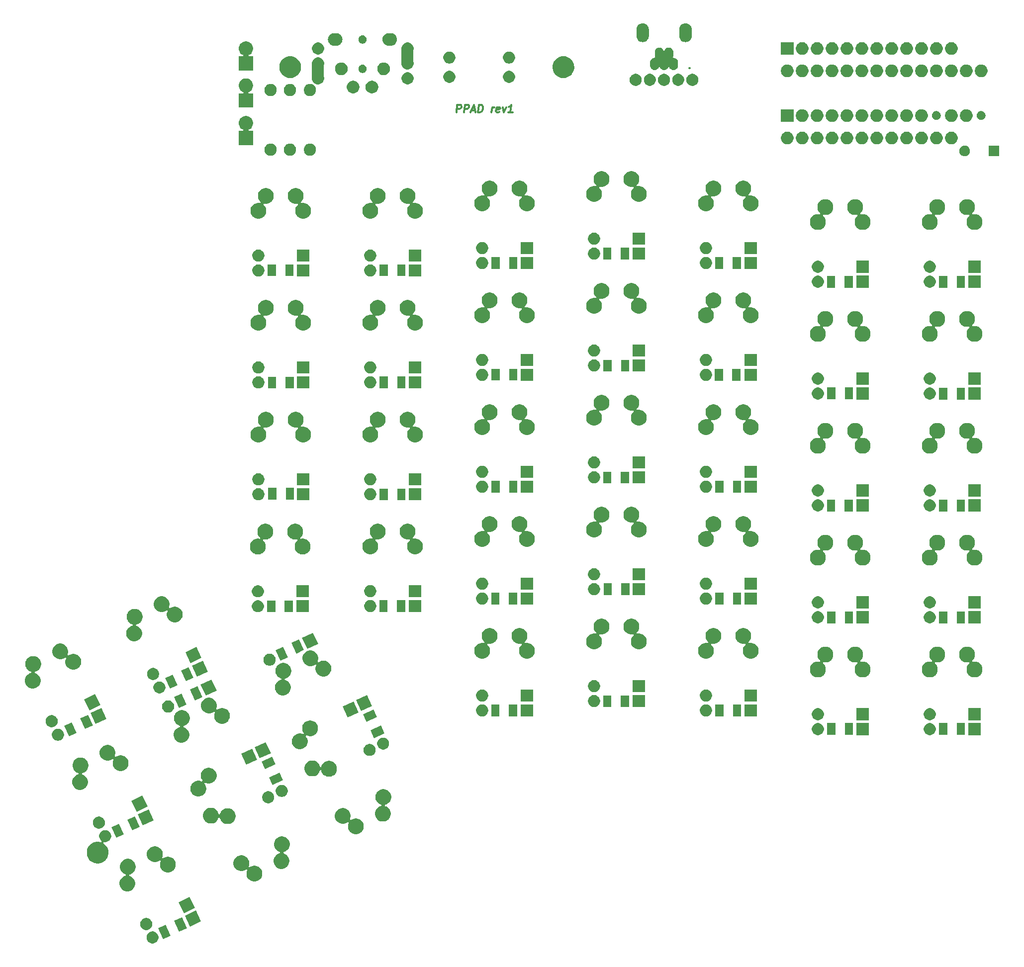
<source format=gbr>
G04 #@! TF.GenerationSoftware,KiCad,Pcbnew,(5.0.1)-rc2*
G04 #@! TF.CreationDate,2018-10-24T13:34:51+02:00*
G04 #@! TF.ProjectId,ErgoDone,4572676F446F6E652E6B696361645F70,rev?*
G04 #@! TF.SameCoordinates,Original*
G04 #@! TF.FileFunction,Soldermask,Top*
G04 #@! TF.FilePolarity,Negative*
%FSLAX46Y46*%
G04 Gerber Fmt 4.6, Leading zero omitted, Abs format (unit mm)*
G04 Created by KiCad (PCBNEW (5.0.1)-rc2) date 2018-10-24 13:34:51*
%MOMM*%
%LPD*%
G01*
G04 APERTURE LIST*
%ADD10C,0.304800*%
%ADD11C,2.000000*%
%ADD12C,0.150000*%
G04 APERTURE END LIST*
D10*
X102282431Y-45800095D02*
X102444931Y-44500095D01*
X102940169Y-44500095D01*
X103056240Y-44562000D01*
X103110407Y-44623904D01*
X103156836Y-44747714D01*
X103133621Y-44933428D01*
X103056240Y-45057238D01*
X102986598Y-45119142D01*
X102855050Y-45181047D01*
X102359812Y-45181047D01*
X103582431Y-45800095D02*
X103744931Y-44500095D01*
X104240169Y-44500095D01*
X104356240Y-44562000D01*
X104410407Y-44623904D01*
X104456836Y-44747714D01*
X104433621Y-44933428D01*
X104356240Y-45057238D01*
X104286598Y-45119142D01*
X104155050Y-45181047D01*
X103659812Y-45181047D01*
X104866955Y-45428666D02*
X105486002Y-45428666D01*
X104696717Y-45800095D02*
X105292550Y-44500095D01*
X105563383Y-45800095D01*
X105996717Y-45800095D02*
X106159217Y-44500095D01*
X106468740Y-44500095D01*
X106646717Y-44562000D01*
X106755050Y-44685809D01*
X106801479Y-44809619D01*
X106832431Y-45057238D01*
X106809217Y-45242952D01*
X106716360Y-45490571D01*
X106638979Y-45614380D01*
X106499693Y-45738190D01*
X106306240Y-45800095D01*
X105996717Y-45800095D01*
X108287193Y-45800095D02*
X108395526Y-44933428D01*
X108364574Y-45181047D02*
X108441955Y-45057238D01*
X108511598Y-44995333D01*
X108643145Y-44933428D01*
X108766955Y-44933428D01*
X109594931Y-45738190D02*
X109463383Y-45800095D01*
X109215764Y-45800095D01*
X109099693Y-45738190D01*
X109053264Y-45614380D01*
X109115169Y-45119142D01*
X109192550Y-44995333D01*
X109324098Y-44933428D01*
X109571717Y-44933428D01*
X109687788Y-44995333D01*
X109734217Y-45119142D01*
X109718740Y-45242952D01*
X109084217Y-45366761D01*
X110190764Y-44933428D02*
X110391955Y-45800095D01*
X110809812Y-44933428D01*
X111877669Y-45800095D02*
X111134812Y-45800095D01*
X111506240Y-45800095D02*
X111668740Y-44500095D01*
X111521717Y-44685809D01*
X111382431Y-44809619D01*
X111250883Y-44871523D01*
X141965000Y-38265000D02*
X142065000Y-38265000D01*
D11*
G04 #@! TO.C,J3*
X93980000Y-37465000D02*
X93980000Y-34925000D01*
G04 #@! TO.C,J4*
X78740000Y-40005000D02*
X78740000Y-37465000D01*
D12*
G36*
X50867376Y-185327073D02*
X50867378Y-185327074D01*
X50867379Y-185327074D01*
X51054590Y-185404619D01*
X51054591Y-185404620D01*
X51223079Y-185517200D01*
X51366359Y-185660480D01*
X51366361Y-185660483D01*
X51478940Y-185828969D01*
X51556485Y-186016180D01*
X51596018Y-186214923D01*
X51596018Y-186417559D01*
X51556485Y-186616302D01*
X51478940Y-186803513D01*
X51478939Y-186803514D01*
X51366359Y-186972002D01*
X51223079Y-187115282D01*
X51223076Y-187115284D01*
X51054590Y-187227863D01*
X50867379Y-187305408D01*
X50867378Y-187305408D01*
X50867376Y-187305409D01*
X50668638Y-187344941D01*
X50465998Y-187344941D01*
X50267260Y-187305409D01*
X50267258Y-187305408D01*
X50267257Y-187305408D01*
X50080046Y-187227863D01*
X49911560Y-187115284D01*
X49911557Y-187115282D01*
X49768277Y-186972002D01*
X49655697Y-186803514D01*
X49655696Y-186803513D01*
X49578151Y-186616302D01*
X49538618Y-186417559D01*
X49538618Y-186214923D01*
X49578151Y-186016180D01*
X49655696Y-185828969D01*
X49768275Y-185660483D01*
X49768277Y-185660480D01*
X49911557Y-185517200D01*
X50080045Y-185404620D01*
X50080046Y-185404619D01*
X50267257Y-185327074D01*
X50267258Y-185327074D01*
X50267260Y-185327073D01*
X50465998Y-185287541D01*
X50668638Y-185287541D01*
X50867376Y-185327073D01*
X50867376Y-185327073D01*
G37*
G36*
X53676825Y-185980150D02*
X52402193Y-186574521D01*
X51554251Y-184756104D01*
X52828883Y-184161733D01*
X53676825Y-185980150D01*
X53676825Y-185980150D01*
G37*
G36*
X56395749Y-184712296D02*
X55121117Y-185306667D01*
X54273175Y-183488250D01*
X55547807Y-182893879D01*
X56395749Y-184712296D01*
X56395749Y-184712296D01*
G37*
G36*
X49793926Y-183025051D02*
X49793928Y-183025052D01*
X49793929Y-183025052D01*
X49981140Y-183102597D01*
X49981141Y-183102598D01*
X50149629Y-183215178D01*
X50292909Y-183358458D01*
X50292911Y-183358461D01*
X50405490Y-183526947D01*
X50483035Y-183714158D01*
X50522568Y-183912901D01*
X50522568Y-184115537D01*
X50483035Y-184314280D01*
X50405490Y-184501491D01*
X50405489Y-184501492D01*
X50292909Y-184669980D01*
X50149629Y-184813260D01*
X50149626Y-184813262D01*
X49981140Y-184925841D01*
X49793929Y-185003386D01*
X49793928Y-185003386D01*
X49793926Y-185003387D01*
X49595188Y-185042919D01*
X49392548Y-185042919D01*
X49193810Y-185003387D01*
X49193808Y-185003386D01*
X49193807Y-185003386D01*
X49006596Y-184925841D01*
X48838110Y-184813262D01*
X48838107Y-184813260D01*
X48694827Y-184669980D01*
X48582247Y-184501492D01*
X48582246Y-184501491D01*
X48504701Y-184314280D01*
X48465168Y-184115537D01*
X48465168Y-183912901D01*
X48504701Y-183714158D01*
X48582246Y-183526947D01*
X48694825Y-183358461D01*
X48694827Y-183358458D01*
X48838107Y-183215178D01*
X49006595Y-183102598D01*
X49006596Y-183102597D01*
X49193807Y-183025052D01*
X49193808Y-183025052D01*
X49193810Y-183025051D01*
X49392548Y-182985519D01*
X49595188Y-182985519D01*
X49793926Y-183025051D01*
X49793926Y-183025051D01*
G37*
G36*
X58840451Y-183593462D02*
X56975812Y-184462957D01*
X56106317Y-182598318D01*
X57970956Y-181728823D01*
X58840451Y-183593462D01*
X58840451Y-183593462D01*
G37*
G36*
X57767000Y-181291440D02*
X55902361Y-182160935D01*
X55032866Y-180296296D01*
X56897505Y-179426801D01*
X57767000Y-181291440D01*
X57767000Y-181291440D01*
G37*
G36*
X46743749Y-172974940D02*
X46988741Y-173076419D01*
X47209233Y-173223747D01*
X47396737Y-173411251D01*
X47544065Y-173631743D01*
X47645544Y-173876735D01*
X47697277Y-174136816D01*
X47697277Y-174401998D01*
X47645544Y-174662079D01*
X47544065Y-174907071D01*
X47396737Y-175127563D01*
X47209233Y-175315067D01*
X46988741Y-175462395D01*
X46845228Y-175521840D01*
X46743749Y-175563874D01*
X46709378Y-175570711D01*
X46688061Y-175574951D01*
X46664611Y-175582064D01*
X46643001Y-175593615D01*
X46624059Y-175609161D01*
X46608513Y-175628103D01*
X46596962Y-175649714D01*
X46589849Y-175673163D01*
X46587447Y-175697549D01*
X46589849Y-175721935D01*
X46596962Y-175745385D01*
X46608513Y-175766995D01*
X46624059Y-175785937D01*
X46643001Y-175801483D01*
X46664612Y-175813034D01*
X46666188Y-175813687D01*
X46666189Y-175813687D01*
X46677485Y-175818366D01*
X46911181Y-175915166D01*
X47131673Y-176062494D01*
X47319177Y-176249998D01*
X47466505Y-176470490D01*
X47567984Y-176715482D01*
X47619717Y-176975563D01*
X47619717Y-177240745D01*
X47567984Y-177500826D01*
X47466505Y-177745818D01*
X47319177Y-177966310D01*
X47131673Y-178153814D01*
X46911181Y-178301142D01*
X46666189Y-178402621D01*
X46406108Y-178454354D01*
X46140926Y-178454354D01*
X45880845Y-178402621D01*
X45635853Y-178301142D01*
X45415361Y-178153814D01*
X45227857Y-177966310D01*
X45080529Y-177745818D01*
X44979050Y-177500826D01*
X44927317Y-177240745D01*
X44927317Y-176975563D01*
X44979050Y-176715482D01*
X45080529Y-176470490D01*
X45227857Y-176249998D01*
X45415361Y-176062494D01*
X45635853Y-175915166D01*
X45779366Y-175855721D01*
X45880845Y-175813687D01*
X45915216Y-175806850D01*
X45936533Y-175802610D01*
X45959983Y-175795497D01*
X45981593Y-175783946D01*
X46000535Y-175768400D01*
X46016081Y-175749458D01*
X46027632Y-175727847D01*
X46034745Y-175704398D01*
X46037147Y-175680012D01*
X46034745Y-175655626D01*
X46027632Y-175632176D01*
X46016081Y-175610566D01*
X46000535Y-175591624D01*
X45981593Y-175576078D01*
X45959982Y-175564527D01*
X45958406Y-175563874D01*
X45958405Y-175563874D01*
X45892997Y-175536781D01*
X45713413Y-175462395D01*
X45492921Y-175315067D01*
X45305417Y-175127563D01*
X45158089Y-174907071D01*
X45056610Y-174662079D01*
X45004877Y-174401998D01*
X45004877Y-174136816D01*
X45056610Y-173876735D01*
X45158089Y-173631743D01*
X45305417Y-173411251D01*
X45492921Y-173223747D01*
X45713413Y-173076419D01*
X45958405Y-172974940D01*
X46218486Y-172923207D01*
X46483668Y-172923207D01*
X46743749Y-172974940D01*
X46743749Y-172974940D01*
G37*
G36*
X66077470Y-172365930D02*
X66322462Y-172467409D01*
X66542954Y-172614737D01*
X66730458Y-172802241D01*
X66877786Y-173022733D01*
X66979265Y-173267725D01*
X67024499Y-173495131D01*
X67030998Y-173527808D01*
X67030998Y-173792986D01*
X66979265Y-174053069D01*
X66922202Y-174190830D01*
X66915091Y-174214273D01*
X66912689Y-174238660D01*
X66915091Y-174263046D01*
X66922204Y-174286495D01*
X66933755Y-174308106D01*
X66949300Y-174327048D01*
X66968243Y-174342594D01*
X66989853Y-174354145D01*
X67013302Y-174361258D01*
X67037689Y-174363660D01*
X67062075Y-174361258D01*
X67085524Y-174354145D01*
X67107135Y-174342594D01*
X67271594Y-174232706D01*
X67516587Y-174131227D01*
X67776668Y-174079494D01*
X68041850Y-174079494D01*
X68301931Y-174131227D01*
X68546923Y-174232706D01*
X68767415Y-174380034D01*
X68954919Y-174567538D01*
X69102247Y-174788030D01*
X69203726Y-175033022D01*
X69255459Y-175293103D01*
X69255459Y-175558285D01*
X69203726Y-175818366D01*
X69102247Y-176063358D01*
X68954919Y-176283850D01*
X68767415Y-176471354D01*
X68546923Y-176618682D01*
X68301931Y-176720161D01*
X68041850Y-176771894D01*
X67776668Y-176771894D01*
X67516587Y-176720161D01*
X67271595Y-176618682D01*
X67051103Y-176471354D01*
X66863599Y-176283850D01*
X66716271Y-176063358D01*
X66614792Y-175818366D01*
X66563059Y-175558285D01*
X66563059Y-175293103D01*
X66595987Y-175127563D01*
X66614792Y-175033022D01*
X66671855Y-174895261D01*
X66678966Y-174871818D01*
X66681368Y-174847431D01*
X66678966Y-174823045D01*
X66671853Y-174799596D01*
X66660302Y-174777985D01*
X66644757Y-174759043D01*
X66625814Y-174743497D01*
X66604204Y-174731946D01*
X66580755Y-174724833D01*
X66556368Y-174722431D01*
X66531982Y-174724833D01*
X66508533Y-174731946D01*
X66486922Y-174743497D01*
X66322463Y-174853385D01*
X66077470Y-174954864D01*
X65817389Y-175006597D01*
X65552207Y-175006597D01*
X65292126Y-174954864D01*
X65047134Y-174853385D01*
X64826642Y-174706057D01*
X64639138Y-174518553D01*
X64491810Y-174298061D01*
X64390331Y-174053069D01*
X64338598Y-173792988D01*
X64338598Y-173527806D01*
X64390331Y-173267725D01*
X64491810Y-173022733D01*
X64639138Y-172802241D01*
X64826642Y-172614737D01*
X65047134Y-172467409D01*
X65292126Y-172365930D01*
X65552207Y-172314197D01*
X65817389Y-172314197D01*
X66077470Y-172365930D01*
X66077470Y-172365930D01*
G37*
G36*
X51347793Y-170828039D02*
X51592785Y-170929518D01*
X51813277Y-171076846D01*
X52000781Y-171264350D01*
X52148109Y-171484842D01*
X52249588Y-171729834D01*
X52297782Y-171972122D01*
X52301321Y-171989917D01*
X52301321Y-172255095D01*
X52249588Y-172515178D01*
X52192525Y-172652939D01*
X52185414Y-172676382D01*
X52183012Y-172700769D01*
X52185414Y-172725155D01*
X52192527Y-172748604D01*
X52204078Y-172770215D01*
X52219623Y-172789157D01*
X52238566Y-172804703D01*
X52260176Y-172816254D01*
X52283625Y-172823367D01*
X52308012Y-172825769D01*
X52332398Y-172823367D01*
X52355847Y-172816254D01*
X52377458Y-172804703D01*
X52541917Y-172694815D01*
X52786910Y-172593336D01*
X53046991Y-172541603D01*
X53312173Y-172541603D01*
X53572254Y-172593336D01*
X53817246Y-172694815D01*
X54037738Y-172842143D01*
X54225242Y-173029647D01*
X54372570Y-173250139D01*
X54474049Y-173495131D01*
X54525782Y-173755212D01*
X54525782Y-174020394D01*
X54474049Y-174280475D01*
X54372570Y-174525467D01*
X54225242Y-174745959D01*
X54037738Y-174933463D01*
X53817246Y-175080791D01*
X53572254Y-175182270D01*
X53312173Y-175234003D01*
X53046991Y-175234003D01*
X52786910Y-175182270D01*
X52541918Y-175080791D01*
X52321426Y-174933463D01*
X52133922Y-174745959D01*
X51986594Y-174525467D01*
X51885115Y-174280475D01*
X51833382Y-174020394D01*
X51833382Y-173755212D01*
X51859087Y-173625983D01*
X51885115Y-173495131D01*
X51942178Y-173357370D01*
X51949289Y-173333927D01*
X51951691Y-173309540D01*
X51949289Y-173285154D01*
X51942176Y-173261705D01*
X51930625Y-173240094D01*
X51915080Y-173221152D01*
X51896137Y-173205606D01*
X51874527Y-173194055D01*
X51851078Y-173186942D01*
X51826691Y-173184540D01*
X51802305Y-173186942D01*
X51778856Y-173194055D01*
X51757245Y-173205606D01*
X51592786Y-173315494D01*
X51347793Y-173416973D01*
X51087712Y-173468706D01*
X50822530Y-173468706D01*
X50562449Y-173416973D01*
X50317457Y-173315494D01*
X50096965Y-173168166D01*
X49909461Y-172980662D01*
X49762133Y-172760170D01*
X49660654Y-172515178D01*
X49608921Y-172255097D01*
X49608921Y-171989915D01*
X49660654Y-171729834D01*
X49762133Y-171484842D01*
X49909461Y-171264350D01*
X50096965Y-171076846D01*
X50317457Y-170929518D01*
X50562449Y-170828039D01*
X50822530Y-170776306D01*
X51087712Y-170776306D01*
X51347793Y-170828039D01*
X51347793Y-170828039D01*
G37*
G36*
X72983535Y-169145579D02*
X73228527Y-169247058D01*
X73449019Y-169394386D01*
X73636523Y-169581890D01*
X73783851Y-169802382D01*
X73885330Y-170047374D01*
X73937063Y-170307455D01*
X73937063Y-170572637D01*
X73885330Y-170832718D01*
X73783851Y-171077710D01*
X73636523Y-171298202D01*
X73449019Y-171485706D01*
X73228527Y-171633034D01*
X73085014Y-171692479D01*
X72983535Y-171734513D01*
X72949164Y-171741350D01*
X72927847Y-171745590D01*
X72904397Y-171752703D01*
X72882787Y-171764254D01*
X72863845Y-171779800D01*
X72848299Y-171798742D01*
X72836748Y-171820353D01*
X72829635Y-171843802D01*
X72827233Y-171868188D01*
X72829635Y-171892574D01*
X72836748Y-171916024D01*
X72848299Y-171937634D01*
X72863845Y-171956576D01*
X72882787Y-171972122D01*
X72904398Y-171983673D01*
X72905974Y-171984326D01*
X72905975Y-171984326D01*
X72971383Y-172011419D01*
X73150967Y-172085805D01*
X73371459Y-172233133D01*
X73558963Y-172420637D01*
X73706291Y-172641129D01*
X73807770Y-172886121D01*
X73859503Y-173146202D01*
X73859503Y-173411384D01*
X73807770Y-173671465D01*
X73706291Y-173916457D01*
X73558963Y-174136949D01*
X73371459Y-174324453D01*
X73150967Y-174471781D01*
X72905975Y-174573260D01*
X72645894Y-174624993D01*
X72380712Y-174624993D01*
X72120631Y-174573260D01*
X71875639Y-174471781D01*
X71655147Y-174324453D01*
X71467643Y-174136949D01*
X71320315Y-173916457D01*
X71218836Y-173671465D01*
X71167103Y-173411384D01*
X71167103Y-173146202D01*
X71218836Y-172886121D01*
X71320315Y-172641129D01*
X71467643Y-172420637D01*
X71655147Y-172233133D01*
X71875639Y-172085805D01*
X72019152Y-172026360D01*
X72120631Y-171984326D01*
X72155002Y-171977489D01*
X72176319Y-171973249D01*
X72199769Y-171966136D01*
X72221379Y-171954585D01*
X72240321Y-171939039D01*
X72255867Y-171920097D01*
X72267418Y-171898486D01*
X72274531Y-171875037D01*
X72276933Y-171850651D01*
X72274531Y-171826265D01*
X72267418Y-171802815D01*
X72255867Y-171781205D01*
X72240321Y-171762263D01*
X72221379Y-171746717D01*
X72199768Y-171735166D01*
X72198192Y-171734513D01*
X72198191Y-171734513D01*
X72132783Y-171707420D01*
X71953199Y-171633034D01*
X71732707Y-171485706D01*
X71545203Y-171298202D01*
X71397875Y-171077710D01*
X71296396Y-170832718D01*
X71244663Y-170572637D01*
X71244663Y-170307455D01*
X71296396Y-170047374D01*
X71397875Y-169802382D01*
X71545203Y-169581890D01*
X71732707Y-169394386D01*
X71953199Y-169247058D01*
X72198191Y-169145579D01*
X72458272Y-169093846D01*
X72723454Y-169093846D01*
X72983535Y-169145579D01*
X72983535Y-169145579D01*
G37*
G36*
X42815576Y-168060153D02*
X42815578Y-168060154D01*
X42815579Y-168060154D01*
X43002790Y-168137699D01*
X43002791Y-168137700D01*
X43171279Y-168250280D01*
X43314559Y-168393560D01*
X43314561Y-168393563D01*
X43427140Y-168562049D01*
X43493656Y-168722634D01*
X43504686Y-168749263D01*
X43544218Y-168948001D01*
X43544218Y-169150639D01*
X43504685Y-169349382D01*
X43427140Y-169536593D01*
X43427139Y-169536594D01*
X43314559Y-169705082D01*
X43171279Y-169848362D01*
X43171276Y-169848364D01*
X43002790Y-169960943D01*
X42815579Y-170038488D01*
X42815578Y-170038488D01*
X42815576Y-170038489D01*
X42616838Y-170078021D01*
X42414198Y-170078021D01*
X42333550Y-170061979D01*
X42309164Y-170059577D01*
X42284778Y-170061979D01*
X42261329Y-170069092D01*
X42239718Y-170080643D01*
X42220776Y-170096189D01*
X42205230Y-170115131D01*
X42193679Y-170136742D01*
X42186566Y-170160191D01*
X42184164Y-170184577D01*
X42186566Y-170208963D01*
X42193679Y-170232412D01*
X42205230Y-170254023D01*
X42220776Y-170272965D01*
X42239716Y-170288509D01*
X42268070Y-170307455D01*
X42413349Y-170404527D01*
X42671473Y-170662651D01*
X42671475Y-170662654D01*
X42874285Y-170966181D01*
X43013983Y-171303441D01*
X43050065Y-171484841D01*
X43085200Y-171661474D01*
X43085200Y-172026526D01*
X43073408Y-172085806D01*
X43013983Y-172384559D01*
X42874285Y-172721819D01*
X42793887Y-172842143D01*
X42671473Y-173025349D01*
X42413349Y-173283473D01*
X42413346Y-173283475D01*
X42109819Y-173486285D01*
X41772559Y-173625983D01*
X41557738Y-173668713D01*
X41414526Y-173697200D01*
X41049474Y-173697200D01*
X40906262Y-173668713D01*
X40691441Y-173625983D01*
X40354181Y-173486285D01*
X40050654Y-173283475D01*
X40050651Y-173283473D01*
X39792527Y-173025349D01*
X39670113Y-172842143D01*
X39589715Y-172721819D01*
X39450017Y-172384559D01*
X39390592Y-172085806D01*
X39378800Y-172026526D01*
X39378800Y-171661474D01*
X39413935Y-171484841D01*
X39450017Y-171303441D01*
X39589715Y-170966181D01*
X39792525Y-170662654D01*
X39792527Y-170662651D01*
X40050651Y-170404527D01*
X40195930Y-170307455D01*
X40354181Y-170201715D01*
X40691441Y-170062017D01*
X40906262Y-170019287D01*
X41049474Y-169990800D01*
X41414526Y-169990800D01*
X41743964Y-170056329D01*
X41768350Y-170058731D01*
X41792736Y-170056329D01*
X41816186Y-170049216D01*
X41837796Y-170037665D01*
X41856738Y-170022119D01*
X41872284Y-170003177D01*
X41883835Y-169981566D01*
X41890948Y-169958117D01*
X41893350Y-169933731D01*
X41890948Y-169909345D01*
X41883835Y-169885895D01*
X41872284Y-169864285D01*
X41856738Y-169845343D01*
X41716477Y-169705082D01*
X41603897Y-169536594D01*
X41603896Y-169536593D01*
X41526351Y-169349382D01*
X41486818Y-169150639D01*
X41486818Y-168948001D01*
X41526350Y-168749263D01*
X41537380Y-168722634D01*
X41603896Y-168562049D01*
X41716475Y-168393563D01*
X41716477Y-168393560D01*
X41859757Y-168250280D01*
X42028245Y-168137700D01*
X42028246Y-168137699D01*
X42215457Y-168060154D01*
X42215458Y-168060154D01*
X42215460Y-168060153D01*
X42414198Y-168020621D01*
X42616838Y-168020621D01*
X42815576Y-168060153D01*
X42815576Y-168060153D01*
G37*
G36*
X45650425Y-168758950D02*
X44375793Y-169353321D01*
X43527851Y-167534904D01*
X44802483Y-166940533D01*
X45650425Y-168758950D01*
X45650425Y-168758950D01*
G37*
G36*
X83344390Y-164316670D02*
X83589382Y-164418149D01*
X83809874Y-164565477D01*
X83997378Y-164752981D01*
X84144706Y-164973473D01*
X84246185Y-165218465D01*
X84297918Y-165478546D01*
X84297918Y-165743728D01*
X84291428Y-165776354D01*
X84246185Y-166003809D01*
X84189122Y-166141570D01*
X84182011Y-166165013D01*
X84179609Y-166189400D01*
X84182011Y-166213786D01*
X84189124Y-166237235D01*
X84200675Y-166258846D01*
X84216220Y-166277788D01*
X84235163Y-166293334D01*
X84256773Y-166304885D01*
X84280222Y-166311998D01*
X84304609Y-166314400D01*
X84328995Y-166311998D01*
X84352444Y-166304885D01*
X84374055Y-166293334D01*
X84538514Y-166183446D01*
X84783507Y-166081967D01*
X85043588Y-166030234D01*
X85308770Y-166030234D01*
X85568851Y-166081967D01*
X85813843Y-166183446D01*
X86034335Y-166330774D01*
X86221839Y-166518278D01*
X86369167Y-166738770D01*
X86470646Y-166983762D01*
X86522379Y-167243843D01*
X86522379Y-167509025D01*
X86470646Y-167769106D01*
X86369167Y-168014098D01*
X86221839Y-168234590D01*
X86034335Y-168422094D01*
X85813843Y-168569422D01*
X85568851Y-168670901D01*
X85308770Y-168722634D01*
X85043588Y-168722634D01*
X84783507Y-168670901D01*
X84538515Y-168569422D01*
X84318023Y-168422094D01*
X84130519Y-168234590D01*
X83983191Y-168014098D01*
X83881712Y-167769106D01*
X83829979Y-167509025D01*
X83829979Y-167243843D01*
X83869062Y-167047360D01*
X83881712Y-166983762D01*
X83938775Y-166846001D01*
X83945886Y-166822558D01*
X83948288Y-166798171D01*
X83945886Y-166773785D01*
X83938773Y-166750336D01*
X83927222Y-166728725D01*
X83911677Y-166709783D01*
X83892734Y-166694237D01*
X83871124Y-166682686D01*
X83847675Y-166675573D01*
X83823288Y-166673171D01*
X83798902Y-166675573D01*
X83775453Y-166682686D01*
X83753842Y-166694237D01*
X83589383Y-166804125D01*
X83344390Y-166905604D01*
X83084309Y-166957337D01*
X82819127Y-166957337D01*
X82559046Y-166905604D01*
X82314054Y-166804125D01*
X82093562Y-166656797D01*
X81906058Y-166469293D01*
X81758730Y-166248801D01*
X81657251Y-166003809D01*
X81605518Y-165743728D01*
X81605518Y-165478546D01*
X81657251Y-165218465D01*
X81758730Y-164973473D01*
X81906058Y-164752981D01*
X82093562Y-164565477D01*
X82314054Y-164418149D01*
X82559046Y-164316670D01*
X82819127Y-164264937D01*
X83084309Y-164264937D01*
X83344390Y-164316670D01*
X83344390Y-164316670D01*
G37*
G36*
X48369349Y-167491096D02*
X47094717Y-168085467D01*
X46246775Y-166267050D01*
X47521407Y-165672679D01*
X48369349Y-167491096D01*
X48369349Y-167491096D01*
G37*
G36*
X41742126Y-165758131D02*
X41742128Y-165758132D01*
X41742129Y-165758132D01*
X41929340Y-165835677D01*
X42079015Y-165935687D01*
X42097829Y-165948258D01*
X42241109Y-166091538D01*
X42241111Y-166091541D01*
X42353690Y-166260027D01*
X42420997Y-166422521D01*
X42431236Y-166447241D01*
X42470768Y-166645979D01*
X42470768Y-166848619D01*
X42442653Y-166989963D01*
X42431235Y-167047360D01*
X42353690Y-167234571D01*
X42347493Y-167243845D01*
X42241109Y-167403060D01*
X42097829Y-167546340D01*
X42097826Y-167546342D01*
X41929340Y-167658921D01*
X41742129Y-167736466D01*
X41742128Y-167736466D01*
X41742126Y-167736467D01*
X41543388Y-167775999D01*
X41340748Y-167775999D01*
X41142010Y-167736467D01*
X41142008Y-167736466D01*
X41142007Y-167736466D01*
X40954796Y-167658921D01*
X40786310Y-167546342D01*
X40786307Y-167546340D01*
X40643027Y-167403060D01*
X40536643Y-167243845D01*
X40530446Y-167234571D01*
X40452901Y-167047360D01*
X40441484Y-166989963D01*
X40413368Y-166848619D01*
X40413368Y-166645979D01*
X40452900Y-166447241D01*
X40463139Y-166422521D01*
X40530446Y-166260027D01*
X40643025Y-166091541D01*
X40643027Y-166091538D01*
X40786307Y-165948258D01*
X40805121Y-165935687D01*
X40954796Y-165835677D01*
X41142007Y-165758132D01*
X41142008Y-165758132D01*
X41142010Y-165758131D01*
X41340748Y-165718599D01*
X41543388Y-165718599D01*
X41742126Y-165758131D01*
X41742126Y-165758131D01*
G37*
G36*
X50788651Y-166326542D02*
X48924012Y-167196037D01*
X48054517Y-165331398D01*
X49919156Y-164461903D01*
X50788651Y-166326542D01*
X50788651Y-166326542D01*
G37*
G36*
X60900559Y-164271736D02*
X61145551Y-164373215D01*
X61366043Y-164520543D01*
X61553547Y-164708047D01*
X61700875Y-164928539D01*
X61802354Y-165173532D01*
X61813431Y-165229219D01*
X61820544Y-165252669D01*
X61832095Y-165274279D01*
X61847641Y-165293221D01*
X61866583Y-165308767D01*
X61888194Y-165320318D01*
X61911643Y-165327431D01*
X61936029Y-165329833D01*
X61960415Y-165327431D01*
X61983865Y-165320318D01*
X62005475Y-165308767D01*
X62024417Y-165293221D01*
X62039963Y-165274279D01*
X62051514Y-165252668D01*
X62153646Y-165006099D01*
X62300974Y-164785607D01*
X62488478Y-164598103D01*
X62708970Y-164450775D01*
X62953962Y-164349296D01*
X63214043Y-164297563D01*
X63479225Y-164297563D01*
X63739306Y-164349296D01*
X63984298Y-164450775D01*
X64204790Y-164598103D01*
X64392294Y-164785607D01*
X64539622Y-165006099D01*
X64641101Y-165251091D01*
X64692834Y-165511172D01*
X64692834Y-165776354D01*
X64641101Y-166036435D01*
X64539622Y-166281427D01*
X64392294Y-166501919D01*
X64204790Y-166689423D01*
X63984298Y-166836751D01*
X63739306Y-166938230D01*
X63479225Y-166989963D01*
X63214043Y-166989963D01*
X62953962Y-166938230D01*
X62708970Y-166836751D01*
X62488478Y-166689423D01*
X62300974Y-166501919D01*
X62153646Y-166281427D01*
X62052167Y-166036434D01*
X62041090Y-165980747D01*
X62033977Y-165957297D01*
X62022426Y-165935687D01*
X62006880Y-165916745D01*
X61987938Y-165901199D01*
X61966327Y-165889648D01*
X61942878Y-165882535D01*
X61918492Y-165880133D01*
X61894106Y-165882535D01*
X61870656Y-165889648D01*
X61849046Y-165901199D01*
X61830104Y-165916745D01*
X61814558Y-165935687D01*
X61803007Y-165957298D01*
X61700875Y-166203867D01*
X61553547Y-166424359D01*
X61366043Y-166611863D01*
X61145551Y-166759191D01*
X60900559Y-166860670D01*
X60640478Y-166912403D01*
X60375296Y-166912403D01*
X60115215Y-166860670D01*
X59870223Y-166759191D01*
X59649731Y-166611863D01*
X59462227Y-166424359D01*
X59314899Y-166203867D01*
X59213420Y-165958875D01*
X59161687Y-165698794D01*
X59161687Y-165433612D01*
X59213420Y-165173531D01*
X59314899Y-164928539D01*
X59462227Y-164708047D01*
X59649731Y-164520543D01*
X59870223Y-164373215D01*
X60115215Y-164271736D01*
X60375296Y-164220003D01*
X60640478Y-164220003D01*
X60900559Y-164271736D01*
X60900559Y-164271736D01*
G37*
G36*
X90250455Y-161096319D02*
X90495447Y-161197798D01*
X90715939Y-161345126D01*
X90903443Y-161532630D01*
X91050771Y-161753122D01*
X91152250Y-161998114D01*
X91203983Y-162258195D01*
X91203983Y-162523377D01*
X91152250Y-162783458D01*
X91050771Y-163028450D01*
X90903443Y-163248942D01*
X90715939Y-163436446D01*
X90495447Y-163583774D01*
X90351934Y-163643219D01*
X90250455Y-163685253D01*
X90216084Y-163692090D01*
X90194767Y-163696330D01*
X90171317Y-163703443D01*
X90149707Y-163714994D01*
X90130765Y-163730540D01*
X90115219Y-163749482D01*
X90103668Y-163771093D01*
X90096555Y-163794542D01*
X90094153Y-163818928D01*
X90096555Y-163843314D01*
X90103668Y-163866764D01*
X90115219Y-163888374D01*
X90130765Y-163907316D01*
X90149707Y-163922862D01*
X90171318Y-163934413D01*
X90172894Y-163935066D01*
X90172895Y-163935066D01*
X90238303Y-163962159D01*
X90417887Y-164036545D01*
X90638379Y-164183873D01*
X90825883Y-164371377D01*
X90973211Y-164591869D01*
X91074690Y-164836861D01*
X91126423Y-165096942D01*
X91126423Y-165362124D01*
X91074690Y-165622205D01*
X90973211Y-165867197D01*
X90825883Y-166087689D01*
X90638379Y-166275193D01*
X90417887Y-166422521D01*
X90172895Y-166524000D01*
X89912814Y-166575733D01*
X89647632Y-166575733D01*
X89387551Y-166524000D01*
X89142559Y-166422521D01*
X88922067Y-166275193D01*
X88734563Y-166087689D01*
X88587235Y-165867197D01*
X88485756Y-165622205D01*
X88434023Y-165362124D01*
X88434023Y-165096942D01*
X88485756Y-164836861D01*
X88587235Y-164591869D01*
X88734563Y-164371377D01*
X88922067Y-164183873D01*
X89142559Y-164036545D01*
X89286072Y-163977100D01*
X89387551Y-163935066D01*
X89421922Y-163928229D01*
X89443239Y-163923989D01*
X89466689Y-163916876D01*
X89488299Y-163905325D01*
X89507241Y-163889779D01*
X89522787Y-163870837D01*
X89534338Y-163849226D01*
X89541451Y-163825777D01*
X89543853Y-163801391D01*
X89541451Y-163777005D01*
X89534338Y-163753555D01*
X89522787Y-163731945D01*
X89507241Y-163713003D01*
X89488299Y-163697457D01*
X89466688Y-163685906D01*
X89465112Y-163685253D01*
X89465111Y-163685253D01*
X89399703Y-163658160D01*
X89220119Y-163583774D01*
X88999627Y-163436446D01*
X88812123Y-163248942D01*
X88664795Y-163028450D01*
X88563316Y-162783458D01*
X88511583Y-162523377D01*
X88511583Y-162258195D01*
X88563316Y-161998114D01*
X88664795Y-161753122D01*
X88812123Y-161532630D01*
X88999627Y-161345126D01*
X89220119Y-161197798D01*
X89465111Y-161096319D01*
X89725192Y-161044586D01*
X89990374Y-161044586D01*
X90250455Y-161096319D01*
X90250455Y-161096319D01*
G37*
G36*
X49715200Y-164024520D02*
X47850561Y-164894015D01*
X46981066Y-163029376D01*
X48845705Y-162159881D01*
X49715200Y-164024520D01*
X49715200Y-164024520D01*
G37*
G36*
X70552757Y-161434244D02*
X70552759Y-161434245D01*
X70552760Y-161434245D01*
X70739971Y-161511790D01*
X70871721Y-161599823D01*
X70908460Y-161624371D01*
X71051740Y-161767651D01*
X71051742Y-161767654D01*
X71164321Y-161936140D01*
X71193143Y-162005723D01*
X71241867Y-162123354D01*
X71269363Y-162261584D01*
X71281399Y-162322094D01*
X71281399Y-162524730D01*
X71241866Y-162723473D01*
X71164321Y-162910684D01*
X71164320Y-162910685D01*
X71051740Y-163079173D01*
X70908460Y-163222453D01*
X70908457Y-163222455D01*
X70739971Y-163335034D01*
X70552760Y-163412579D01*
X70552759Y-163412579D01*
X70552757Y-163412580D01*
X70354019Y-163452112D01*
X70151379Y-163452112D01*
X69952641Y-163412580D01*
X69952639Y-163412579D01*
X69952638Y-163412579D01*
X69765427Y-163335034D01*
X69596941Y-163222455D01*
X69596938Y-163222453D01*
X69453658Y-163079173D01*
X69341078Y-162910685D01*
X69341077Y-162910684D01*
X69263532Y-162723473D01*
X69223999Y-162524730D01*
X69223999Y-162322094D01*
X69236035Y-162261584D01*
X69263531Y-162123354D01*
X69312255Y-162005723D01*
X69341077Y-161936140D01*
X69453656Y-161767654D01*
X69453658Y-161767651D01*
X69596938Y-161624371D01*
X69633677Y-161599823D01*
X69765427Y-161511790D01*
X69952638Y-161434245D01*
X69952639Y-161434245D01*
X69952641Y-161434244D01*
X70151379Y-161394712D01*
X70354019Y-161394712D01*
X70552757Y-161434244D01*
X70552757Y-161434244D01*
G37*
G36*
X72854779Y-160360794D02*
X72854781Y-160360795D01*
X72854782Y-160360795D01*
X73041993Y-160438340D01*
X73208208Y-160549401D01*
X73210482Y-160550921D01*
X73353762Y-160694201D01*
X73353764Y-160694204D01*
X73466343Y-160862690D01*
X73541686Y-161044586D01*
X73543889Y-161049904D01*
X73583421Y-161248642D01*
X73583421Y-161451282D01*
X73553874Y-161599824D01*
X73543888Y-161650023D01*
X73466343Y-161837234D01*
X73466342Y-161837235D01*
X73353762Y-162005723D01*
X73210482Y-162149003D01*
X73210479Y-162149005D01*
X73041993Y-162261584D01*
X72854782Y-162339129D01*
X72854781Y-162339129D01*
X72854779Y-162339130D01*
X72656041Y-162378662D01*
X72453401Y-162378662D01*
X72254663Y-162339130D01*
X72254661Y-162339129D01*
X72254660Y-162339129D01*
X72067449Y-162261584D01*
X71898963Y-162149005D01*
X71898960Y-162149003D01*
X71755680Y-162005723D01*
X71643100Y-161837235D01*
X71643099Y-161837234D01*
X71565554Y-161650023D01*
X71555569Y-161599824D01*
X71526021Y-161451282D01*
X71526021Y-161248642D01*
X71565553Y-161049904D01*
X71567756Y-161044586D01*
X71643099Y-160862690D01*
X71755678Y-160694204D01*
X71755680Y-160694201D01*
X71898960Y-160550921D01*
X71901234Y-160549401D01*
X72067449Y-160438340D01*
X72254660Y-160360795D01*
X72254661Y-160360795D01*
X72254663Y-160360794D01*
X72453401Y-160321262D01*
X72656041Y-160321262D01*
X72854779Y-160360794D01*
X72854779Y-160360794D01*
G37*
G36*
X60518955Y-157443231D02*
X60763947Y-157544710D01*
X60984439Y-157692038D01*
X61171943Y-157879542D01*
X61319271Y-158100034D01*
X61420750Y-158345026D01*
X61472483Y-158605107D01*
X61472483Y-158870289D01*
X61420750Y-159130370D01*
X61319271Y-159375362D01*
X61171943Y-159595854D01*
X60984439Y-159783358D01*
X60763947Y-159930686D01*
X60518955Y-160032165D01*
X60258874Y-160083898D01*
X59993692Y-160083898D01*
X59889661Y-160063205D01*
X59733611Y-160032165D01*
X59595850Y-159975102D01*
X59572407Y-159967991D01*
X59548020Y-159965589D01*
X59523634Y-159967991D01*
X59500185Y-159975104D01*
X59478574Y-159986655D01*
X59459632Y-160002200D01*
X59444086Y-160021143D01*
X59432535Y-160042753D01*
X59425422Y-160066202D01*
X59423020Y-160090589D01*
X59425422Y-160114975D01*
X59432535Y-160138424D01*
X59444086Y-160160035D01*
X59553974Y-160324494D01*
X59655453Y-160569487D01*
X59707186Y-160829568D01*
X59707186Y-161094750D01*
X59655453Y-161354831D01*
X59553974Y-161599823D01*
X59406646Y-161820315D01*
X59219142Y-162007819D01*
X58998650Y-162155147D01*
X58753658Y-162256626D01*
X58493577Y-162308359D01*
X58228395Y-162308359D01*
X57968314Y-162256626D01*
X57723322Y-162155147D01*
X57502830Y-162007819D01*
X57315326Y-161820315D01*
X57167998Y-161599823D01*
X57066519Y-161354831D01*
X57014786Y-161094750D01*
X57014786Y-160829568D01*
X57066519Y-160569487D01*
X57167998Y-160324495D01*
X57315326Y-160104003D01*
X57502830Y-159916499D01*
X57723322Y-159769171D01*
X57968314Y-159667692D01*
X58228395Y-159615959D01*
X58493577Y-159615959D01*
X58582540Y-159633655D01*
X58753658Y-159667692D01*
X58891419Y-159724755D01*
X58914862Y-159731866D01*
X58939249Y-159734268D01*
X58963635Y-159731866D01*
X58987084Y-159724753D01*
X59008695Y-159713202D01*
X59027637Y-159697657D01*
X59043183Y-159678714D01*
X59054734Y-159657104D01*
X59061847Y-159633655D01*
X59064249Y-159609268D01*
X59061847Y-159584882D01*
X59054734Y-159561433D01*
X59043183Y-159539822D01*
X58933295Y-159375363D01*
X58831816Y-159130370D01*
X58780083Y-158870289D01*
X58780083Y-158605107D01*
X58831816Y-158345026D01*
X58933295Y-158100034D01*
X59080623Y-157879542D01*
X59268127Y-157692038D01*
X59488619Y-157544710D01*
X59733611Y-157443231D01*
X59993692Y-157391498D01*
X60258874Y-157391498D01*
X60518955Y-157443231D01*
X60518955Y-157443231D01*
G37*
G36*
X38691949Y-155708020D02*
X38936941Y-155809499D01*
X39157433Y-155956827D01*
X39344937Y-156144331D01*
X39492265Y-156364823D01*
X39593744Y-156609815D01*
X39645477Y-156869896D01*
X39645477Y-157135078D01*
X39593744Y-157395159D01*
X39492265Y-157640151D01*
X39344937Y-157860643D01*
X39157433Y-158048147D01*
X38936941Y-158195475D01*
X38793428Y-158254920D01*
X38691949Y-158296954D01*
X38657578Y-158303791D01*
X38636261Y-158308031D01*
X38612811Y-158315144D01*
X38591201Y-158326695D01*
X38572259Y-158342241D01*
X38556713Y-158361183D01*
X38545162Y-158382794D01*
X38538049Y-158406243D01*
X38535647Y-158430629D01*
X38538049Y-158455015D01*
X38545162Y-158478465D01*
X38556713Y-158500075D01*
X38572259Y-158519017D01*
X38591201Y-158534563D01*
X38612812Y-158546114D01*
X38614388Y-158546767D01*
X38614389Y-158546767D01*
X38646488Y-158560063D01*
X38859381Y-158648246D01*
X39079873Y-158795574D01*
X39267377Y-158983078D01*
X39414705Y-159203570D01*
X39516184Y-159448562D01*
X39567917Y-159708643D01*
X39567917Y-159973825D01*
X39516184Y-160233906D01*
X39414705Y-160478898D01*
X39267377Y-160699390D01*
X39079873Y-160886894D01*
X38859381Y-161034222D01*
X38614389Y-161135701D01*
X38354308Y-161187434D01*
X38089126Y-161187434D01*
X37829045Y-161135701D01*
X37584053Y-161034222D01*
X37363561Y-160886894D01*
X37176057Y-160699390D01*
X37028729Y-160478898D01*
X36927250Y-160233906D01*
X36875517Y-159973825D01*
X36875517Y-159708643D01*
X36927250Y-159448562D01*
X37028729Y-159203570D01*
X37176057Y-158983078D01*
X37363561Y-158795574D01*
X37584053Y-158648246D01*
X37727566Y-158588801D01*
X37829045Y-158546767D01*
X37863416Y-158539930D01*
X37884733Y-158535690D01*
X37908183Y-158528577D01*
X37929793Y-158517026D01*
X37948735Y-158501480D01*
X37964281Y-158482538D01*
X37975832Y-158460927D01*
X37982945Y-158437478D01*
X37985347Y-158413092D01*
X37982945Y-158388706D01*
X37975832Y-158365256D01*
X37964281Y-158343646D01*
X37948735Y-158324704D01*
X37929793Y-158309158D01*
X37908182Y-158297607D01*
X37906606Y-158296954D01*
X37906605Y-158296954D01*
X37819264Y-158260776D01*
X37661613Y-158195475D01*
X37441121Y-158048147D01*
X37253617Y-157860643D01*
X37106289Y-157640151D01*
X37004810Y-157395159D01*
X36953077Y-157135078D01*
X36953077Y-156869896D01*
X37004810Y-156609815D01*
X37106289Y-156364823D01*
X37253617Y-156144331D01*
X37441121Y-155956827D01*
X37661613Y-155809499D01*
X37906605Y-155708020D01*
X38166686Y-155656287D01*
X38431868Y-155656287D01*
X38691949Y-155708020D01*
X38691949Y-155708020D01*
G37*
G36*
X72782521Y-159535407D02*
X70964104Y-160383349D01*
X70369733Y-159108717D01*
X72188150Y-158260775D01*
X72782521Y-159535407D01*
X72782521Y-159535407D01*
G37*
G36*
X78164939Y-156219936D02*
X78409931Y-156321415D01*
X78630423Y-156468743D01*
X78817927Y-156656247D01*
X78965255Y-156876739D01*
X79066734Y-157121732D01*
X79077811Y-157177419D01*
X79084924Y-157200869D01*
X79096475Y-157222479D01*
X79112021Y-157241421D01*
X79130963Y-157256967D01*
X79152574Y-157268518D01*
X79176023Y-157275631D01*
X79200409Y-157278033D01*
X79224795Y-157275631D01*
X79248245Y-157268518D01*
X79269855Y-157256967D01*
X79288797Y-157241421D01*
X79304343Y-157222479D01*
X79315894Y-157200868D01*
X79418026Y-156954299D01*
X79565354Y-156733807D01*
X79752858Y-156546303D01*
X79973350Y-156398975D01*
X80218342Y-156297496D01*
X80478423Y-156245763D01*
X80743605Y-156245763D01*
X81003686Y-156297496D01*
X81248678Y-156398975D01*
X81469170Y-156546303D01*
X81656674Y-156733807D01*
X81804002Y-156954299D01*
X81905481Y-157199291D01*
X81957214Y-157459372D01*
X81957214Y-157724554D01*
X81905481Y-157984635D01*
X81804002Y-158229627D01*
X81656674Y-158450119D01*
X81469170Y-158637623D01*
X81248678Y-158784951D01*
X81003686Y-158886430D01*
X80743605Y-158938163D01*
X80478423Y-158938163D01*
X80218342Y-158886430D01*
X79973350Y-158784951D01*
X79752858Y-158637623D01*
X79565354Y-158450119D01*
X79418026Y-158229627D01*
X79316547Y-157984634D01*
X79305470Y-157928947D01*
X79298357Y-157905497D01*
X79286806Y-157883887D01*
X79271260Y-157864945D01*
X79252318Y-157849399D01*
X79230707Y-157837848D01*
X79207258Y-157830735D01*
X79182872Y-157828333D01*
X79158486Y-157830735D01*
X79135036Y-157837848D01*
X79113426Y-157849399D01*
X79094484Y-157864945D01*
X79078938Y-157883887D01*
X79067387Y-157905498D01*
X78965255Y-158152067D01*
X78817927Y-158372559D01*
X78630423Y-158560063D01*
X78409931Y-158707391D01*
X78164939Y-158808870D01*
X77904858Y-158860603D01*
X77639676Y-158860603D01*
X77379595Y-158808870D01*
X77134603Y-158707391D01*
X76914111Y-158560063D01*
X76726607Y-158372559D01*
X76579279Y-158152067D01*
X76477800Y-157907075D01*
X76426067Y-157646994D01*
X76426067Y-157381812D01*
X76477800Y-157121731D01*
X76579279Y-156876739D01*
X76726607Y-156656247D01*
X76914111Y-156468743D01*
X77134603Y-156321415D01*
X77379595Y-156219936D01*
X77639676Y-156168203D01*
X77904858Y-156168203D01*
X78164939Y-156219936D01*
X78164939Y-156219936D01*
G37*
G36*
X43295993Y-153561119D02*
X43540985Y-153662598D01*
X43761477Y-153809926D01*
X43948981Y-153997430D01*
X44096309Y-154217922D01*
X44197788Y-154462914D01*
X44249521Y-154722995D01*
X44249521Y-154988177D01*
X44241725Y-155027370D01*
X44197788Y-155248258D01*
X44140725Y-155386019D01*
X44133614Y-155409462D01*
X44131212Y-155433849D01*
X44133614Y-155458235D01*
X44140727Y-155481684D01*
X44152278Y-155503295D01*
X44167823Y-155522237D01*
X44186766Y-155537783D01*
X44208376Y-155549334D01*
X44231825Y-155556447D01*
X44256212Y-155558849D01*
X44280598Y-155556447D01*
X44304047Y-155549334D01*
X44325658Y-155537783D01*
X44490117Y-155427895D01*
X44735110Y-155326416D01*
X44995191Y-155274683D01*
X45260373Y-155274683D01*
X45520454Y-155326416D01*
X45765446Y-155427895D01*
X45985938Y-155575223D01*
X46173442Y-155762727D01*
X46320770Y-155983219D01*
X46422249Y-156228211D01*
X46473982Y-156488292D01*
X46473982Y-156753474D01*
X46422249Y-157013555D01*
X46320770Y-157258547D01*
X46173442Y-157479039D01*
X45985938Y-157666543D01*
X45765446Y-157813871D01*
X45520454Y-157915350D01*
X45260373Y-157967083D01*
X44995191Y-157967083D01*
X44735110Y-157915350D01*
X44490118Y-157813871D01*
X44269626Y-157666543D01*
X44082122Y-157479039D01*
X43934794Y-157258547D01*
X43833315Y-157013555D01*
X43781582Y-156753474D01*
X43781582Y-156488292D01*
X43829824Y-156245763D01*
X43833315Y-156228211D01*
X43890378Y-156090450D01*
X43897489Y-156067007D01*
X43899891Y-156042620D01*
X43897489Y-156018234D01*
X43890376Y-155994785D01*
X43878825Y-155973174D01*
X43863280Y-155954232D01*
X43844337Y-155938686D01*
X43822727Y-155927135D01*
X43799278Y-155920022D01*
X43774891Y-155917620D01*
X43750505Y-155920022D01*
X43727056Y-155927135D01*
X43705445Y-155938686D01*
X43540986Y-156048574D01*
X43295993Y-156150053D01*
X43035912Y-156201786D01*
X42770730Y-156201786D01*
X42510649Y-156150053D01*
X42265657Y-156048574D01*
X42045165Y-155901246D01*
X41857661Y-155713742D01*
X41710333Y-155493250D01*
X41608854Y-155248258D01*
X41557121Y-154988177D01*
X41557121Y-154722995D01*
X41608854Y-154462914D01*
X41710333Y-154217922D01*
X41857661Y-153997430D01*
X42045165Y-153809926D01*
X42265657Y-153662598D01*
X42510649Y-153561119D01*
X42770730Y-153509386D01*
X43035912Y-153509386D01*
X43295993Y-153561119D01*
X43295993Y-153561119D01*
G37*
G36*
X71514667Y-156816483D02*
X69696250Y-157664425D01*
X69101879Y-156389793D01*
X70920296Y-155541851D01*
X71514667Y-156816483D01*
X71514667Y-156816483D01*
G37*
G36*
X68399415Y-156014919D02*
X66534776Y-156884414D01*
X65665281Y-155019775D01*
X67529920Y-154150280D01*
X68399415Y-156014919D01*
X68399415Y-156014919D01*
G37*
G36*
X70701437Y-154941468D02*
X68836798Y-155810963D01*
X67967303Y-153946324D01*
X69831942Y-153076829D01*
X70701437Y-154941468D01*
X70701437Y-154941468D01*
G37*
G36*
X87817137Y-153382444D02*
X87817139Y-153382445D01*
X87817140Y-153382445D01*
X88004351Y-153459990D01*
X88004352Y-153459991D01*
X88172840Y-153572571D01*
X88316120Y-153715851D01*
X88316122Y-153715854D01*
X88428701Y-153884340D01*
X88457523Y-153953923D01*
X88506247Y-154071554D01*
X88543047Y-154256559D01*
X88545779Y-154270294D01*
X88545779Y-154472930D01*
X88506246Y-154671673D01*
X88428701Y-154858884D01*
X88428700Y-154858885D01*
X88316120Y-155027373D01*
X88172840Y-155170653D01*
X88172837Y-155170655D01*
X88004351Y-155283234D01*
X87817140Y-155360779D01*
X87817139Y-155360779D01*
X87817137Y-155360780D01*
X87618399Y-155400312D01*
X87415759Y-155400312D01*
X87217021Y-155360780D01*
X87217019Y-155360779D01*
X87217018Y-155360779D01*
X87029807Y-155283234D01*
X86861321Y-155170655D01*
X86861318Y-155170653D01*
X86718038Y-155027373D01*
X86605458Y-154858885D01*
X86605457Y-154858884D01*
X86527912Y-154671673D01*
X86488379Y-154472930D01*
X86488379Y-154270294D01*
X86491111Y-154256559D01*
X86527911Y-154071554D01*
X86576635Y-153953923D01*
X86605457Y-153884340D01*
X86718036Y-153715854D01*
X86718038Y-153715851D01*
X86861318Y-153572571D01*
X87029806Y-153459991D01*
X87029807Y-153459990D01*
X87217018Y-153382445D01*
X87217019Y-153382445D01*
X87217021Y-153382444D01*
X87415759Y-153342912D01*
X87618399Y-153342912D01*
X87817137Y-153382444D01*
X87817137Y-153382444D01*
G37*
G36*
X90119159Y-152308994D02*
X90119161Y-152308995D01*
X90119162Y-152308995D01*
X90306373Y-152386540D01*
X90370875Y-152429639D01*
X90474862Y-152499121D01*
X90618142Y-152642401D01*
X90618144Y-152642404D01*
X90730723Y-152810890D01*
X90808268Y-152998101D01*
X90808269Y-152998104D01*
X90847801Y-153196842D01*
X90847801Y-153399482D01*
X90818254Y-153548024D01*
X90808268Y-153598223D01*
X90730723Y-153785434D01*
X90730722Y-153785435D01*
X90618142Y-153953923D01*
X90474862Y-154097203D01*
X90474859Y-154097205D01*
X90306373Y-154209784D01*
X90119162Y-154287329D01*
X90119161Y-154287329D01*
X90119159Y-154287330D01*
X89920421Y-154326862D01*
X89717781Y-154326862D01*
X89519043Y-154287330D01*
X89519041Y-154287329D01*
X89519040Y-154287329D01*
X89331829Y-154209784D01*
X89163343Y-154097205D01*
X89163340Y-154097203D01*
X89020060Y-153953923D01*
X88907480Y-153785435D01*
X88907479Y-153785434D01*
X88829934Y-153598223D01*
X88819949Y-153548024D01*
X88790401Y-153399482D01*
X88790401Y-153196842D01*
X88829933Y-152998104D01*
X88829934Y-152998101D01*
X88907479Y-152810890D01*
X89020058Y-152642404D01*
X89020060Y-152642401D01*
X89163340Y-152499121D01*
X89267327Y-152429639D01*
X89331829Y-152386540D01*
X89519040Y-152308995D01*
X89519041Y-152308995D01*
X89519043Y-152308994D01*
X89717781Y-152269462D01*
X89920421Y-152269462D01*
X90119159Y-152308994D01*
X90119159Y-152308994D01*
G37*
G36*
X77783335Y-149391431D02*
X78028327Y-149492910D01*
X78248819Y-149640238D01*
X78436323Y-149827742D01*
X78583651Y-150048234D01*
X78685130Y-150293226D01*
X78736863Y-150553307D01*
X78736863Y-150818489D01*
X78685130Y-151078570D01*
X78583651Y-151323562D01*
X78436323Y-151544054D01*
X78248819Y-151731558D01*
X78028327Y-151878886D01*
X77783335Y-151980365D01*
X77523254Y-152032098D01*
X77258072Y-152032098D01*
X77154041Y-152011405D01*
X76997991Y-151980365D01*
X76860230Y-151923302D01*
X76836787Y-151916191D01*
X76812400Y-151913789D01*
X76788014Y-151916191D01*
X76764565Y-151923304D01*
X76742954Y-151934855D01*
X76724012Y-151950400D01*
X76708466Y-151969343D01*
X76696915Y-151990953D01*
X76689802Y-152014402D01*
X76687400Y-152038789D01*
X76689802Y-152063175D01*
X76696915Y-152086624D01*
X76708466Y-152108235D01*
X76818354Y-152272694D01*
X76919833Y-152517687D01*
X76971566Y-152777768D01*
X76971566Y-153042950D01*
X76919833Y-153303031D01*
X76818354Y-153548023D01*
X76671026Y-153768515D01*
X76483522Y-153956019D01*
X76263030Y-154103347D01*
X76018038Y-154204826D01*
X75757957Y-154256559D01*
X75492775Y-154256559D01*
X75232694Y-154204826D01*
X74987702Y-154103347D01*
X74767210Y-153956019D01*
X74579706Y-153768515D01*
X74432378Y-153548023D01*
X74330899Y-153303031D01*
X74279166Y-153042950D01*
X74279166Y-152777768D01*
X74330899Y-152517687D01*
X74432378Y-152272695D01*
X74579706Y-152052203D01*
X74767210Y-151864699D01*
X74987702Y-151717371D01*
X75232694Y-151615892D01*
X75492775Y-151564159D01*
X75757957Y-151564159D01*
X75846920Y-151581855D01*
X76018038Y-151615892D01*
X76155799Y-151672955D01*
X76179242Y-151680066D01*
X76203629Y-151682468D01*
X76228015Y-151680066D01*
X76251464Y-151672953D01*
X76273075Y-151661402D01*
X76292017Y-151645857D01*
X76307563Y-151626914D01*
X76319114Y-151605304D01*
X76326227Y-151581855D01*
X76328629Y-151557468D01*
X76326227Y-151533082D01*
X76319114Y-151509633D01*
X76307563Y-151488022D01*
X76197675Y-151323563D01*
X76096196Y-151078570D01*
X76044463Y-150818489D01*
X76044463Y-150553307D01*
X76096196Y-150293226D01*
X76197675Y-150048234D01*
X76345003Y-149827742D01*
X76532507Y-149640238D01*
X76752999Y-149492910D01*
X76997991Y-149391431D01*
X77258072Y-149339698D01*
X77523254Y-149339698D01*
X77783335Y-149391431D01*
X77783335Y-149391431D01*
G37*
G36*
X55958869Y-147658760D02*
X56203861Y-147760239D01*
X56424353Y-147907567D01*
X56611857Y-148095071D01*
X56759185Y-148315563D01*
X56860664Y-148560555D01*
X56912397Y-148820636D01*
X56912397Y-149085818D01*
X56860664Y-149345899D01*
X56759185Y-149590891D01*
X56611857Y-149811383D01*
X56424353Y-149998887D01*
X56203861Y-150146215D01*
X56060348Y-150205660D01*
X55958869Y-150247694D01*
X55924498Y-150254531D01*
X55903181Y-150258771D01*
X55879731Y-150265884D01*
X55858121Y-150277435D01*
X55839179Y-150292981D01*
X55823633Y-150311923D01*
X55812082Y-150333534D01*
X55804969Y-150356983D01*
X55802567Y-150381369D01*
X55804969Y-150405755D01*
X55812082Y-150429205D01*
X55823633Y-150450815D01*
X55839179Y-150469757D01*
X55858121Y-150485303D01*
X55879732Y-150496854D01*
X55881308Y-150497507D01*
X55881309Y-150497507D01*
X55915378Y-150511619D01*
X56126301Y-150598986D01*
X56346793Y-150746314D01*
X56534297Y-150933818D01*
X56681625Y-151154310D01*
X56783104Y-151399302D01*
X56834837Y-151659383D01*
X56834837Y-151924565D01*
X56783104Y-152184646D01*
X56681625Y-152429638D01*
X56534297Y-152650130D01*
X56346793Y-152837634D01*
X56126301Y-152984962D01*
X55881309Y-153086441D01*
X55621228Y-153138174D01*
X55356046Y-153138174D01*
X55095965Y-153086441D01*
X54850973Y-152984962D01*
X54630481Y-152837634D01*
X54442977Y-152650130D01*
X54295649Y-152429638D01*
X54194170Y-152184646D01*
X54142437Y-151924565D01*
X54142437Y-151659383D01*
X54194170Y-151399302D01*
X54295649Y-151154310D01*
X54442977Y-150933818D01*
X54630481Y-150746314D01*
X54850973Y-150598986D01*
X55061896Y-150511619D01*
X55095965Y-150497507D01*
X55130336Y-150490670D01*
X55151653Y-150486430D01*
X55175103Y-150479317D01*
X55196713Y-150467766D01*
X55215655Y-150452220D01*
X55231201Y-150433278D01*
X55242752Y-150411667D01*
X55249865Y-150388218D01*
X55252267Y-150363832D01*
X55249865Y-150339446D01*
X55242752Y-150315996D01*
X55231201Y-150294386D01*
X55215655Y-150275444D01*
X55196713Y-150259898D01*
X55175102Y-150248347D01*
X55173526Y-150247694D01*
X55173525Y-150247694D01*
X55104484Y-150219096D01*
X54928533Y-150146215D01*
X54708041Y-149998887D01*
X54520537Y-149811383D01*
X54373209Y-149590891D01*
X54271730Y-149345899D01*
X54219997Y-149085818D01*
X54219997Y-148820636D01*
X54271730Y-148560555D01*
X54373209Y-148315563D01*
X54520537Y-148095071D01*
X54708041Y-147907567D01*
X54928533Y-147760239D01*
X55173525Y-147658760D01*
X55433606Y-147607027D01*
X55698788Y-147607027D01*
X55958869Y-147658760D01*
X55958869Y-147658760D01*
G37*
G36*
X34766316Y-150795773D02*
X34766318Y-150795774D01*
X34766319Y-150795774D01*
X34953530Y-150873319D01*
X34953531Y-150873320D01*
X35122019Y-150985900D01*
X35265299Y-151129180D01*
X35265301Y-151129183D01*
X35377880Y-151297669D01*
X35455425Y-151484880D01*
X35455426Y-151484883D01*
X35494958Y-151683621D01*
X35494958Y-151886261D01*
X35456158Y-152081321D01*
X35455425Y-152085002D01*
X35377880Y-152272213D01*
X35353303Y-152308995D01*
X35265299Y-152440702D01*
X35122019Y-152583982D01*
X35122016Y-152583984D01*
X34953530Y-152696563D01*
X34766319Y-152774108D01*
X34766318Y-152774108D01*
X34766316Y-152774109D01*
X34567578Y-152813641D01*
X34364938Y-152813641D01*
X34166200Y-152774109D01*
X34166198Y-152774108D01*
X34166197Y-152774108D01*
X33978986Y-152696563D01*
X33810500Y-152583984D01*
X33810497Y-152583982D01*
X33667217Y-152440702D01*
X33579213Y-152308995D01*
X33554636Y-152272213D01*
X33477091Y-152085002D01*
X33476359Y-152081321D01*
X33437558Y-151886261D01*
X33437558Y-151683621D01*
X33477090Y-151484883D01*
X33477091Y-151484880D01*
X33554636Y-151297669D01*
X33667215Y-151129183D01*
X33667217Y-151129180D01*
X33810497Y-150985900D01*
X33978985Y-150873320D01*
X33978986Y-150873319D01*
X34166197Y-150795774D01*
X34166198Y-150795774D01*
X34166200Y-150795773D01*
X34364938Y-150756241D01*
X34567578Y-150756241D01*
X34766316Y-150795773D01*
X34766316Y-150795773D01*
G37*
G36*
X90054521Y-151509007D02*
X88236104Y-152356949D01*
X87641733Y-151082317D01*
X89460150Y-150234375D01*
X90054521Y-151509007D01*
X90054521Y-151509007D01*
G37*
G36*
X37674825Y-151486950D02*
X36400193Y-152081321D01*
X35552251Y-150262904D01*
X36826883Y-149668533D01*
X37674825Y-151486950D01*
X37674825Y-151486950D01*
G37*
G36*
X172478700Y-151851360D02*
X170421300Y-151851360D01*
X170421300Y-149793960D01*
X172478700Y-149793960D01*
X172478700Y-151851360D01*
X172478700Y-151851360D01*
G37*
G36*
X164130058Y-149833492D02*
X164130060Y-149833493D01*
X164130061Y-149833493D01*
X164317272Y-149911038D01*
X164405802Y-149970192D01*
X164485761Y-150023619D01*
X164629041Y-150166899D01*
X164629043Y-150166902D01*
X164741622Y-150335388D01*
X164814619Y-150511619D01*
X164819168Y-150522602D01*
X164858700Y-150721340D01*
X164858700Y-150923980D01*
X164827950Y-151078570D01*
X164819167Y-151122721D01*
X164741622Y-151309932D01*
X164732514Y-151323563D01*
X164629041Y-151478421D01*
X164485761Y-151621701D01*
X164485758Y-151621703D01*
X164317272Y-151734282D01*
X164130061Y-151811827D01*
X164130060Y-151811827D01*
X164130058Y-151811828D01*
X163931320Y-151851360D01*
X163728680Y-151851360D01*
X163529942Y-151811828D01*
X163529940Y-151811827D01*
X163529939Y-151811827D01*
X163342728Y-151734282D01*
X163174242Y-151621703D01*
X163174239Y-151621701D01*
X163030959Y-151478421D01*
X162927486Y-151323563D01*
X162918378Y-151309932D01*
X162840833Y-151122721D01*
X162832051Y-151078570D01*
X162801300Y-150923980D01*
X162801300Y-150721340D01*
X162840832Y-150522602D01*
X162845381Y-150511619D01*
X162918378Y-150335388D01*
X163030957Y-150166902D01*
X163030959Y-150166899D01*
X163174239Y-150023619D01*
X163254198Y-149970192D01*
X163342728Y-149911038D01*
X163529939Y-149833493D01*
X163529940Y-149833493D01*
X163529942Y-149833492D01*
X163728680Y-149793960D01*
X163931320Y-149793960D01*
X164130058Y-149833492D01*
X164130058Y-149833492D01*
G37*
G36*
X191528700Y-151851360D02*
X189471300Y-151851360D01*
X189471300Y-149793960D01*
X191528700Y-149793960D01*
X191528700Y-151851360D01*
X191528700Y-151851360D01*
G37*
G36*
X183180058Y-149833492D02*
X183180060Y-149833493D01*
X183180061Y-149833493D01*
X183367272Y-149911038D01*
X183455802Y-149970192D01*
X183535761Y-150023619D01*
X183679041Y-150166899D01*
X183679043Y-150166902D01*
X183791622Y-150335388D01*
X183864619Y-150511619D01*
X183869168Y-150522602D01*
X183908700Y-150721340D01*
X183908700Y-150923980D01*
X183877950Y-151078570D01*
X183869167Y-151122721D01*
X183791622Y-151309932D01*
X183782514Y-151323563D01*
X183679041Y-151478421D01*
X183535761Y-151621701D01*
X183535758Y-151621703D01*
X183367272Y-151734282D01*
X183180061Y-151811827D01*
X183180060Y-151811827D01*
X183180058Y-151811828D01*
X182981320Y-151851360D01*
X182778680Y-151851360D01*
X182579942Y-151811828D01*
X182579940Y-151811827D01*
X182579939Y-151811827D01*
X182392728Y-151734282D01*
X182224242Y-151621703D01*
X182224239Y-151621701D01*
X182080959Y-151478421D01*
X181977486Y-151323563D01*
X181968378Y-151309932D01*
X181890833Y-151122721D01*
X181882051Y-151078570D01*
X181851300Y-150923980D01*
X181851300Y-150721340D01*
X181890832Y-150522602D01*
X181895381Y-150511619D01*
X181968378Y-150335388D01*
X182080957Y-150166902D01*
X182080959Y-150166899D01*
X182224239Y-150023619D01*
X182304198Y-149970192D01*
X182392728Y-149911038D01*
X182579939Y-149833493D01*
X182579940Y-149833493D01*
X182579942Y-149833492D01*
X182778680Y-149793960D01*
X182981320Y-149793960D01*
X183180058Y-149833492D01*
X183180058Y-149833492D01*
G37*
G36*
X188867800Y-151803000D02*
X187461400Y-151803000D01*
X187461400Y-149796600D01*
X188867800Y-149796600D01*
X188867800Y-151803000D01*
X188867800Y-151803000D01*
G37*
G36*
X185867800Y-151803000D02*
X184461400Y-151803000D01*
X184461400Y-149796600D01*
X185867800Y-149796600D01*
X185867800Y-151803000D01*
X185867800Y-151803000D01*
G37*
G36*
X166817800Y-151803000D02*
X165411400Y-151803000D01*
X165411400Y-149796600D01*
X166817800Y-149796600D01*
X166817800Y-151803000D01*
X166817800Y-151803000D01*
G37*
G36*
X169817800Y-151803000D02*
X168411400Y-151803000D01*
X168411400Y-149796600D01*
X169817800Y-149796600D01*
X169817800Y-151803000D01*
X169817800Y-151803000D01*
G37*
G36*
X40393749Y-150219096D02*
X39119117Y-150813467D01*
X38271175Y-148995050D01*
X39545807Y-148400679D01*
X40393749Y-150219096D01*
X40393749Y-150219096D01*
G37*
G36*
X33692866Y-148493751D02*
X33692868Y-148493752D01*
X33692869Y-148493752D01*
X33880080Y-148571297D01*
X34037318Y-148676360D01*
X34048569Y-148683878D01*
X34191849Y-148827158D01*
X34191851Y-148827161D01*
X34304430Y-148995647D01*
X34381975Y-149182858D01*
X34381976Y-149182861D01*
X34421508Y-149381599D01*
X34421508Y-149584239D01*
X34404741Y-149668533D01*
X34381975Y-149782980D01*
X34304430Y-149970191D01*
X34268732Y-150023617D01*
X34191849Y-150138680D01*
X34048569Y-150281960D01*
X34048566Y-150281962D01*
X33880080Y-150394541D01*
X33692869Y-150472086D01*
X33692868Y-150472086D01*
X33692866Y-150472087D01*
X33494128Y-150511619D01*
X33291488Y-150511619D01*
X33092750Y-150472087D01*
X33092748Y-150472086D01*
X33092747Y-150472086D01*
X32905536Y-150394541D01*
X32737050Y-150281962D01*
X32737047Y-150281960D01*
X32593767Y-150138680D01*
X32516884Y-150023617D01*
X32481186Y-149970191D01*
X32403641Y-149782980D01*
X32380876Y-149668533D01*
X32364108Y-149584239D01*
X32364108Y-149381599D01*
X32403640Y-149182861D01*
X32403641Y-149182858D01*
X32481186Y-148995647D01*
X32593765Y-148827161D01*
X32593767Y-148827158D01*
X32737047Y-148683878D01*
X32748298Y-148676360D01*
X32905536Y-148571297D01*
X33092747Y-148493752D01*
X33092748Y-148493752D01*
X33092750Y-148493751D01*
X33291488Y-148454219D01*
X33494128Y-148454219D01*
X33692866Y-148493751D01*
X33692866Y-148493751D01*
G37*
G36*
X42739391Y-149062162D02*
X40874752Y-149931657D01*
X40005257Y-148067018D01*
X41869896Y-147197523D01*
X42739391Y-149062162D01*
X42739391Y-149062162D01*
G37*
G36*
X60562913Y-145511859D02*
X60807905Y-145613338D01*
X61028397Y-145760666D01*
X61215901Y-145948170D01*
X61363229Y-146168662D01*
X61464708Y-146413654D01*
X61516441Y-146673735D01*
X61516441Y-146938917D01*
X61496500Y-147039167D01*
X61464708Y-147198998D01*
X61407645Y-147336759D01*
X61400534Y-147360202D01*
X61398132Y-147384589D01*
X61400534Y-147408975D01*
X61407647Y-147432424D01*
X61419198Y-147454035D01*
X61434743Y-147472977D01*
X61453686Y-147488523D01*
X61475296Y-147500074D01*
X61498745Y-147507187D01*
X61523132Y-147509589D01*
X61547518Y-147507187D01*
X61570967Y-147500074D01*
X61592578Y-147488523D01*
X61757037Y-147378635D01*
X62002030Y-147277156D01*
X62262111Y-147225423D01*
X62527293Y-147225423D01*
X62787374Y-147277156D01*
X63032366Y-147378635D01*
X63252858Y-147525963D01*
X63440362Y-147713467D01*
X63587690Y-147933959D01*
X63689169Y-148178951D01*
X63740902Y-148439032D01*
X63740902Y-148704214D01*
X63689169Y-148964295D01*
X63587690Y-149209287D01*
X63440362Y-149429779D01*
X63252858Y-149617283D01*
X63032366Y-149764611D01*
X62787374Y-149866090D01*
X62527293Y-149917823D01*
X62262111Y-149917823D01*
X62002030Y-149866090D01*
X61757038Y-149764611D01*
X61536546Y-149617283D01*
X61349042Y-149429779D01*
X61201714Y-149209287D01*
X61100235Y-148964295D01*
X61048502Y-148704214D01*
X61048502Y-148439032D01*
X61075477Y-148303418D01*
X61100235Y-148178951D01*
X61157298Y-148041190D01*
X61164409Y-148017747D01*
X61166811Y-147993360D01*
X61164409Y-147968974D01*
X61157296Y-147945525D01*
X61145745Y-147923914D01*
X61130200Y-147904972D01*
X61111257Y-147889426D01*
X61089647Y-147877875D01*
X61066198Y-147870762D01*
X61041811Y-147868360D01*
X61017425Y-147870762D01*
X60993976Y-147877875D01*
X60972365Y-147889426D01*
X60807906Y-147999314D01*
X60562913Y-148100793D01*
X60302832Y-148152526D01*
X60037650Y-148152526D01*
X59777569Y-148100793D01*
X59532577Y-147999314D01*
X59312085Y-147851986D01*
X59124581Y-147664482D01*
X58977253Y-147443990D01*
X58875774Y-147198998D01*
X58824041Y-146938917D01*
X58824041Y-146673735D01*
X58875774Y-146413654D01*
X58977253Y-146168662D01*
X59124581Y-145948170D01*
X59312085Y-145760666D01*
X59532577Y-145613338D01*
X59777569Y-145511859D01*
X60037650Y-145460126D01*
X60302832Y-145460126D01*
X60562913Y-145511859D01*
X60562913Y-145511859D01*
G37*
G36*
X88786667Y-148790083D02*
X86968250Y-149638025D01*
X86373879Y-148363393D01*
X88192296Y-147515451D01*
X88786667Y-148790083D01*
X88786667Y-148790083D01*
G37*
G36*
X164130058Y-147293492D02*
X164130060Y-147293493D01*
X164130061Y-147293493D01*
X164317272Y-147371038D01*
X164452879Y-147461648D01*
X164485761Y-147483619D01*
X164629041Y-147626899D01*
X164629043Y-147626902D01*
X164741622Y-147795388D01*
X164811098Y-147963119D01*
X164819168Y-147982602D01*
X164858700Y-148181340D01*
X164858700Y-148383980D01*
X164821440Y-148571298D01*
X164819167Y-148582721D01*
X164741622Y-148769932D01*
X164707741Y-148820638D01*
X164629041Y-148938421D01*
X164485761Y-149081701D01*
X164485758Y-149081703D01*
X164317272Y-149194282D01*
X164130061Y-149271827D01*
X164130060Y-149271827D01*
X164130058Y-149271828D01*
X163931320Y-149311360D01*
X163728680Y-149311360D01*
X163529942Y-149271828D01*
X163529940Y-149271827D01*
X163529939Y-149271827D01*
X163342728Y-149194282D01*
X163174242Y-149081703D01*
X163174239Y-149081701D01*
X163030959Y-148938421D01*
X162952259Y-148820638D01*
X162918378Y-148769932D01*
X162840833Y-148582721D01*
X162838561Y-148571298D01*
X162801300Y-148383980D01*
X162801300Y-148181340D01*
X162840832Y-147982602D01*
X162848902Y-147963119D01*
X162918378Y-147795388D01*
X163030957Y-147626902D01*
X163030959Y-147626899D01*
X163174239Y-147483619D01*
X163207121Y-147461648D01*
X163342728Y-147371038D01*
X163529939Y-147293493D01*
X163529940Y-147293493D01*
X163529942Y-147293492D01*
X163728680Y-147253960D01*
X163931320Y-147253960D01*
X164130058Y-147293492D01*
X164130058Y-147293492D01*
G37*
G36*
X191528700Y-149311360D02*
X189471300Y-149311360D01*
X189471300Y-147253960D01*
X191528700Y-147253960D01*
X191528700Y-149311360D01*
X191528700Y-149311360D01*
G37*
G36*
X183180058Y-147293492D02*
X183180060Y-147293493D01*
X183180061Y-147293493D01*
X183367272Y-147371038D01*
X183502879Y-147461648D01*
X183535761Y-147483619D01*
X183679041Y-147626899D01*
X183679043Y-147626902D01*
X183791622Y-147795388D01*
X183861098Y-147963119D01*
X183869168Y-147982602D01*
X183908700Y-148181340D01*
X183908700Y-148383980D01*
X183871440Y-148571298D01*
X183869167Y-148582721D01*
X183791622Y-148769932D01*
X183757741Y-148820638D01*
X183679041Y-148938421D01*
X183535761Y-149081701D01*
X183535758Y-149081703D01*
X183367272Y-149194282D01*
X183180061Y-149271827D01*
X183180060Y-149271827D01*
X183180058Y-149271828D01*
X182981320Y-149311360D01*
X182778680Y-149311360D01*
X182579942Y-149271828D01*
X182579940Y-149271827D01*
X182579939Y-149271827D01*
X182392728Y-149194282D01*
X182224242Y-149081703D01*
X182224239Y-149081701D01*
X182080959Y-148938421D01*
X182002259Y-148820638D01*
X181968378Y-148769932D01*
X181890833Y-148582721D01*
X181888561Y-148571298D01*
X181851300Y-148383980D01*
X181851300Y-148181340D01*
X181890832Y-147982602D01*
X181898902Y-147963119D01*
X181968378Y-147795388D01*
X182080957Y-147626902D01*
X182080959Y-147626899D01*
X182224239Y-147483619D01*
X182257121Y-147461648D01*
X182392728Y-147371038D01*
X182579939Y-147293493D01*
X182579940Y-147293493D01*
X182579942Y-147293492D01*
X182778680Y-147253960D01*
X182981320Y-147253960D01*
X183180058Y-147293492D01*
X183180058Y-147293492D01*
G37*
G36*
X172478700Y-149311360D02*
X170421300Y-149311360D01*
X170421300Y-147253960D01*
X172478700Y-147253960D01*
X172478700Y-149311360D01*
X172478700Y-149311360D01*
G37*
G36*
X85663795Y-147963119D02*
X83799156Y-148832614D01*
X82929661Y-146967975D01*
X84794300Y-146098480D01*
X85663795Y-147963119D01*
X85663795Y-147963119D01*
G37*
G36*
X145080058Y-146658492D02*
X145080060Y-146658493D01*
X145080061Y-146658493D01*
X145267272Y-146736038D01*
X145303343Y-146760140D01*
X145435761Y-146848619D01*
X145579041Y-146991899D01*
X145579043Y-146991902D01*
X145691622Y-147160388D01*
X145764674Y-147336753D01*
X145769168Y-147347602D01*
X145808700Y-147546340D01*
X145808700Y-147748980D01*
X145771905Y-147933959D01*
X145769167Y-147947721D01*
X145691622Y-148134932D01*
X145691621Y-148134933D01*
X145579041Y-148303421D01*
X145435761Y-148446701D01*
X145435758Y-148446703D01*
X145267272Y-148559282D01*
X145080061Y-148636827D01*
X145080060Y-148636827D01*
X145080058Y-148636828D01*
X144881320Y-148676360D01*
X144678680Y-148676360D01*
X144479942Y-148636828D01*
X144479940Y-148636827D01*
X144479939Y-148636827D01*
X144292728Y-148559282D01*
X144124242Y-148446703D01*
X144124239Y-148446701D01*
X143980959Y-148303421D01*
X143868379Y-148134933D01*
X143868378Y-148134932D01*
X143790833Y-147947721D01*
X143788096Y-147933959D01*
X143751300Y-147748980D01*
X143751300Y-147546340D01*
X143790832Y-147347602D01*
X143795326Y-147336753D01*
X143868378Y-147160388D01*
X143980957Y-146991902D01*
X143980959Y-146991899D01*
X144124239Y-146848619D01*
X144256657Y-146760140D01*
X144292728Y-146736038D01*
X144479939Y-146658493D01*
X144479940Y-146658493D01*
X144479942Y-146658492D01*
X144678680Y-146618960D01*
X144881320Y-146618960D01*
X145080058Y-146658492D01*
X145080058Y-146658492D01*
G37*
G36*
X153428700Y-148676360D02*
X151371300Y-148676360D01*
X151371300Y-146618960D01*
X153428700Y-146618960D01*
X153428700Y-148676360D01*
X153428700Y-148676360D01*
G37*
G36*
X115328700Y-148676360D02*
X113271300Y-148676360D01*
X113271300Y-146618960D01*
X115328700Y-146618960D01*
X115328700Y-148676360D01*
X115328700Y-148676360D01*
G37*
G36*
X106980058Y-146658492D02*
X106980060Y-146658493D01*
X106980061Y-146658493D01*
X107167272Y-146736038D01*
X107203343Y-146760140D01*
X107335761Y-146848619D01*
X107479041Y-146991899D01*
X107479043Y-146991902D01*
X107591622Y-147160388D01*
X107664674Y-147336753D01*
X107669168Y-147347602D01*
X107708700Y-147546340D01*
X107708700Y-147748980D01*
X107671905Y-147933959D01*
X107669167Y-147947721D01*
X107591622Y-148134932D01*
X107591621Y-148134933D01*
X107479041Y-148303421D01*
X107335761Y-148446701D01*
X107335758Y-148446703D01*
X107167272Y-148559282D01*
X106980061Y-148636827D01*
X106980060Y-148636827D01*
X106980058Y-148636828D01*
X106781320Y-148676360D01*
X106578680Y-148676360D01*
X106379942Y-148636828D01*
X106379940Y-148636827D01*
X106379939Y-148636827D01*
X106192728Y-148559282D01*
X106024242Y-148446703D01*
X106024239Y-148446701D01*
X105880959Y-148303421D01*
X105768379Y-148134933D01*
X105768378Y-148134932D01*
X105690833Y-147947721D01*
X105688096Y-147933959D01*
X105651300Y-147748980D01*
X105651300Y-147546340D01*
X105690832Y-147347602D01*
X105695326Y-147336753D01*
X105768378Y-147160388D01*
X105880957Y-146991902D01*
X105880959Y-146991899D01*
X106024239Y-146848619D01*
X106156657Y-146760140D01*
X106192728Y-146736038D01*
X106379939Y-146658493D01*
X106379940Y-146658493D01*
X106379942Y-146658492D01*
X106578680Y-146618960D01*
X106781320Y-146618960D01*
X106980058Y-146658492D01*
X106980058Y-146658492D01*
G37*
G36*
X147767800Y-148653400D02*
X146361400Y-148653400D01*
X146361400Y-146647000D01*
X147767800Y-146647000D01*
X147767800Y-148653400D01*
X147767800Y-148653400D01*
G37*
G36*
X109617000Y-148653400D02*
X108210600Y-148653400D01*
X108210600Y-146647000D01*
X109617000Y-146647000D01*
X109617000Y-148653400D01*
X109617000Y-148653400D01*
G37*
G36*
X112617000Y-148653400D02*
X111210600Y-148653400D01*
X111210600Y-146647000D01*
X112617000Y-146647000D01*
X112617000Y-148653400D01*
X112617000Y-148653400D01*
G37*
G36*
X150767800Y-148653400D02*
X149361400Y-148653400D01*
X149361400Y-146647000D01*
X150767800Y-146647000D01*
X150767800Y-148653400D01*
X150767800Y-148653400D01*
G37*
G36*
X53514425Y-145985208D02*
X53514427Y-145985209D01*
X53514428Y-145985209D01*
X53701639Y-146062754D01*
X53755108Y-146098481D01*
X53870128Y-146175335D01*
X54013408Y-146318615D01*
X54013410Y-146318618D01*
X54125989Y-146487104D01*
X54203534Y-146674315D01*
X54203535Y-146674318D01*
X54243067Y-146873056D01*
X54243067Y-147075696D01*
X54207608Y-147253960D01*
X54203534Y-147274437D01*
X54125989Y-147461648D01*
X54095561Y-147507187D01*
X54013408Y-147630137D01*
X53870128Y-147773417D01*
X53870125Y-147773419D01*
X53701639Y-147885998D01*
X53514428Y-147963543D01*
X53514427Y-147963543D01*
X53514425Y-147963544D01*
X53315687Y-148003076D01*
X53113047Y-148003076D01*
X52914309Y-147963544D01*
X52914307Y-147963543D01*
X52914306Y-147963543D01*
X52727095Y-147885998D01*
X52558609Y-147773419D01*
X52558606Y-147773417D01*
X52415326Y-147630137D01*
X52333173Y-147507187D01*
X52302745Y-147461648D01*
X52225200Y-147274437D01*
X52221127Y-147253960D01*
X52185667Y-147075696D01*
X52185667Y-146873056D01*
X52225199Y-146674318D01*
X52225200Y-146674315D01*
X52302745Y-146487104D01*
X52415324Y-146318618D01*
X52415326Y-146318615D01*
X52558606Y-146175335D01*
X52673626Y-146098481D01*
X52727095Y-146062754D01*
X52914306Y-145985209D01*
X52914307Y-145985209D01*
X52914309Y-145985208D01*
X53113047Y-145945676D01*
X53315687Y-145945676D01*
X53514425Y-145985208D01*
X53514425Y-145985208D01*
G37*
G36*
X87965817Y-146889668D02*
X86101178Y-147759163D01*
X85231683Y-145894524D01*
X87096322Y-145025029D01*
X87965817Y-146889668D01*
X87965817Y-146889668D01*
G37*
G36*
X41665940Y-146760140D02*
X39801301Y-147629635D01*
X38931806Y-145764996D01*
X40796445Y-144895501D01*
X41665940Y-146760140D01*
X41665940Y-146760140D01*
G37*
G36*
X56369225Y-146610150D02*
X55094593Y-147204521D01*
X54246651Y-145386104D01*
X55521283Y-144791733D01*
X56369225Y-146610150D01*
X56369225Y-146610150D01*
G37*
G36*
X126030058Y-145060832D02*
X126030060Y-145060833D01*
X126030061Y-145060833D01*
X126217272Y-145138378D01*
X126217273Y-145138379D01*
X126385761Y-145250959D01*
X126529041Y-145394239D01*
X126529043Y-145394242D01*
X126641622Y-145562728D01*
X126719167Y-145749939D01*
X126719168Y-145749942D01*
X126758700Y-145948680D01*
X126758700Y-146151320D01*
X126725422Y-146318618D01*
X126719167Y-146350061D01*
X126641622Y-146537272D01*
X126550440Y-146673735D01*
X126529041Y-146705761D01*
X126385761Y-146849041D01*
X126385758Y-146849043D01*
X126217272Y-146961622D01*
X126030061Y-147039167D01*
X126030060Y-147039167D01*
X126030058Y-147039168D01*
X125831320Y-147078700D01*
X125628680Y-147078700D01*
X125429942Y-147039168D01*
X125429940Y-147039167D01*
X125429939Y-147039167D01*
X125242728Y-146961622D01*
X125074242Y-146849043D01*
X125074239Y-146849041D01*
X124930959Y-146705761D01*
X124909560Y-146673735D01*
X124818378Y-146537272D01*
X124740833Y-146350061D01*
X124734579Y-146318618D01*
X124701300Y-146151320D01*
X124701300Y-145948680D01*
X124740832Y-145749942D01*
X124740833Y-145749939D01*
X124818378Y-145562728D01*
X124930957Y-145394242D01*
X124930959Y-145394239D01*
X125074239Y-145250959D01*
X125242727Y-145138379D01*
X125242728Y-145138378D01*
X125429939Y-145060833D01*
X125429940Y-145060833D01*
X125429942Y-145060832D01*
X125628680Y-145021300D01*
X125831320Y-145021300D01*
X126030058Y-145060832D01*
X126030058Y-145060832D01*
G37*
G36*
X134378700Y-147078700D02*
X132321300Y-147078700D01*
X132321300Y-145021300D01*
X134378700Y-145021300D01*
X134378700Y-147078700D01*
X134378700Y-147078700D01*
G37*
G36*
X131667000Y-147078600D02*
X130260600Y-147078600D01*
X130260600Y-145072200D01*
X131667000Y-145072200D01*
X131667000Y-147078600D01*
X131667000Y-147078600D01*
G37*
G36*
X128667000Y-147078600D02*
X127260600Y-147078600D01*
X127260600Y-145072200D01*
X128667000Y-145072200D01*
X128667000Y-147078600D01*
X128667000Y-147078600D01*
G37*
G36*
X153428700Y-146136360D02*
X151371300Y-146136360D01*
X151371300Y-144078960D01*
X153428700Y-144078960D01*
X153428700Y-146136360D01*
X153428700Y-146136360D01*
G37*
G36*
X145080058Y-144118492D02*
X145080060Y-144118493D01*
X145080061Y-144118493D01*
X145267272Y-144196038D01*
X145350420Y-144251596D01*
X145435761Y-144308619D01*
X145579041Y-144451899D01*
X145579043Y-144451902D01*
X145691622Y-144620388D01*
X145769167Y-144807599D01*
X145769168Y-144807602D01*
X145808700Y-145006340D01*
X145808700Y-145208980D01*
X145771849Y-145394242D01*
X145769167Y-145407721D01*
X145691622Y-145594932D01*
X145691621Y-145594933D01*
X145579041Y-145763421D01*
X145435761Y-145906701D01*
X145435758Y-145906703D01*
X145267272Y-146019282D01*
X145080061Y-146096827D01*
X145080060Y-146096827D01*
X145080058Y-146096828D01*
X144881320Y-146136360D01*
X144678680Y-146136360D01*
X144479942Y-146096828D01*
X144479940Y-146096827D01*
X144479939Y-146096827D01*
X144292728Y-146019282D01*
X144124242Y-145906703D01*
X144124239Y-145906701D01*
X143980959Y-145763421D01*
X143868379Y-145594933D01*
X143868378Y-145594932D01*
X143790833Y-145407721D01*
X143788152Y-145394242D01*
X143751300Y-145208980D01*
X143751300Y-145006340D01*
X143790832Y-144807602D01*
X143790833Y-144807599D01*
X143868378Y-144620388D01*
X143980957Y-144451902D01*
X143980959Y-144451899D01*
X144124239Y-144308619D01*
X144209580Y-144251596D01*
X144292728Y-144196038D01*
X144479939Y-144118493D01*
X144479940Y-144118493D01*
X144479942Y-144118492D01*
X144678680Y-144078960D01*
X144881320Y-144078960D01*
X145080058Y-144118492D01*
X145080058Y-144118492D01*
G37*
G36*
X115328700Y-146136360D02*
X113271300Y-146136360D01*
X113271300Y-144078960D01*
X115328700Y-144078960D01*
X115328700Y-146136360D01*
X115328700Y-146136360D01*
G37*
G36*
X106980058Y-144118492D02*
X106980060Y-144118493D01*
X106980061Y-144118493D01*
X107167272Y-144196038D01*
X107250420Y-144251596D01*
X107335761Y-144308619D01*
X107479041Y-144451899D01*
X107479043Y-144451902D01*
X107591622Y-144620388D01*
X107669167Y-144807599D01*
X107669168Y-144807602D01*
X107708700Y-145006340D01*
X107708700Y-145208980D01*
X107671849Y-145394242D01*
X107669167Y-145407721D01*
X107591622Y-145594932D01*
X107591621Y-145594933D01*
X107479041Y-145763421D01*
X107335761Y-145906701D01*
X107335758Y-145906703D01*
X107167272Y-146019282D01*
X106980061Y-146096827D01*
X106980060Y-146096827D01*
X106980058Y-146096828D01*
X106781320Y-146136360D01*
X106578680Y-146136360D01*
X106379942Y-146096828D01*
X106379940Y-146096827D01*
X106379939Y-146096827D01*
X106192728Y-146019282D01*
X106024242Y-145906703D01*
X106024239Y-145906701D01*
X105880959Y-145763421D01*
X105768379Y-145594933D01*
X105768378Y-145594932D01*
X105690833Y-145407721D01*
X105688152Y-145394242D01*
X105651300Y-145208980D01*
X105651300Y-145006340D01*
X105690832Y-144807602D01*
X105690833Y-144807599D01*
X105768378Y-144620388D01*
X105880957Y-144451902D01*
X105880959Y-144451899D01*
X106024239Y-144308619D01*
X106109580Y-144251596D01*
X106192728Y-144196038D01*
X106379939Y-144118493D01*
X106379940Y-144118493D01*
X106379942Y-144118492D01*
X106578680Y-144078960D01*
X106781320Y-144078960D01*
X106980058Y-144118492D01*
X106980058Y-144118492D01*
G37*
G36*
X59088149Y-145342296D02*
X57813517Y-145936667D01*
X56965575Y-144118250D01*
X58240207Y-143523879D01*
X59088149Y-145342296D01*
X59088149Y-145342296D01*
G37*
G36*
X61487500Y-144251596D02*
X59622861Y-145121091D01*
X58753366Y-143256452D01*
X60618005Y-142386957D01*
X61487500Y-144251596D01*
X61487500Y-144251596D01*
G37*
G36*
X73223249Y-139606960D02*
X73468241Y-139708439D01*
X73688733Y-139855767D01*
X73876237Y-140043271D01*
X74023565Y-140263763D01*
X74125044Y-140508755D01*
X74176777Y-140768836D01*
X74176777Y-141034018D01*
X74125044Y-141294099D01*
X74023565Y-141539091D01*
X73876237Y-141759583D01*
X73688733Y-141947087D01*
X73468241Y-142094415D01*
X73370491Y-142134904D01*
X73223249Y-142195894D01*
X73188878Y-142202731D01*
X73167561Y-142206971D01*
X73144111Y-142214084D01*
X73122501Y-142225635D01*
X73103559Y-142241181D01*
X73088013Y-142260123D01*
X73076462Y-142281734D01*
X73069349Y-142305183D01*
X73066947Y-142329569D01*
X73069349Y-142353955D01*
X73076462Y-142377405D01*
X73088013Y-142399015D01*
X73103559Y-142417957D01*
X73122501Y-142433503D01*
X73144112Y-142445054D01*
X73145688Y-142445707D01*
X73145689Y-142445707D01*
X73185890Y-142462359D01*
X73390681Y-142547186D01*
X73611173Y-142694514D01*
X73798677Y-142882018D01*
X73946005Y-143102510D01*
X74047484Y-143347502D01*
X74099217Y-143607583D01*
X74099217Y-143872765D01*
X74047484Y-144132846D01*
X73946005Y-144377838D01*
X73798677Y-144598330D01*
X73611173Y-144785834D01*
X73390681Y-144933162D01*
X73145689Y-145034641D01*
X72885608Y-145086374D01*
X72620426Y-145086374D01*
X72360345Y-145034641D01*
X72115353Y-144933162D01*
X71894861Y-144785834D01*
X71707357Y-144598330D01*
X71560029Y-144377838D01*
X71458550Y-144132846D01*
X71406817Y-143872765D01*
X71406817Y-143607583D01*
X71458550Y-143347502D01*
X71560029Y-143102510D01*
X71707357Y-142882018D01*
X71894861Y-142694514D01*
X72115353Y-142547186D01*
X72258866Y-142487741D01*
X72360345Y-142445707D01*
X72394716Y-142438870D01*
X72416033Y-142434630D01*
X72439483Y-142427517D01*
X72461093Y-142415966D01*
X72480035Y-142400420D01*
X72495581Y-142381478D01*
X72507132Y-142359867D01*
X72514245Y-142336418D01*
X72516647Y-142312032D01*
X72514245Y-142287646D01*
X72507132Y-142264196D01*
X72495581Y-142242586D01*
X72480035Y-142223644D01*
X72461093Y-142208098D01*
X72439482Y-142196547D01*
X72437906Y-142195894D01*
X72437905Y-142195894D01*
X72372497Y-142168801D01*
X72192913Y-142094415D01*
X71972421Y-141947087D01*
X71784917Y-141759583D01*
X71637589Y-141539091D01*
X71536110Y-141294099D01*
X71484377Y-141034018D01*
X71484377Y-140768836D01*
X71536110Y-140508755D01*
X71637589Y-140263763D01*
X71784917Y-140043271D01*
X71972421Y-139855767D01*
X72192913Y-139708439D01*
X72437905Y-139606960D01*
X72697986Y-139555227D01*
X72963168Y-139555227D01*
X73223249Y-139606960D01*
X73223249Y-139606960D01*
G37*
G36*
X52030696Y-142746513D02*
X52030698Y-142746514D01*
X52030699Y-142746514D01*
X52217910Y-142824059D01*
X52304656Y-142882021D01*
X52386399Y-142936640D01*
X52529679Y-143079920D01*
X52529681Y-143079923D01*
X52642260Y-143248409D01*
X52683305Y-143347502D01*
X52719806Y-143435623D01*
X52759338Y-143634361D01*
X52759338Y-143837001D01*
X52727458Y-143997272D01*
X52719805Y-144035742D01*
X52642260Y-144222953D01*
X52642259Y-144222954D01*
X52529679Y-144391442D01*
X52386399Y-144534722D01*
X52386396Y-144534724D01*
X52217910Y-144647303D01*
X52030699Y-144724848D01*
X52030698Y-144724848D01*
X52030696Y-144724849D01*
X51831958Y-144764381D01*
X51629318Y-144764381D01*
X51430580Y-144724849D01*
X51430578Y-144724848D01*
X51430577Y-144724848D01*
X51243366Y-144647303D01*
X51074880Y-144534724D01*
X51074877Y-144534722D01*
X50931597Y-144391442D01*
X50819017Y-144222954D01*
X50819016Y-144222953D01*
X50741471Y-144035742D01*
X50733819Y-143997272D01*
X50701938Y-143837001D01*
X50701938Y-143634361D01*
X50741470Y-143435623D01*
X50777971Y-143347502D01*
X50819016Y-143248409D01*
X50931595Y-143079923D01*
X50931597Y-143079920D01*
X51074877Y-142936640D01*
X51156620Y-142882021D01*
X51243366Y-142824059D01*
X51430577Y-142746514D01*
X51430578Y-142746514D01*
X51430580Y-142746513D01*
X51629318Y-142706981D01*
X51831958Y-142706981D01*
X52030696Y-142746513D01*
X52030696Y-142746513D01*
G37*
G36*
X126030058Y-142520832D02*
X126030060Y-142520833D01*
X126030061Y-142520833D01*
X126217272Y-142598378D01*
X126383487Y-142709439D01*
X126385761Y-142710959D01*
X126529041Y-142854239D01*
X126529043Y-142854242D01*
X126641622Y-143022728D01*
X126719167Y-143209939D01*
X126719168Y-143209942D01*
X126758700Y-143408680D01*
X126758700Y-143611320D01*
X126727168Y-143769842D01*
X126719167Y-143810061D01*
X126641622Y-143997272D01*
X126551034Y-144132846D01*
X126529041Y-144165761D01*
X126385761Y-144309041D01*
X126385758Y-144309043D01*
X126217272Y-144421622D01*
X126030061Y-144499167D01*
X126030060Y-144499167D01*
X126030058Y-144499168D01*
X125831320Y-144538700D01*
X125628680Y-144538700D01*
X125429942Y-144499168D01*
X125429940Y-144499167D01*
X125429939Y-144499167D01*
X125242728Y-144421622D01*
X125074242Y-144309043D01*
X125074239Y-144309041D01*
X124930959Y-144165761D01*
X124908966Y-144132846D01*
X124818378Y-143997272D01*
X124740833Y-143810061D01*
X124732833Y-143769842D01*
X124701300Y-143611320D01*
X124701300Y-143408680D01*
X124740832Y-143209942D01*
X124740833Y-143209939D01*
X124818378Y-143022728D01*
X124930957Y-142854242D01*
X124930959Y-142854239D01*
X125074239Y-142710959D01*
X125076513Y-142709439D01*
X125242728Y-142598378D01*
X125429939Y-142520833D01*
X125429940Y-142520833D01*
X125429942Y-142520832D01*
X125628680Y-142481300D01*
X125831320Y-142481300D01*
X126030058Y-142520832D01*
X126030058Y-142520832D01*
G37*
G36*
X134378700Y-144538700D02*
X132321300Y-144538700D01*
X132321300Y-142481300D01*
X134378700Y-142481300D01*
X134378700Y-144538700D01*
X134378700Y-144538700D01*
G37*
G36*
X54845225Y-143358950D02*
X53570593Y-143953321D01*
X52722651Y-142134904D01*
X53997283Y-141540533D01*
X54845225Y-143358950D01*
X54845225Y-143358950D01*
G37*
G36*
X30642689Y-138443640D02*
X30887681Y-138545119D01*
X31108173Y-138692447D01*
X31295677Y-138879951D01*
X31443005Y-139100443D01*
X31544484Y-139345435D01*
X31596217Y-139605516D01*
X31596217Y-139870698D01*
X31544484Y-140130779D01*
X31443005Y-140375771D01*
X31295677Y-140596263D01*
X31108173Y-140783767D01*
X30887681Y-140931095D01*
X30744168Y-140990540D01*
X30642689Y-141032574D01*
X30635439Y-141034016D01*
X30587001Y-141043651D01*
X30563551Y-141050764D01*
X30541941Y-141062315D01*
X30522999Y-141077861D01*
X30507453Y-141096803D01*
X30495902Y-141118414D01*
X30488789Y-141141863D01*
X30486387Y-141166249D01*
X30488789Y-141190635D01*
X30495902Y-141214085D01*
X30507453Y-141235695D01*
X30522999Y-141254637D01*
X30541941Y-141270183D01*
X30563552Y-141281734D01*
X30565128Y-141282387D01*
X30565129Y-141282387D01*
X30608435Y-141300325D01*
X30810121Y-141383866D01*
X31030613Y-141531194D01*
X31218117Y-141718698D01*
X31365445Y-141939190D01*
X31466924Y-142184182D01*
X31518657Y-142444263D01*
X31518657Y-142709445D01*
X31466924Y-142969526D01*
X31365445Y-143214518D01*
X31218117Y-143435010D01*
X31030613Y-143622514D01*
X30810121Y-143769842D01*
X30565129Y-143871321D01*
X30305048Y-143923054D01*
X30039866Y-143923054D01*
X29779785Y-143871321D01*
X29534793Y-143769842D01*
X29314301Y-143622514D01*
X29126797Y-143435010D01*
X28979469Y-143214518D01*
X28877990Y-142969526D01*
X28826257Y-142709445D01*
X28826257Y-142444263D01*
X28877990Y-142184182D01*
X28979469Y-141939190D01*
X29126797Y-141718698D01*
X29314301Y-141531194D01*
X29534793Y-141383866D01*
X29678306Y-141324421D01*
X29779785Y-141282387D01*
X29814156Y-141275550D01*
X29835473Y-141271310D01*
X29858923Y-141264197D01*
X29880533Y-141252646D01*
X29899475Y-141237100D01*
X29915021Y-141218158D01*
X29926572Y-141196547D01*
X29933685Y-141173098D01*
X29936087Y-141148712D01*
X29933685Y-141124326D01*
X29926572Y-141100876D01*
X29915021Y-141079266D01*
X29899475Y-141060324D01*
X29880533Y-141044778D01*
X29858922Y-141033227D01*
X29857346Y-141032574D01*
X29857345Y-141032574D01*
X29791937Y-141005481D01*
X29612353Y-140931095D01*
X29391861Y-140783767D01*
X29204357Y-140596263D01*
X29057029Y-140375771D01*
X28955550Y-140130779D01*
X28903817Y-139870698D01*
X28903817Y-139605516D01*
X28955550Y-139345435D01*
X29057029Y-139100443D01*
X29204357Y-138879951D01*
X29391861Y-138692447D01*
X29612353Y-138545119D01*
X29857345Y-138443640D01*
X30117426Y-138391907D01*
X30382608Y-138391907D01*
X30642689Y-138443640D01*
X30642689Y-138443640D01*
G37*
G36*
X57564149Y-142091096D02*
X56289517Y-142685467D01*
X55441575Y-140867050D01*
X56716207Y-140272679D01*
X57564149Y-142091096D01*
X57564149Y-142091096D01*
G37*
G36*
X50957246Y-140444491D02*
X50957248Y-140444492D01*
X50957249Y-140444492D01*
X51144460Y-140522037D01*
X51255542Y-140596260D01*
X51312949Y-140634618D01*
X51456229Y-140777898D01*
X51456231Y-140777901D01*
X51568810Y-140946387D01*
X51642514Y-141124326D01*
X51646356Y-141133601D01*
X51685888Y-141332339D01*
X51685888Y-141534979D01*
X51649344Y-141718698D01*
X51646355Y-141733720D01*
X51568810Y-141920931D01*
X51457749Y-142087146D01*
X51456229Y-142089420D01*
X51312949Y-142232700D01*
X51312946Y-142232702D01*
X51144460Y-142345281D01*
X50957249Y-142422826D01*
X50957248Y-142422826D01*
X50957246Y-142422827D01*
X50758508Y-142462359D01*
X50555868Y-142462359D01*
X50357130Y-142422827D01*
X50357128Y-142422826D01*
X50357127Y-142422826D01*
X50169916Y-142345281D01*
X50001430Y-142232702D01*
X50001427Y-142232700D01*
X49858147Y-142089420D01*
X49856627Y-142087146D01*
X49745566Y-141920931D01*
X49668021Y-141733720D01*
X49665033Y-141718698D01*
X49628488Y-141534979D01*
X49628488Y-141332339D01*
X49668020Y-141133601D01*
X49671862Y-141124326D01*
X49745566Y-140946387D01*
X49858145Y-140777901D01*
X49858147Y-140777898D01*
X50001427Y-140634618D01*
X50058834Y-140596260D01*
X50169916Y-140522037D01*
X50357127Y-140444492D01*
X50357128Y-140444492D01*
X50357130Y-140444491D01*
X50555868Y-140404959D01*
X50758508Y-140404959D01*
X50957246Y-140444491D01*
X50957246Y-140444491D01*
G37*
G36*
X189622672Y-136828193D02*
X189867664Y-136929672D01*
X190088156Y-137077000D01*
X190275660Y-137264504D01*
X190422988Y-137484996D01*
X190524467Y-137729988D01*
X190576200Y-137990069D01*
X190576200Y-138255251D01*
X190524467Y-138515332D01*
X190422988Y-138760324D01*
X190275660Y-138980816D01*
X190125270Y-139131206D01*
X190109724Y-139150148D01*
X190098173Y-139171759D01*
X190091060Y-139195208D01*
X190088658Y-139219594D01*
X190091060Y-139243980D01*
X190098173Y-139267429D01*
X190109724Y-139289040D01*
X190125270Y-139307982D01*
X190144212Y-139323528D01*
X190165823Y-139335079D01*
X190189272Y-139342192D01*
X190213658Y-139344594D01*
X190238044Y-139342192D01*
X190367409Y-139316460D01*
X190632591Y-139316460D01*
X190892672Y-139368193D01*
X191137664Y-139469672D01*
X191358156Y-139617000D01*
X191545660Y-139804504D01*
X191692988Y-140024996D01*
X191794467Y-140269988D01*
X191846200Y-140530069D01*
X191846200Y-140795251D01*
X191794467Y-141055332D01*
X191692988Y-141300324D01*
X191545660Y-141520816D01*
X191358156Y-141708320D01*
X191137664Y-141855648D01*
X190892672Y-141957127D01*
X190632591Y-142008860D01*
X190367409Y-142008860D01*
X190107328Y-141957127D01*
X189862336Y-141855648D01*
X189641844Y-141708320D01*
X189454340Y-141520816D01*
X189307012Y-141300324D01*
X189205533Y-141055332D01*
X189153800Y-140795251D01*
X189153800Y-140530069D01*
X189205533Y-140269988D01*
X189307012Y-140024996D01*
X189454340Y-139804504D01*
X189604730Y-139654114D01*
X189620276Y-139635172D01*
X189631827Y-139613561D01*
X189638940Y-139590112D01*
X189641342Y-139565726D01*
X189638940Y-139541340D01*
X189631827Y-139517891D01*
X189620276Y-139496280D01*
X189604730Y-139477338D01*
X189585788Y-139461792D01*
X189564177Y-139450241D01*
X189540728Y-139443128D01*
X189516342Y-139440726D01*
X189491956Y-139443128D01*
X189362591Y-139468860D01*
X189097409Y-139468860D01*
X188837328Y-139417127D01*
X188592336Y-139315648D01*
X188371844Y-139168320D01*
X188184340Y-138980816D01*
X188037012Y-138760324D01*
X187935533Y-138515332D01*
X187883800Y-138255251D01*
X187883800Y-137990069D01*
X187935533Y-137729988D01*
X188037012Y-137484996D01*
X188184340Y-137264504D01*
X188371844Y-137077000D01*
X188592336Y-136929672D01*
X188837328Y-136828193D01*
X189097409Y-136776460D01*
X189362591Y-136776460D01*
X189622672Y-136828193D01*
X189622672Y-136828193D01*
G37*
G36*
X184542672Y-136828193D02*
X184787664Y-136929672D01*
X185008156Y-137077000D01*
X185195660Y-137264504D01*
X185342988Y-137484996D01*
X185444467Y-137729988D01*
X185496200Y-137990069D01*
X185496200Y-138255251D01*
X185444467Y-138515332D01*
X185342988Y-138760324D01*
X185195660Y-138980816D01*
X185008156Y-139168320D01*
X184787664Y-139315648D01*
X184542672Y-139417127D01*
X184282591Y-139468860D01*
X184017409Y-139468860D01*
X183888044Y-139443128D01*
X183863658Y-139440726D01*
X183839271Y-139443128D01*
X183815822Y-139450241D01*
X183794211Y-139461792D01*
X183775269Y-139477338D01*
X183759724Y-139496280D01*
X183748173Y-139517891D01*
X183741060Y-139541340D01*
X183738658Y-139565726D01*
X183741060Y-139590113D01*
X183748173Y-139613562D01*
X183759724Y-139635173D01*
X183775270Y-139654114D01*
X183925660Y-139804504D01*
X184072988Y-140024996D01*
X184174467Y-140269988D01*
X184226200Y-140530069D01*
X184226200Y-140795251D01*
X184174467Y-141055332D01*
X184072988Y-141300324D01*
X183925660Y-141520816D01*
X183738156Y-141708320D01*
X183517664Y-141855648D01*
X183272672Y-141957127D01*
X183012591Y-142008860D01*
X182747409Y-142008860D01*
X182487328Y-141957127D01*
X182242336Y-141855648D01*
X182021844Y-141708320D01*
X181834340Y-141520816D01*
X181687012Y-141300324D01*
X181585533Y-141055332D01*
X181533800Y-140795251D01*
X181533800Y-140530069D01*
X181585533Y-140269988D01*
X181687012Y-140024996D01*
X181834340Y-139804504D01*
X182021844Y-139617000D01*
X182242336Y-139469672D01*
X182487328Y-139368193D01*
X182747409Y-139316460D01*
X183012591Y-139316460D01*
X183141956Y-139342192D01*
X183166342Y-139344594D01*
X183190729Y-139342192D01*
X183214178Y-139335079D01*
X183235789Y-139323528D01*
X183254731Y-139307982D01*
X183270276Y-139289040D01*
X183281827Y-139267429D01*
X183288940Y-139243980D01*
X183291342Y-139219594D01*
X183288940Y-139195207D01*
X183281827Y-139171758D01*
X183270276Y-139150147D01*
X183254730Y-139131206D01*
X183104340Y-138980816D01*
X182957012Y-138760324D01*
X182855533Y-138515332D01*
X182803800Y-138255251D01*
X182803800Y-137990069D01*
X182855533Y-137729988D01*
X182957012Y-137484996D01*
X183104340Y-137264504D01*
X183291844Y-137077000D01*
X183512336Y-136929672D01*
X183757328Y-136828193D01*
X184017409Y-136776460D01*
X184282591Y-136776460D01*
X184542672Y-136828193D01*
X184542672Y-136828193D01*
G37*
G36*
X170572672Y-136828193D02*
X170817664Y-136929672D01*
X171038156Y-137077000D01*
X171225660Y-137264504D01*
X171372988Y-137484996D01*
X171474467Y-137729988D01*
X171526200Y-137990069D01*
X171526200Y-138255251D01*
X171474467Y-138515332D01*
X171372988Y-138760324D01*
X171225660Y-138980816D01*
X171075270Y-139131206D01*
X171059724Y-139150148D01*
X171048173Y-139171759D01*
X171041060Y-139195208D01*
X171038658Y-139219594D01*
X171041060Y-139243980D01*
X171048173Y-139267429D01*
X171059724Y-139289040D01*
X171075270Y-139307982D01*
X171094212Y-139323528D01*
X171115823Y-139335079D01*
X171139272Y-139342192D01*
X171163658Y-139344594D01*
X171188044Y-139342192D01*
X171317409Y-139316460D01*
X171582591Y-139316460D01*
X171842672Y-139368193D01*
X172087664Y-139469672D01*
X172308156Y-139617000D01*
X172495660Y-139804504D01*
X172642988Y-140024996D01*
X172744467Y-140269988D01*
X172796200Y-140530069D01*
X172796200Y-140795251D01*
X172744467Y-141055332D01*
X172642988Y-141300324D01*
X172495660Y-141520816D01*
X172308156Y-141708320D01*
X172087664Y-141855648D01*
X171842672Y-141957127D01*
X171582591Y-142008860D01*
X171317409Y-142008860D01*
X171057328Y-141957127D01*
X170812336Y-141855648D01*
X170591844Y-141708320D01*
X170404340Y-141520816D01*
X170257012Y-141300324D01*
X170155533Y-141055332D01*
X170103800Y-140795251D01*
X170103800Y-140530069D01*
X170155533Y-140269988D01*
X170257012Y-140024996D01*
X170404340Y-139804504D01*
X170554730Y-139654114D01*
X170570276Y-139635172D01*
X170581827Y-139613561D01*
X170588940Y-139590112D01*
X170591342Y-139565726D01*
X170588940Y-139541340D01*
X170581827Y-139517891D01*
X170570276Y-139496280D01*
X170554730Y-139477338D01*
X170535788Y-139461792D01*
X170514177Y-139450241D01*
X170490728Y-139443128D01*
X170466342Y-139440726D01*
X170441956Y-139443128D01*
X170312591Y-139468860D01*
X170047409Y-139468860D01*
X169787328Y-139417127D01*
X169542336Y-139315648D01*
X169321844Y-139168320D01*
X169134340Y-138980816D01*
X168987012Y-138760324D01*
X168885533Y-138515332D01*
X168833800Y-138255251D01*
X168833800Y-137990069D01*
X168885533Y-137729988D01*
X168987012Y-137484996D01*
X169134340Y-137264504D01*
X169321844Y-137077000D01*
X169542336Y-136929672D01*
X169787328Y-136828193D01*
X170047409Y-136776460D01*
X170312591Y-136776460D01*
X170572672Y-136828193D01*
X170572672Y-136828193D01*
G37*
G36*
X165492672Y-136828193D02*
X165737664Y-136929672D01*
X165958156Y-137077000D01*
X166145660Y-137264504D01*
X166292988Y-137484996D01*
X166394467Y-137729988D01*
X166446200Y-137990069D01*
X166446200Y-138255251D01*
X166394467Y-138515332D01*
X166292988Y-138760324D01*
X166145660Y-138980816D01*
X165958156Y-139168320D01*
X165737664Y-139315648D01*
X165492672Y-139417127D01*
X165232591Y-139468860D01*
X164967409Y-139468860D01*
X164838044Y-139443128D01*
X164813658Y-139440726D01*
X164789271Y-139443128D01*
X164765822Y-139450241D01*
X164744211Y-139461792D01*
X164725269Y-139477338D01*
X164709724Y-139496280D01*
X164698173Y-139517891D01*
X164691060Y-139541340D01*
X164688658Y-139565726D01*
X164691060Y-139590113D01*
X164698173Y-139613562D01*
X164709724Y-139635173D01*
X164725270Y-139654114D01*
X164875660Y-139804504D01*
X165022988Y-140024996D01*
X165124467Y-140269988D01*
X165176200Y-140530069D01*
X165176200Y-140795251D01*
X165124467Y-141055332D01*
X165022988Y-141300324D01*
X164875660Y-141520816D01*
X164688156Y-141708320D01*
X164467664Y-141855648D01*
X164222672Y-141957127D01*
X163962591Y-142008860D01*
X163697409Y-142008860D01*
X163437328Y-141957127D01*
X163192336Y-141855648D01*
X162971844Y-141708320D01*
X162784340Y-141520816D01*
X162637012Y-141300324D01*
X162535533Y-141055332D01*
X162483800Y-140795251D01*
X162483800Y-140530069D01*
X162535533Y-140269988D01*
X162637012Y-140024996D01*
X162784340Y-139804504D01*
X162971844Y-139617000D01*
X163192336Y-139469672D01*
X163437328Y-139368193D01*
X163697409Y-139316460D01*
X163962591Y-139316460D01*
X164091956Y-139342192D01*
X164116342Y-139344594D01*
X164140729Y-139342192D01*
X164164178Y-139335079D01*
X164185789Y-139323528D01*
X164204731Y-139307982D01*
X164220276Y-139289040D01*
X164231827Y-139267429D01*
X164238940Y-139243980D01*
X164241342Y-139219594D01*
X164238940Y-139195207D01*
X164231827Y-139171758D01*
X164220276Y-139150147D01*
X164204730Y-139131206D01*
X164054340Y-138980816D01*
X163907012Y-138760324D01*
X163805533Y-138515332D01*
X163753800Y-138255251D01*
X163753800Y-137990069D01*
X163805533Y-137729988D01*
X163907012Y-137484996D01*
X164054340Y-137264504D01*
X164241844Y-137077000D01*
X164462336Y-136929672D01*
X164707328Y-136828193D01*
X164967409Y-136776460D01*
X165232591Y-136776460D01*
X165492672Y-136828193D01*
X165492672Y-136828193D01*
G37*
G36*
X60003771Y-141012902D02*
X58139132Y-141882397D01*
X57269637Y-140017758D01*
X59134276Y-139148263D01*
X60003771Y-141012902D01*
X60003771Y-141012902D01*
G37*
G36*
X77827293Y-137460059D02*
X78072285Y-137561538D01*
X78292777Y-137708866D01*
X78480281Y-137896370D01*
X78627609Y-138116862D01*
X78729088Y-138361854D01*
X78780821Y-138621935D01*
X78780821Y-138887117D01*
X78765561Y-138963834D01*
X78729088Y-139147198D01*
X78672025Y-139284959D01*
X78664914Y-139308402D01*
X78662512Y-139332789D01*
X78664914Y-139357175D01*
X78672027Y-139380624D01*
X78683578Y-139402235D01*
X78699123Y-139421177D01*
X78718066Y-139436723D01*
X78739676Y-139448274D01*
X78763125Y-139455387D01*
X78787512Y-139457789D01*
X78811898Y-139455387D01*
X78835347Y-139448274D01*
X78856958Y-139436723D01*
X79021417Y-139326835D01*
X79266410Y-139225356D01*
X79526491Y-139173623D01*
X79791673Y-139173623D01*
X80051754Y-139225356D01*
X80296746Y-139326835D01*
X80517238Y-139474163D01*
X80704742Y-139661667D01*
X80852070Y-139882159D01*
X80953549Y-140127151D01*
X81005282Y-140387232D01*
X81005282Y-140652414D01*
X80953549Y-140912495D01*
X80852070Y-141157487D01*
X80704742Y-141377979D01*
X80517238Y-141565483D01*
X80296746Y-141712811D01*
X80051754Y-141814290D01*
X79791673Y-141866023D01*
X79526491Y-141866023D01*
X79266410Y-141814290D01*
X79021418Y-141712811D01*
X78800926Y-141565483D01*
X78613422Y-141377979D01*
X78466094Y-141157487D01*
X78364615Y-140912495D01*
X78312882Y-140652414D01*
X78312882Y-140387232D01*
X78347209Y-140214659D01*
X78364615Y-140127151D01*
X78421678Y-139989390D01*
X78428789Y-139965947D01*
X78431191Y-139941560D01*
X78428789Y-139917174D01*
X78421676Y-139893725D01*
X78410125Y-139872114D01*
X78394580Y-139853172D01*
X78375637Y-139837626D01*
X78354027Y-139826075D01*
X78330578Y-139818962D01*
X78306191Y-139816560D01*
X78281805Y-139818962D01*
X78258356Y-139826075D01*
X78236745Y-139837626D01*
X78072286Y-139947514D01*
X77827293Y-140048993D01*
X77567212Y-140100726D01*
X77302030Y-140100726D01*
X77041949Y-140048993D01*
X76796957Y-139947514D01*
X76576465Y-139800186D01*
X76388961Y-139612682D01*
X76241633Y-139392190D01*
X76140154Y-139147198D01*
X76088421Y-138887117D01*
X76088421Y-138621935D01*
X76140154Y-138361854D01*
X76241633Y-138116862D01*
X76388961Y-137896370D01*
X76576465Y-137708866D01*
X76796957Y-137561538D01*
X77041949Y-137460059D01*
X77302030Y-137408326D01*
X77567212Y-137408326D01*
X77827293Y-137460059D01*
X77827293Y-137460059D01*
G37*
G36*
X35246733Y-136296739D02*
X35491725Y-136398218D01*
X35712217Y-136545546D01*
X35899721Y-136733050D01*
X36047049Y-136953542D01*
X36148528Y-137198534D01*
X36200261Y-137458615D01*
X36200261Y-137723797D01*
X36179568Y-137827828D01*
X36148528Y-137983878D01*
X36091465Y-138121639D01*
X36084354Y-138145082D01*
X36081952Y-138169469D01*
X36084354Y-138193855D01*
X36091467Y-138217304D01*
X36103018Y-138238915D01*
X36118563Y-138257857D01*
X36137506Y-138273403D01*
X36159116Y-138284954D01*
X36182565Y-138292067D01*
X36206952Y-138294469D01*
X36231338Y-138292067D01*
X36254787Y-138284954D01*
X36276398Y-138273403D01*
X36440857Y-138163515D01*
X36685850Y-138062036D01*
X36945931Y-138010303D01*
X37211113Y-138010303D01*
X37471194Y-138062036D01*
X37716186Y-138163515D01*
X37936678Y-138310843D01*
X38124182Y-138498347D01*
X38271510Y-138718839D01*
X38372989Y-138963831D01*
X38424722Y-139223912D01*
X38424722Y-139489094D01*
X38372989Y-139749175D01*
X38271510Y-139994167D01*
X38124182Y-140214659D01*
X37936678Y-140402163D01*
X37716186Y-140549491D01*
X37471194Y-140650970D01*
X37211113Y-140702703D01*
X36945931Y-140702703D01*
X36685850Y-140650970D01*
X36440858Y-140549491D01*
X36220366Y-140402163D01*
X36032862Y-140214659D01*
X35885534Y-139994167D01*
X35784055Y-139749175D01*
X35732322Y-139489094D01*
X35732322Y-139223912D01*
X35780677Y-138980816D01*
X35784055Y-138963831D01*
X35841118Y-138826070D01*
X35848229Y-138802627D01*
X35850631Y-138778240D01*
X35848229Y-138753854D01*
X35841116Y-138730405D01*
X35829565Y-138708794D01*
X35814020Y-138689852D01*
X35795077Y-138674306D01*
X35773467Y-138662755D01*
X35750018Y-138655642D01*
X35725631Y-138653240D01*
X35701245Y-138655642D01*
X35677796Y-138662755D01*
X35656185Y-138674306D01*
X35491726Y-138784194D01*
X35246733Y-138885673D01*
X34986652Y-138937406D01*
X34721470Y-138937406D01*
X34461389Y-138885673D01*
X34216397Y-138784194D01*
X33995905Y-138636866D01*
X33808401Y-138449362D01*
X33661073Y-138228870D01*
X33559594Y-137983878D01*
X33507861Y-137723797D01*
X33507861Y-137458615D01*
X33559594Y-137198534D01*
X33661073Y-136953542D01*
X33808401Y-136733050D01*
X33995905Y-136545546D01*
X34216397Y-136398218D01*
X34461389Y-136296739D01*
X34721470Y-136245006D01*
X34986652Y-136245006D01*
X35246733Y-136296739D01*
X35246733Y-136296739D01*
G37*
G36*
X70786425Y-138009608D02*
X70786427Y-138009609D01*
X70786428Y-138009609D01*
X70973639Y-138087154D01*
X71096832Y-138169469D01*
X71142128Y-138199735D01*
X71285408Y-138343015D01*
X71285410Y-138343018D01*
X71397989Y-138511504D01*
X71475534Y-138698715D01*
X71475535Y-138698718D01*
X71515067Y-138897456D01*
X71515067Y-139100096D01*
X71489442Y-139228921D01*
X71475534Y-139298837D01*
X71397989Y-139486048D01*
X71317198Y-139606960D01*
X71285408Y-139654537D01*
X71142128Y-139797817D01*
X71142125Y-139797819D01*
X70973639Y-139910398D01*
X70786428Y-139987943D01*
X70786427Y-139987943D01*
X70786425Y-139987944D01*
X70587687Y-140027476D01*
X70385047Y-140027476D01*
X70186309Y-139987944D01*
X70186307Y-139987943D01*
X70186306Y-139987943D01*
X69999095Y-139910398D01*
X69830609Y-139797819D01*
X69830606Y-139797817D01*
X69687326Y-139654537D01*
X69655536Y-139606960D01*
X69574745Y-139486048D01*
X69497200Y-139298837D01*
X69483293Y-139228921D01*
X69457667Y-139100096D01*
X69457667Y-138897456D01*
X69497199Y-138698718D01*
X69497200Y-138698715D01*
X69574745Y-138511504D01*
X69687324Y-138343018D01*
X69687326Y-138343015D01*
X69830606Y-138199735D01*
X69875902Y-138169469D01*
X69999095Y-138087154D01*
X70186306Y-138009609D01*
X70186307Y-138009609D01*
X70186309Y-138009608D01*
X70385047Y-137970076D01*
X70587687Y-137970076D01*
X70786425Y-138009608D01*
X70786425Y-138009608D01*
G37*
G36*
X58930320Y-138710880D02*
X57065681Y-139580375D01*
X56196186Y-137715736D01*
X58060825Y-136846241D01*
X58930320Y-138710880D01*
X58930320Y-138710880D01*
G37*
G36*
X73641225Y-138634550D02*
X72366593Y-139228921D01*
X71518651Y-137410504D01*
X72793283Y-136816133D01*
X73641225Y-138634550D01*
X73641225Y-138634550D01*
G37*
G36*
X146442672Y-133653193D02*
X146687664Y-133754672D01*
X146908156Y-133902000D01*
X147095660Y-134089504D01*
X147242988Y-134309996D01*
X147344467Y-134554988D01*
X147396200Y-134815069D01*
X147396200Y-135080251D01*
X147344467Y-135340332D01*
X147242988Y-135585324D01*
X147095660Y-135805816D01*
X146908156Y-135993320D01*
X146687664Y-136140648D01*
X146442672Y-136242127D01*
X146182591Y-136293860D01*
X145917409Y-136293860D01*
X145788044Y-136268128D01*
X145763658Y-136265726D01*
X145739271Y-136268128D01*
X145715822Y-136275241D01*
X145694211Y-136286792D01*
X145675269Y-136302338D01*
X145659724Y-136321280D01*
X145648173Y-136342891D01*
X145641060Y-136366340D01*
X145638658Y-136390726D01*
X145641060Y-136415113D01*
X145648173Y-136438562D01*
X145659724Y-136460173D01*
X145675270Y-136479114D01*
X145825660Y-136629504D01*
X145972988Y-136849996D01*
X146074467Y-137094988D01*
X146126200Y-137355069D01*
X146126200Y-137620251D01*
X146074467Y-137880332D01*
X145972988Y-138125324D01*
X145825660Y-138345816D01*
X145638156Y-138533320D01*
X145417664Y-138680648D01*
X145172672Y-138782127D01*
X144912591Y-138833860D01*
X144647409Y-138833860D01*
X144387328Y-138782127D01*
X144142336Y-138680648D01*
X143921844Y-138533320D01*
X143734340Y-138345816D01*
X143587012Y-138125324D01*
X143485533Y-137880332D01*
X143433800Y-137620251D01*
X143433800Y-137355069D01*
X143485533Y-137094988D01*
X143587012Y-136849996D01*
X143734340Y-136629504D01*
X143921844Y-136442000D01*
X144142336Y-136294672D01*
X144387328Y-136193193D01*
X144647409Y-136141460D01*
X144912591Y-136141460D01*
X145041956Y-136167192D01*
X145066342Y-136169594D01*
X145090729Y-136167192D01*
X145114178Y-136160079D01*
X145135789Y-136148528D01*
X145154731Y-136132982D01*
X145170276Y-136114040D01*
X145181827Y-136092429D01*
X145188940Y-136068980D01*
X145191342Y-136044594D01*
X145188940Y-136020207D01*
X145181827Y-135996758D01*
X145170276Y-135975147D01*
X145154730Y-135956206D01*
X145004340Y-135805816D01*
X144857012Y-135585324D01*
X144755533Y-135340332D01*
X144703800Y-135080251D01*
X144703800Y-134815069D01*
X144755533Y-134554988D01*
X144857012Y-134309996D01*
X145004340Y-134089504D01*
X145191844Y-133902000D01*
X145412336Y-133754672D01*
X145657328Y-133653193D01*
X145917409Y-133601460D01*
X146182591Y-133601460D01*
X146442672Y-133653193D01*
X146442672Y-133653193D01*
G37*
G36*
X113422672Y-133653193D02*
X113667664Y-133754672D01*
X113888156Y-133902000D01*
X114075660Y-134089504D01*
X114222988Y-134309996D01*
X114324467Y-134554988D01*
X114376200Y-134815069D01*
X114376200Y-135080251D01*
X114324467Y-135340332D01*
X114222988Y-135585324D01*
X114075660Y-135805816D01*
X113925270Y-135956206D01*
X113909724Y-135975148D01*
X113898173Y-135996759D01*
X113891060Y-136020208D01*
X113888658Y-136044594D01*
X113891060Y-136068980D01*
X113898173Y-136092429D01*
X113909724Y-136114040D01*
X113925270Y-136132982D01*
X113944212Y-136148528D01*
X113965823Y-136160079D01*
X113989272Y-136167192D01*
X114013658Y-136169594D01*
X114038044Y-136167192D01*
X114167409Y-136141460D01*
X114432591Y-136141460D01*
X114692672Y-136193193D01*
X114937664Y-136294672D01*
X115158156Y-136442000D01*
X115345660Y-136629504D01*
X115492988Y-136849996D01*
X115594467Y-137094988D01*
X115646200Y-137355069D01*
X115646200Y-137620251D01*
X115594467Y-137880332D01*
X115492988Y-138125324D01*
X115345660Y-138345816D01*
X115158156Y-138533320D01*
X114937664Y-138680648D01*
X114692672Y-138782127D01*
X114432591Y-138833860D01*
X114167409Y-138833860D01*
X113907328Y-138782127D01*
X113662336Y-138680648D01*
X113441844Y-138533320D01*
X113254340Y-138345816D01*
X113107012Y-138125324D01*
X113005533Y-137880332D01*
X112953800Y-137620251D01*
X112953800Y-137355069D01*
X113005533Y-137094988D01*
X113107012Y-136849996D01*
X113254340Y-136629504D01*
X113404730Y-136479114D01*
X113420276Y-136460172D01*
X113431827Y-136438561D01*
X113438940Y-136415112D01*
X113441342Y-136390726D01*
X113438940Y-136366340D01*
X113431827Y-136342891D01*
X113420276Y-136321280D01*
X113404730Y-136302338D01*
X113385788Y-136286792D01*
X113364177Y-136275241D01*
X113340728Y-136268128D01*
X113316342Y-136265726D01*
X113291956Y-136268128D01*
X113162591Y-136293860D01*
X112897409Y-136293860D01*
X112637328Y-136242127D01*
X112392336Y-136140648D01*
X112171844Y-135993320D01*
X111984340Y-135805816D01*
X111837012Y-135585324D01*
X111735533Y-135340332D01*
X111683800Y-135080251D01*
X111683800Y-134815069D01*
X111735533Y-134554988D01*
X111837012Y-134309996D01*
X111984340Y-134089504D01*
X112171844Y-133902000D01*
X112392336Y-133754672D01*
X112637328Y-133653193D01*
X112897409Y-133601460D01*
X113162591Y-133601460D01*
X113422672Y-133653193D01*
X113422672Y-133653193D01*
G37*
G36*
X151522672Y-133653193D02*
X151767664Y-133754672D01*
X151988156Y-133902000D01*
X152175660Y-134089504D01*
X152322988Y-134309996D01*
X152424467Y-134554988D01*
X152476200Y-134815069D01*
X152476200Y-135080251D01*
X152424467Y-135340332D01*
X152322988Y-135585324D01*
X152175660Y-135805816D01*
X152025270Y-135956206D01*
X152009724Y-135975148D01*
X151998173Y-135996759D01*
X151991060Y-136020208D01*
X151988658Y-136044594D01*
X151991060Y-136068980D01*
X151998173Y-136092429D01*
X152009724Y-136114040D01*
X152025270Y-136132982D01*
X152044212Y-136148528D01*
X152065823Y-136160079D01*
X152089272Y-136167192D01*
X152113658Y-136169594D01*
X152138044Y-136167192D01*
X152267409Y-136141460D01*
X152532591Y-136141460D01*
X152792672Y-136193193D01*
X153037664Y-136294672D01*
X153258156Y-136442000D01*
X153445660Y-136629504D01*
X153592988Y-136849996D01*
X153694467Y-137094988D01*
X153746200Y-137355069D01*
X153746200Y-137620251D01*
X153694467Y-137880332D01*
X153592988Y-138125324D01*
X153445660Y-138345816D01*
X153258156Y-138533320D01*
X153037664Y-138680648D01*
X152792672Y-138782127D01*
X152532591Y-138833860D01*
X152267409Y-138833860D01*
X152007328Y-138782127D01*
X151762336Y-138680648D01*
X151541844Y-138533320D01*
X151354340Y-138345816D01*
X151207012Y-138125324D01*
X151105533Y-137880332D01*
X151053800Y-137620251D01*
X151053800Y-137355069D01*
X151105533Y-137094988D01*
X151207012Y-136849996D01*
X151354340Y-136629504D01*
X151504730Y-136479114D01*
X151520276Y-136460172D01*
X151531827Y-136438561D01*
X151538940Y-136415112D01*
X151541342Y-136390726D01*
X151538940Y-136366340D01*
X151531827Y-136342891D01*
X151520276Y-136321280D01*
X151504730Y-136302338D01*
X151485788Y-136286792D01*
X151464177Y-136275241D01*
X151440728Y-136268128D01*
X151416342Y-136265726D01*
X151391956Y-136268128D01*
X151262591Y-136293860D01*
X150997409Y-136293860D01*
X150737328Y-136242127D01*
X150492336Y-136140648D01*
X150271844Y-135993320D01*
X150084340Y-135805816D01*
X149937012Y-135585324D01*
X149835533Y-135340332D01*
X149783800Y-135080251D01*
X149783800Y-134815069D01*
X149835533Y-134554988D01*
X149937012Y-134309996D01*
X150084340Y-134089504D01*
X150271844Y-133902000D01*
X150492336Y-133754672D01*
X150737328Y-133653193D01*
X150997409Y-133601460D01*
X151262591Y-133601460D01*
X151522672Y-133653193D01*
X151522672Y-133653193D01*
G37*
G36*
X108342672Y-133653193D02*
X108587664Y-133754672D01*
X108808156Y-133902000D01*
X108995660Y-134089504D01*
X109142988Y-134309996D01*
X109244467Y-134554988D01*
X109296200Y-134815069D01*
X109296200Y-135080251D01*
X109244467Y-135340332D01*
X109142988Y-135585324D01*
X108995660Y-135805816D01*
X108808156Y-135993320D01*
X108587664Y-136140648D01*
X108342672Y-136242127D01*
X108082591Y-136293860D01*
X107817409Y-136293860D01*
X107688044Y-136268128D01*
X107663658Y-136265726D01*
X107639271Y-136268128D01*
X107615822Y-136275241D01*
X107594211Y-136286792D01*
X107575269Y-136302338D01*
X107559724Y-136321280D01*
X107548173Y-136342891D01*
X107541060Y-136366340D01*
X107538658Y-136390726D01*
X107541060Y-136415113D01*
X107548173Y-136438562D01*
X107559724Y-136460173D01*
X107575270Y-136479114D01*
X107725660Y-136629504D01*
X107872988Y-136849996D01*
X107974467Y-137094988D01*
X108026200Y-137355069D01*
X108026200Y-137620251D01*
X107974467Y-137880332D01*
X107872988Y-138125324D01*
X107725660Y-138345816D01*
X107538156Y-138533320D01*
X107317664Y-138680648D01*
X107072672Y-138782127D01*
X106812591Y-138833860D01*
X106547409Y-138833860D01*
X106287328Y-138782127D01*
X106042336Y-138680648D01*
X105821844Y-138533320D01*
X105634340Y-138345816D01*
X105487012Y-138125324D01*
X105385533Y-137880332D01*
X105333800Y-137620251D01*
X105333800Y-137355069D01*
X105385533Y-137094988D01*
X105487012Y-136849996D01*
X105634340Y-136629504D01*
X105821844Y-136442000D01*
X106042336Y-136294672D01*
X106287328Y-136193193D01*
X106547409Y-136141460D01*
X106812591Y-136141460D01*
X106941956Y-136167192D01*
X106966342Y-136169594D01*
X106990729Y-136167192D01*
X107014178Y-136160079D01*
X107035789Y-136148528D01*
X107054731Y-136132982D01*
X107070276Y-136114040D01*
X107081827Y-136092429D01*
X107088940Y-136068980D01*
X107091342Y-136044594D01*
X107088940Y-136020207D01*
X107081827Y-135996758D01*
X107070276Y-135975147D01*
X107054730Y-135956206D01*
X106904340Y-135805816D01*
X106757012Y-135585324D01*
X106655533Y-135340332D01*
X106603800Y-135080251D01*
X106603800Y-134815069D01*
X106655533Y-134554988D01*
X106757012Y-134309996D01*
X106904340Y-134089504D01*
X107091844Y-133902000D01*
X107312336Y-133754672D01*
X107557328Y-133653193D01*
X107817409Y-133601460D01*
X108082591Y-133601460D01*
X108342672Y-133653193D01*
X108342672Y-133653193D01*
G37*
G36*
X76360149Y-137366696D02*
X75085517Y-137961067D01*
X74237575Y-136142650D01*
X75512207Y-135548279D01*
X76360149Y-137366696D01*
X76360149Y-137366696D01*
G37*
G36*
X132472672Y-132055533D02*
X132717664Y-132157012D01*
X132938156Y-132304340D01*
X133125660Y-132491844D01*
X133272988Y-132712336D01*
X133374467Y-132957328D01*
X133426200Y-133217409D01*
X133426200Y-133482591D01*
X133374467Y-133742672D01*
X133272988Y-133987664D01*
X133125660Y-134208156D01*
X132975270Y-134358546D01*
X132959724Y-134377488D01*
X132948173Y-134399099D01*
X132941060Y-134422548D01*
X132938658Y-134446934D01*
X132941060Y-134471320D01*
X132948173Y-134494769D01*
X132959724Y-134516380D01*
X132975270Y-134535322D01*
X132994212Y-134550868D01*
X133015823Y-134562419D01*
X133039272Y-134569532D01*
X133063658Y-134571934D01*
X133088044Y-134569532D01*
X133217409Y-134543800D01*
X133482591Y-134543800D01*
X133742672Y-134595533D01*
X133987664Y-134697012D01*
X134208156Y-134844340D01*
X134395660Y-135031844D01*
X134542988Y-135252336D01*
X134644467Y-135497328D01*
X134696200Y-135757409D01*
X134696200Y-136022591D01*
X134644467Y-136282672D01*
X134542988Y-136527664D01*
X134395660Y-136748156D01*
X134208156Y-136935660D01*
X133987664Y-137082988D01*
X133742672Y-137184467D01*
X133482591Y-137236200D01*
X133217409Y-137236200D01*
X132957328Y-137184467D01*
X132712336Y-137082988D01*
X132491844Y-136935660D01*
X132304340Y-136748156D01*
X132157012Y-136527664D01*
X132055533Y-136282672D01*
X132003800Y-136022591D01*
X132003800Y-135757409D01*
X132055533Y-135497328D01*
X132157012Y-135252336D01*
X132304340Y-135031844D01*
X132454730Y-134881454D01*
X132470276Y-134862512D01*
X132481827Y-134840901D01*
X132488940Y-134817452D01*
X132491342Y-134793066D01*
X132488940Y-134768680D01*
X132481827Y-134745231D01*
X132470276Y-134723620D01*
X132454730Y-134704678D01*
X132435788Y-134689132D01*
X132414177Y-134677581D01*
X132390728Y-134670468D01*
X132366342Y-134668066D01*
X132341956Y-134670468D01*
X132212591Y-134696200D01*
X131947409Y-134696200D01*
X131687328Y-134644467D01*
X131442336Y-134542988D01*
X131221844Y-134395660D01*
X131034340Y-134208156D01*
X130887012Y-133987664D01*
X130785533Y-133742672D01*
X130733800Y-133482591D01*
X130733800Y-133217409D01*
X130785533Y-132957328D01*
X130887012Y-132712336D01*
X131034340Y-132491844D01*
X131221844Y-132304340D01*
X131442336Y-132157012D01*
X131687328Y-132055533D01*
X131947409Y-132003800D01*
X132212591Y-132003800D01*
X132472672Y-132055533D01*
X132472672Y-132055533D01*
G37*
G36*
X127392672Y-132055533D02*
X127637664Y-132157012D01*
X127858156Y-132304340D01*
X128045660Y-132491844D01*
X128192988Y-132712336D01*
X128294467Y-132957328D01*
X128346200Y-133217409D01*
X128346200Y-133482591D01*
X128294467Y-133742672D01*
X128192988Y-133987664D01*
X128045660Y-134208156D01*
X127858156Y-134395660D01*
X127637664Y-134542988D01*
X127392672Y-134644467D01*
X127132591Y-134696200D01*
X126867409Y-134696200D01*
X126738044Y-134670468D01*
X126713658Y-134668066D01*
X126689271Y-134670468D01*
X126665822Y-134677581D01*
X126644211Y-134689132D01*
X126625269Y-134704678D01*
X126609724Y-134723620D01*
X126598173Y-134745231D01*
X126591060Y-134768680D01*
X126588658Y-134793066D01*
X126591060Y-134817453D01*
X126598173Y-134840902D01*
X126609724Y-134862513D01*
X126625270Y-134881454D01*
X126775660Y-135031844D01*
X126922988Y-135252336D01*
X127024467Y-135497328D01*
X127076200Y-135757409D01*
X127076200Y-136022591D01*
X127024467Y-136282672D01*
X126922988Y-136527664D01*
X126775660Y-136748156D01*
X126588156Y-136935660D01*
X126367664Y-137082988D01*
X126122672Y-137184467D01*
X125862591Y-137236200D01*
X125597409Y-137236200D01*
X125337328Y-137184467D01*
X125092336Y-137082988D01*
X124871844Y-136935660D01*
X124684340Y-136748156D01*
X124537012Y-136527664D01*
X124435533Y-136282672D01*
X124383800Y-136022591D01*
X124383800Y-135757409D01*
X124435533Y-135497328D01*
X124537012Y-135252336D01*
X124684340Y-135031844D01*
X124871844Y-134844340D01*
X125092336Y-134697012D01*
X125337328Y-134595533D01*
X125597409Y-134543800D01*
X125862591Y-134543800D01*
X125991956Y-134569532D01*
X126016342Y-134571934D01*
X126040729Y-134569532D01*
X126064178Y-134562419D01*
X126085789Y-134550868D01*
X126104731Y-134535322D01*
X126120276Y-134516380D01*
X126131827Y-134494769D01*
X126138940Y-134471320D01*
X126141342Y-134446934D01*
X126138940Y-134422547D01*
X126131827Y-134399098D01*
X126120276Y-134377487D01*
X126104730Y-134358546D01*
X125954340Y-134208156D01*
X125807012Y-133987664D01*
X125705533Y-133742672D01*
X125653800Y-133482591D01*
X125653800Y-133217409D01*
X125705533Y-132957328D01*
X125807012Y-132712336D01*
X125954340Y-132491844D01*
X126141844Y-132304340D01*
X126362336Y-132157012D01*
X126607328Y-132055533D01*
X126867409Y-132003800D01*
X127132591Y-132003800D01*
X127392672Y-132055533D01*
X127392672Y-132055533D01*
G37*
G36*
X78759500Y-136275996D02*
X76894861Y-137145491D01*
X76025366Y-135280852D01*
X77890005Y-134411357D01*
X78759500Y-136275996D01*
X78759500Y-136275996D01*
G37*
G36*
X47907069Y-130394380D02*
X48152061Y-130495859D01*
X48372553Y-130643187D01*
X48560057Y-130830691D01*
X48707385Y-131051183D01*
X48808864Y-131296175D01*
X48860597Y-131556256D01*
X48860597Y-131821438D01*
X48808864Y-132081519D01*
X48707385Y-132326511D01*
X48560057Y-132547003D01*
X48372553Y-132734507D01*
X48152061Y-132881835D01*
X48008548Y-132941280D01*
X47907069Y-132983314D01*
X47872698Y-132990151D01*
X47851381Y-132994391D01*
X47827931Y-133001504D01*
X47806321Y-133013055D01*
X47787379Y-133028601D01*
X47771833Y-133047543D01*
X47760282Y-133069154D01*
X47753169Y-133092603D01*
X47750767Y-133116989D01*
X47753169Y-133141375D01*
X47760282Y-133164825D01*
X47771833Y-133186435D01*
X47787379Y-133205377D01*
X47806321Y-133220923D01*
X47827932Y-133232474D01*
X47829508Y-133233127D01*
X47829509Y-133233127D01*
X47894917Y-133260220D01*
X48074501Y-133334606D01*
X48294993Y-133481934D01*
X48482497Y-133669438D01*
X48629825Y-133889930D01*
X48731304Y-134134922D01*
X48783037Y-134395003D01*
X48783037Y-134660185D01*
X48731304Y-134920266D01*
X48629825Y-135165258D01*
X48482497Y-135385750D01*
X48294993Y-135573254D01*
X48074501Y-135720582D01*
X47829509Y-135822061D01*
X47569428Y-135873794D01*
X47304246Y-135873794D01*
X47044165Y-135822061D01*
X46799173Y-135720582D01*
X46578681Y-135573254D01*
X46391177Y-135385750D01*
X46243849Y-135165258D01*
X46142370Y-134920266D01*
X46090637Y-134660185D01*
X46090637Y-134395003D01*
X46142370Y-134134922D01*
X46243849Y-133889930D01*
X46391177Y-133669438D01*
X46578681Y-133481934D01*
X46799173Y-133334606D01*
X46942686Y-133275161D01*
X47044165Y-133233127D01*
X47078536Y-133226290D01*
X47099853Y-133222050D01*
X47123303Y-133214937D01*
X47144913Y-133203386D01*
X47163855Y-133187840D01*
X47179401Y-133168898D01*
X47190952Y-133147287D01*
X47198065Y-133123838D01*
X47200467Y-133099452D01*
X47198065Y-133075066D01*
X47190952Y-133051616D01*
X47179401Y-133030006D01*
X47163855Y-133011064D01*
X47144913Y-132995518D01*
X47123302Y-132983967D01*
X47121726Y-132983314D01*
X47121725Y-132983314D01*
X47056317Y-132956221D01*
X46876733Y-132881835D01*
X46656241Y-132734507D01*
X46468737Y-132547003D01*
X46321409Y-132326511D01*
X46219930Y-132081519D01*
X46168197Y-131821438D01*
X46168197Y-131556256D01*
X46219930Y-131296175D01*
X46321409Y-131051183D01*
X46468737Y-130830691D01*
X46656241Y-130643187D01*
X46876733Y-130495859D01*
X47121725Y-130394380D01*
X47381806Y-130342647D01*
X47646988Y-130342647D01*
X47907069Y-130394380D01*
X47907069Y-130394380D01*
G37*
G36*
X185893200Y-132829200D02*
X184486800Y-132829200D01*
X184486800Y-130822800D01*
X185893200Y-130822800D01*
X185893200Y-132829200D01*
X185893200Y-132829200D01*
G37*
G36*
X188893200Y-132829200D02*
X187486800Y-132829200D01*
X187486800Y-130822800D01*
X188893200Y-130822800D01*
X188893200Y-132829200D01*
X188893200Y-132829200D01*
G37*
G36*
X166817800Y-132803800D02*
X165411400Y-132803800D01*
X165411400Y-130797400D01*
X166817800Y-130797400D01*
X166817800Y-132803800D01*
X166817800Y-132803800D01*
G37*
G36*
X169817800Y-132803800D02*
X168411400Y-132803800D01*
X168411400Y-130797400D01*
X169817800Y-130797400D01*
X169817800Y-132803800D01*
X169817800Y-132803800D01*
G37*
G36*
X183180058Y-130783492D02*
X183180060Y-130783493D01*
X183180061Y-130783493D01*
X183367272Y-130861038D01*
X183447394Y-130914574D01*
X183535761Y-130973619D01*
X183679041Y-131116899D01*
X183679043Y-131116902D01*
X183791622Y-131285388D01*
X183855595Y-131439834D01*
X183869168Y-131472602D01*
X183908700Y-131671340D01*
X183908700Y-131873980D01*
X183882877Y-132003800D01*
X183869167Y-132072721D01*
X183791622Y-132259932D01*
X183729499Y-132352905D01*
X183679041Y-132428421D01*
X183535761Y-132571701D01*
X183535758Y-132571703D01*
X183367272Y-132684282D01*
X183180061Y-132761827D01*
X183180060Y-132761827D01*
X183180058Y-132761828D01*
X182981320Y-132801360D01*
X182778680Y-132801360D01*
X182579942Y-132761828D01*
X182579940Y-132761827D01*
X182579939Y-132761827D01*
X182392728Y-132684282D01*
X182224242Y-132571703D01*
X182224239Y-132571701D01*
X182080959Y-132428421D01*
X182030501Y-132352905D01*
X181968378Y-132259932D01*
X181890833Y-132072721D01*
X181877124Y-132003800D01*
X181851300Y-131873980D01*
X181851300Y-131671340D01*
X181890832Y-131472602D01*
X181904405Y-131439834D01*
X181968378Y-131285388D01*
X182080957Y-131116902D01*
X182080959Y-131116899D01*
X182224239Y-130973619D01*
X182312606Y-130914574D01*
X182392728Y-130861038D01*
X182579939Y-130783493D01*
X182579940Y-130783493D01*
X182579942Y-130783492D01*
X182778680Y-130743960D01*
X182981320Y-130743960D01*
X183180058Y-130783492D01*
X183180058Y-130783492D01*
G37*
G36*
X164130058Y-130783492D02*
X164130060Y-130783493D01*
X164130061Y-130783493D01*
X164317272Y-130861038D01*
X164397394Y-130914574D01*
X164485761Y-130973619D01*
X164629041Y-131116899D01*
X164629043Y-131116902D01*
X164741622Y-131285388D01*
X164805595Y-131439834D01*
X164819168Y-131472602D01*
X164858700Y-131671340D01*
X164858700Y-131873980D01*
X164832877Y-132003800D01*
X164819167Y-132072721D01*
X164741622Y-132259932D01*
X164679499Y-132352905D01*
X164629041Y-132428421D01*
X164485761Y-132571701D01*
X164485758Y-132571703D01*
X164317272Y-132684282D01*
X164130061Y-132761827D01*
X164130060Y-132761827D01*
X164130058Y-132761828D01*
X163931320Y-132801360D01*
X163728680Y-132801360D01*
X163529942Y-132761828D01*
X163529940Y-132761827D01*
X163529939Y-132761827D01*
X163342728Y-132684282D01*
X163174242Y-132571703D01*
X163174239Y-132571701D01*
X163030959Y-132428421D01*
X162980501Y-132352905D01*
X162918378Y-132259932D01*
X162840833Y-132072721D01*
X162827124Y-132003800D01*
X162801300Y-131873980D01*
X162801300Y-131671340D01*
X162840832Y-131472602D01*
X162854405Y-131439834D01*
X162918378Y-131285388D01*
X163030957Y-131116902D01*
X163030959Y-131116899D01*
X163174239Y-130973619D01*
X163262606Y-130914574D01*
X163342728Y-130861038D01*
X163529939Y-130783493D01*
X163529940Y-130783493D01*
X163529942Y-130783492D01*
X163728680Y-130743960D01*
X163931320Y-130743960D01*
X164130058Y-130783492D01*
X164130058Y-130783492D01*
G37*
G36*
X172478700Y-132801360D02*
X170421300Y-132801360D01*
X170421300Y-130743960D01*
X172478700Y-130743960D01*
X172478700Y-132801360D01*
X172478700Y-132801360D01*
G37*
G36*
X191528700Y-132801360D02*
X189471300Y-132801360D01*
X189471300Y-130743960D01*
X191528700Y-130743960D01*
X191528700Y-132801360D01*
X191528700Y-132801360D01*
G37*
G36*
X52511113Y-128247479D02*
X52756105Y-128348958D01*
X52976597Y-128496286D01*
X53164101Y-128683790D01*
X53311429Y-128904282D01*
X53412908Y-129149274D01*
X53449648Y-129333978D01*
X53464641Y-129409357D01*
X53464641Y-129674535D01*
X53412908Y-129934618D01*
X53355845Y-130072379D01*
X53348734Y-130095822D01*
X53346332Y-130120209D01*
X53348734Y-130144595D01*
X53355847Y-130168044D01*
X53367398Y-130189655D01*
X53382943Y-130208597D01*
X53401886Y-130224143D01*
X53423496Y-130235694D01*
X53446945Y-130242807D01*
X53471332Y-130245209D01*
X53495718Y-130242807D01*
X53519167Y-130235694D01*
X53540778Y-130224143D01*
X53705237Y-130114255D01*
X53950230Y-130012776D01*
X54210311Y-129961043D01*
X54475493Y-129961043D01*
X54735574Y-130012776D01*
X54980566Y-130114255D01*
X55201058Y-130261583D01*
X55388562Y-130449087D01*
X55535890Y-130669579D01*
X55637369Y-130914571D01*
X55689102Y-131174652D01*
X55689102Y-131439834D01*
X55637369Y-131699915D01*
X55535890Y-131944907D01*
X55388562Y-132165399D01*
X55201058Y-132352903D01*
X54980566Y-132500231D01*
X54735574Y-132601710D01*
X54475493Y-132653443D01*
X54210311Y-132653443D01*
X53950230Y-132601710D01*
X53705238Y-132500231D01*
X53484746Y-132352903D01*
X53297242Y-132165399D01*
X53149914Y-131944907D01*
X53048435Y-131699915D01*
X52996702Y-131439834D01*
X52996702Y-131174652D01*
X53036690Y-130973619D01*
X53048435Y-130914571D01*
X53105498Y-130776810D01*
X53112609Y-130753367D01*
X53115011Y-130728980D01*
X53112609Y-130704594D01*
X53105496Y-130681145D01*
X53093945Y-130659534D01*
X53078400Y-130640592D01*
X53059457Y-130625046D01*
X53037847Y-130613495D01*
X53014398Y-130606382D01*
X52990011Y-130603980D01*
X52965625Y-130606382D01*
X52942176Y-130613495D01*
X52920565Y-130625046D01*
X52756106Y-130734934D01*
X52511113Y-130836413D01*
X52251032Y-130888146D01*
X51985850Y-130888146D01*
X51725769Y-130836413D01*
X51480777Y-130734934D01*
X51260285Y-130587606D01*
X51072781Y-130400102D01*
X50925453Y-130179610D01*
X50823974Y-129934618D01*
X50772241Y-129674537D01*
X50772241Y-129409355D01*
X50823974Y-129149274D01*
X50925453Y-128904282D01*
X51072781Y-128683790D01*
X51260285Y-128496286D01*
X51480777Y-128348958D01*
X51725769Y-128247479D01*
X51985850Y-128195746D01*
X52251032Y-128195746D01*
X52511113Y-128247479D01*
X52511113Y-128247479D01*
G37*
G36*
X68796553Y-128911478D02*
X68796555Y-128911479D01*
X68796556Y-128911479D01*
X68983767Y-128989024D01*
X68983768Y-128989025D01*
X69152256Y-129101605D01*
X69295536Y-129244885D01*
X69295538Y-129244888D01*
X69408117Y-129413374D01*
X69485662Y-129600585D01*
X69485663Y-129600588D01*
X69525195Y-129799326D01*
X69525195Y-130001966D01*
X69487861Y-130189655D01*
X69485662Y-130200707D01*
X69408117Y-130387918D01*
X69408116Y-130387919D01*
X69295536Y-130556407D01*
X69152256Y-130699687D01*
X69152253Y-130699689D01*
X68983767Y-130812268D01*
X68796556Y-130889813D01*
X68796555Y-130889813D01*
X68796553Y-130889814D01*
X68597815Y-130929346D01*
X68395175Y-130929346D01*
X68196437Y-130889814D01*
X68196435Y-130889813D01*
X68196434Y-130889813D01*
X68009223Y-130812268D01*
X67840737Y-130699689D01*
X67840734Y-130699687D01*
X67697454Y-130556407D01*
X67584874Y-130387919D01*
X67584873Y-130387918D01*
X67507328Y-130200707D01*
X67505130Y-130189655D01*
X67467795Y-130001966D01*
X67467795Y-129799326D01*
X67507327Y-129600588D01*
X67507328Y-129600585D01*
X67584873Y-129413374D01*
X67697452Y-129244888D01*
X67697454Y-129244885D01*
X67840734Y-129101605D01*
X68009222Y-128989025D01*
X68009223Y-128989024D01*
X68196434Y-128911479D01*
X68196435Y-128911479D01*
X68196437Y-128911478D01*
X68395175Y-128871946D01*
X68597815Y-128871946D01*
X68796553Y-128911478D01*
X68796553Y-128911478D01*
G37*
G36*
X77145195Y-130929346D02*
X75087795Y-130929346D01*
X75087795Y-128871946D01*
X77145195Y-128871946D01*
X77145195Y-130929346D01*
X77145195Y-130929346D01*
G37*
G36*
X74469055Y-130929246D02*
X73062655Y-130929246D01*
X73062655Y-128922846D01*
X74469055Y-128922846D01*
X74469055Y-130929246D01*
X74469055Y-130929246D01*
G37*
G36*
X71469055Y-130929246D02*
X70062655Y-130929246D01*
X70062655Y-128922846D01*
X71469055Y-128922846D01*
X71469055Y-130929246D01*
X71469055Y-130929246D01*
G37*
G36*
X96278700Y-130896360D02*
X94221300Y-130896360D01*
X94221300Y-128838960D01*
X96278700Y-128838960D01*
X96278700Y-130896360D01*
X96278700Y-130896360D01*
G37*
G36*
X87930058Y-128878492D02*
X87930060Y-128878493D01*
X87930061Y-128878493D01*
X88117272Y-128956038D01*
X88117273Y-128956039D01*
X88285761Y-129068619D01*
X88429041Y-129211899D01*
X88429043Y-129211902D01*
X88541622Y-129380388D01*
X88555285Y-129413374D01*
X88619168Y-129567602D01*
X88658700Y-129766340D01*
X88658700Y-129968980D01*
X88623768Y-130144595D01*
X88619167Y-130167721D01*
X88541622Y-130354932D01*
X88511442Y-130400099D01*
X88429041Y-130523421D01*
X88285761Y-130666701D01*
X88285758Y-130666703D01*
X88117272Y-130779282D01*
X87930061Y-130856827D01*
X87930060Y-130856827D01*
X87930058Y-130856828D01*
X87731320Y-130896360D01*
X87528680Y-130896360D01*
X87329942Y-130856828D01*
X87329940Y-130856827D01*
X87329939Y-130856827D01*
X87142728Y-130779282D01*
X86974242Y-130666703D01*
X86974239Y-130666701D01*
X86830959Y-130523421D01*
X86748558Y-130400099D01*
X86718378Y-130354932D01*
X86640833Y-130167721D01*
X86636233Y-130144595D01*
X86601300Y-129968980D01*
X86601300Y-129766340D01*
X86640832Y-129567602D01*
X86704715Y-129413374D01*
X86718378Y-129380388D01*
X86830957Y-129211902D01*
X86830959Y-129211899D01*
X86974239Y-129068619D01*
X87142727Y-128956039D01*
X87142728Y-128956038D01*
X87329939Y-128878493D01*
X87329940Y-128878493D01*
X87329942Y-128878492D01*
X87528680Y-128838960D01*
X87731320Y-128838960D01*
X87930058Y-128878492D01*
X87930058Y-128878492D01*
G37*
G36*
X93567000Y-130873400D02*
X92160600Y-130873400D01*
X92160600Y-128867000D01*
X93567000Y-128867000D01*
X93567000Y-130873400D01*
X93567000Y-130873400D01*
G37*
G36*
X90567000Y-130873400D02*
X89160600Y-130873400D01*
X89160600Y-128867000D01*
X90567000Y-128867000D01*
X90567000Y-130873400D01*
X90567000Y-130873400D01*
G37*
G36*
X191528700Y-130261360D02*
X189471300Y-130261360D01*
X189471300Y-128203960D01*
X191528700Y-128203960D01*
X191528700Y-130261360D01*
X191528700Y-130261360D01*
G37*
G36*
X183180058Y-128243492D02*
X183180060Y-128243493D01*
X183180061Y-128243493D01*
X183367272Y-128321038D01*
X183410338Y-128349814D01*
X183535761Y-128433619D01*
X183679041Y-128576899D01*
X183679043Y-128576902D01*
X183791622Y-128745388D01*
X183860418Y-128911478D01*
X183869168Y-128932602D01*
X183908700Y-129131340D01*
X183908700Y-129333980D01*
X183873830Y-129509282D01*
X183869167Y-129532721D01*
X183791622Y-129719932D01*
X183738571Y-129799328D01*
X183679041Y-129888421D01*
X183535761Y-130031701D01*
X183535758Y-130031703D01*
X183367272Y-130144282D01*
X183180061Y-130221827D01*
X183180060Y-130221827D01*
X183180058Y-130221828D01*
X182981320Y-130261360D01*
X182778680Y-130261360D01*
X182579942Y-130221828D01*
X182579940Y-130221827D01*
X182579939Y-130221827D01*
X182392728Y-130144282D01*
X182224242Y-130031703D01*
X182224239Y-130031701D01*
X182080959Y-129888421D01*
X182021429Y-129799328D01*
X181968378Y-129719932D01*
X181890833Y-129532721D01*
X181886171Y-129509282D01*
X181851300Y-129333980D01*
X181851300Y-129131340D01*
X181890832Y-128932602D01*
X181899582Y-128911478D01*
X181968378Y-128745388D01*
X182080957Y-128576902D01*
X182080959Y-128576899D01*
X182224239Y-128433619D01*
X182349662Y-128349814D01*
X182392728Y-128321038D01*
X182579939Y-128243493D01*
X182579940Y-128243493D01*
X182579942Y-128243492D01*
X182778680Y-128203960D01*
X182981320Y-128203960D01*
X183180058Y-128243492D01*
X183180058Y-128243492D01*
G37*
G36*
X172478700Y-130261360D02*
X170421300Y-130261360D01*
X170421300Y-128203960D01*
X172478700Y-128203960D01*
X172478700Y-130261360D01*
X172478700Y-130261360D01*
G37*
G36*
X164130058Y-128243492D02*
X164130060Y-128243493D01*
X164130061Y-128243493D01*
X164317272Y-128321038D01*
X164360338Y-128349814D01*
X164485761Y-128433619D01*
X164629041Y-128576899D01*
X164629043Y-128576902D01*
X164741622Y-128745388D01*
X164810418Y-128911478D01*
X164819168Y-128932602D01*
X164858700Y-129131340D01*
X164858700Y-129333980D01*
X164823830Y-129509282D01*
X164819167Y-129532721D01*
X164741622Y-129719932D01*
X164688571Y-129799328D01*
X164629041Y-129888421D01*
X164485761Y-130031701D01*
X164485758Y-130031703D01*
X164317272Y-130144282D01*
X164130061Y-130221827D01*
X164130060Y-130221827D01*
X164130058Y-130221828D01*
X163931320Y-130261360D01*
X163728680Y-130261360D01*
X163529942Y-130221828D01*
X163529940Y-130221827D01*
X163529939Y-130221827D01*
X163342728Y-130144282D01*
X163174242Y-130031703D01*
X163174239Y-130031701D01*
X163030959Y-129888421D01*
X162971429Y-129799328D01*
X162918378Y-129719932D01*
X162840833Y-129532721D01*
X162836171Y-129509282D01*
X162801300Y-129333980D01*
X162801300Y-129131340D01*
X162840832Y-128932602D01*
X162849582Y-128911478D01*
X162918378Y-128745388D01*
X163030957Y-128576902D01*
X163030959Y-128576899D01*
X163174239Y-128433619D01*
X163299662Y-128349814D01*
X163342728Y-128321038D01*
X163529939Y-128243493D01*
X163529940Y-128243493D01*
X163529942Y-128243492D01*
X163728680Y-128203960D01*
X163931320Y-128203960D01*
X164130058Y-128243492D01*
X164130058Y-128243492D01*
G37*
G36*
X115328700Y-129626360D02*
X113271300Y-129626360D01*
X113271300Y-127568960D01*
X115328700Y-127568960D01*
X115328700Y-129626360D01*
X115328700Y-129626360D01*
G37*
G36*
X153428700Y-129626360D02*
X151371300Y-129626360D01*
X151371300Y-127568960D01*
X153428700Y-127568960D01*
X153428700Y-129626360D01*
X153428700Y-129626360D01*
G37*
G36*
X145080058Y-127608492D02*
X145080060Y-127608493D01*
X145080061Y-127608493D01*
X145267272Y-127686038D01*
X145267273Y-127686039D01*
X145435761Y-127798619D01*
X145579041Y-127941899D01*
X145579043Y-127941902D01*
X145691622Y-128110388D01*
X145769167Y-128297599D01*
X145769168Y-128297602D01*
X145808700Y-128496340D01*
X145808700Y-128698980D01*
X145780856Y-128838960D01*
X145769167Y-128897721D01*
X145691622Y-129084932D01*
X145680481Y-129101605D01*
X145579041Y-129253421D01*
X145435761Y-129396701D01*
X145435758Y-129396703D01*
X145267272Y-129509282D01*
X145080061Y-129586827D01*
X145080060Y-129586827D01*
X145080058Y-129586828D01*
X144881320Y-129626360D01*
X144678680Y-129626360D01*
X144479942Y-129586828D01*
X144479940Y-129586827D01*
X144479939Y-129586827D01*
X144292728Y-129509282D01*
X144124242Y-129396703D01*
X144124239Y-129396701D01*
X143980959Y-129253421D01*
X143879519Y-129101605D01*
X143868378Y-129084932D01*
X143790833Y-128897721D01*
X143779145Y-128838960D01*
X143751300Y-128698980D01*
X143751300Y-128496340D01*
X143790832Y-128297602D01*
X143790833Y-128297599D01*
X143868378Y-128110388D01*
X143980957Y-127941902D01*
X143980959Y-127941899D01*
X144124239Y-127798619D01*
X144292727Y-127686039D01*
X144292728Y-127686038D01*
X144479939Y-127608493D01*
X144479940Y-127608493D01*
X144479942Y-127608492D01*
X144678680Y-127568960D01*
X144881320Y-127568960D01*
X145080058Y-127608492D01*
X145080058Y-127608492D01*
G37*
G36*
X106980058Y-127608492D02*
X106980060Y-127608493D01*
X106980061Y-127608493D01*
X107167272Y-127686038D01*
X107167273Y-127686039D01*
X107335761Y-127798619D01*
X107479041Y-127941899D01*
X107479043Y-127941902D01*
X107591622Y-128110388D01*
X107669167Y-128297599D01*
X107669168Y-128297602D01*
X107708700Y-128496340D01*
X107708700Y-128698980D01*
X107680856Y-128838960D01*
X107669167Y-128897721D01*
X107591622Y-129084932D01*
X107580481Y-129101605D01*
X107479041Y-129253421D01*
X107335761Y-129396701D01*
X107335758Y-129396703D01*
X107167272Y-129509282D01*
X106980061Y-129586827D01*
X106980060Y-129586827D01*
X106980058Y-129586828D01*
X106781320Y-129626360D01*
X106578680Y-129626360D01*
X106379942Y-129586828D01*
X106379940Y-129586827D01*
X106379939Y-129586827D01*
X106192728Y-129509282D01*
X106024242Y-129396703D01*
X106024239Y-129396701D01*
X105880959Y-129253421D01*
X105779519Y-129101605D01*
X105768378Y-129084932D01*
X105690833Y-128897721D01*
X105679145Y-128838960D01*
X105651300Y-128698980D01*
X105651300Y-128496340D01*
X105690832Y-128297602D01*
X105690833Y-128297599D01*
X105768378Y-128110388D01*
X105880957Y-127941902D01*
X105880959Y-127941899D01*
X106024239Y-127798619D01*
X106192727Y-127686039D01*
X106192728Y-127686038D01*
X106379939Y-127608493D01*
X106379940Y-127608493D01*
X106379942Y-127608492D01*
X106578680Y-127568960D01*
X106781320Y-127568960D01*
X106980058Y-127608492D01*
X106980058Y-127608492D01*
G37*
G36*
X147767800Y-129603400D02*
X146361400Y-129603400D01*
X146361400Y-127597000D01*
X147767800Y-127597000D01*
X147767800Y-129603400D01*
X147767800Y-129603400D01*
G37*
G36*
X112617000Y-129603400D02*
X111210600Y-129603400D01*
X111210600Y-127597000D01*
X112617000Y-127597000D01*
X112617000Y-129603400D01*
X112617000Y-129603400D01*
G37*
G36*
X150767800Y-129603400D02*
X149361400Y-129603400D01*
X149361400Y-127597000D01*
X150767800Y-127597000D01*
X150767800Y-129603400D01*
X150767800Y-129603400D01*
G37*
G36*
X109617000Y-129603400D02*
X108210600Y-129603400D01*
X108210600Y-127597000D01*
X109617000Y-127597000D01*
X109617000Y-129603400D01*
X109617000Y-129603400D01*
G37*
G36*
X77145195Y-128389346D02*
X75087795Y-128389346D01*
X75087795Y-126331946D01*
X77145195Y-126331946D01*
X77145195Y-128389346D01*
X77145195Y-128389346D01*
G37*
G36*
X68796553Y-126371478D02*
X68796555Y-126371479D01*
X68796556Y-126371479D01*
X68983767Y-126449024D01*
X69102886Y-126528617D01*
X69152256Y-126561605D01*
X69295536Y-126704885D01*
X69295538Y-126704888D01*
X69408117Y-126873374D01*
X69485662Y-127060585D01*
X69485663Y-127060588D01*
X69525195Y-127259326D01*
X69525195Y-127461966D01*
X69486647Y-127655758D01*
X69485662Y-127660707D01*
X69408117Y-127847918D01*
X69408116Y-127847919D01*
X69295536Y-128016407D01*
X69152256Y-128159687D01*
X69152253Y-128159689D01*
X68983767Y-128272268D01*
X68796556Y-128349813D01*
X68796555Y-128349813D01*
X68796553Y-128349814D01*
X68597815Y-128389346D01*
X68395175Y-128389346D01*
X68196437Y-128349814D01*
X68196435Y-128349813D01*
X68196434Y-128349813D01*
X68009223Y-128272268D01*
X67840737Y-128159689D01*
X67840734Y-128159687D01*
X67697454Y-128016407D01*
X67584874Y-127847919D01*
X67584873Y-127847918D01*
X67507328Y-127660707D01*
X67506344Y-127655758D01*
X67467795Y-127461966D01*
X67467795Y-127259326D01*
X67507327Y-127060588D01*
X67507328Y-127060585D01*
X67584873Y-126873374D01*
X67697452Y-126704888D01*
X67697454Y-126704885D01*
X67840734Y-126561605D01*
X67890104Y-126528617D01*
X68009223Y-126449024D01*
X68196434Y-126371479D01*
X68196435Y-126371479D01*
X68196437Y-126371478D01*
X68395175Y-126331946D01*
X68597815Y-126331946D01*
X68796553Y-126371478D01*
X68796553Y-126371478D01*
G37*
G36*
X87930058Y-126338492D02*
X87930060Y-126338493D01*
X87930061Y-126338493D01*
X88117272Y-126416038D01*
X88117273Y-126416039D01*
X88285761Y-126528619D01*
X88429041Y-126671899D01*
X88429043Y-126671902D01*
X88541622Y-126840388D01*
X88555285Y-126873374D01*
X88619168Y-127027602D01*
X88658700Y-127226340D01*
X88658700Y-127428980D01*
X88630856Y-127568960D01*
X88619167Y-127627721D01*
X88541622Y-127814932D01*
X88477016Y-127911621D01*
X88429041Y-127983421D01*
X88285761Y-128126701D01*
X88285758Y-128126703D01*
X88117272Y-128239282D01*
X87930061Y-128316827D01*
X87930060Y-128316827D01*
X87930058Y-128316828D01*
X87731320Y-128356360D01*
X87528680Y-128356360D01*
X87329942Y-128316828D01*
X87329940Y-128316827D01*
X87329939Y-128316827D01*
X87142728Y-128239282D01*
X86974242Y-128126703D01*
X86974239Y-128126701D01*
X86830959Y-127983421D01*
X86782984Y-127911621D01*
X86718378Y-127814932D01*
X86640833Y-127627721D01*
X86629145Y-127568960D01*
X86601300Y-127428980D01*
X86601300Y-127226340D01*
X86640832Y-127027602D01*
X86704715Y-126873374D01*
X86718378Y-126840388D01*
X86830957Y-126671902D01*
X86830959Y-126671899D01*
X86974239Y-126528619D01*
X87142727Y-126416039D01*
X87142728Y-126416038D01*
X87329939Y-126338493D01*
X87329940Y-126338493D01*
X87329942Y-126338492D01*
X87528680Y-126298960D01*
X87731320Y-126298960D01*
X87930058Y-126338492D01*
X87930058Y-126338492D01*
G37*
G36*
X96278700Y-128356360D02*
X94221300Y-128356360D01*
X94221300Y-126298960D01*
X96278700Y-126298960D01*
X96278700Y-128356360D01*
X96278700Y-128356360D01*
G37*
G36*
X134378700Y-128028700D02*
X132321300Y-128028700D01*
X132321300Y-125971300D01*
X134378700Y-125971300D01*
X134378700Y-128028700D01*
X134378700Y-128028700D01*
G37*
G36*
X126030058Y-126010832D02*
X126030060Y-126010833D01*
X126030061Y-126010833D01*
X126217272Y-126088378D01*
X126217273Y-126088379D01*
X126385761Y-126200959D01*
X126529041Y-126344239D01*
X126529043Y-126344242D01*
X126641622Y-126512728D01*
X126719167Y-126699939D01*
X126719168Y-126699942D01*
X126758700Y-126898680D01*
X126758700Y-127101320D01*
X126727270Y-127259328D01*
X126719167Y-127300061D01*
X126641622Y-127487272D01*
X126547779Y-127627718D01*
X126529041Y-127655761D01*
X126385761Y-127799041D01*
X126385758Y-127799043D01*
X126217272Y-127911622D01*
X126030061Y-127989167D01*
X126030060Y-127989167D01*
X126030058Y-127989168D01*
X125831320Y-128028700D01*
X125628680Y-128028700D01*
X125429942Y-127989168D01*
X125429940Y-127989167D01*
X125429939Y-127989167D01*
X125242728Y-127911622D01*
X125074242Y-127799043D01*
X125074239Y-127799041D01*
X124930959Y-127655761D01*
X124912221Y-127627718D01*
X124818378Y-127487272D01*
X124740833Y-127300061D01*
X124732731Y-127259328D01*
X124701300Y-127101320D01*
X124701300Y-126898680D01*
X124740832Y-126699942D01*
X124740833Y-126699939D01*
X124818378Y-126512728D01*
X124930957Y-126344242D01*
X124930959Y-126344239D01*
X125074239Y-126200959D01*
X125242727Y-126088379D01*
X125242728Y-126088378D01*
X125429939Y-126010833D01*
X125429940Y-126010833D01*
X125429942Y-126010832D01*
X125628680Y-125971300D01*
X125831320Y-125971300D01*
X126030058Y-126010832D01*
X126030058Y-126010832D01*
G37*
G36*
X128768600Y-127977800D02*
X127362200Y-127977800D01*
X127362200Y-125971400D01*
X128768600Y-125971400D01*
X128768600Y-127977800D01*
X128768600Y-127977800D01*
G37*
G36*
X131768600Y-127977800D02*
X130362200Y-127977800D01*
X130362200Y-125971400D01*
X131768600Y-125971400D01*
X131768600Y-127977800D01*
X131768600Y-127977800D01*
G37*
G36*
X153428700Y-127086360D02*
X151371300Y-127086360D01*
X151371300Y-125028960D01*
X153428700Y-125028960D01*
X153428700Y-127086360D01*
X153428700Y-127086360D01*
G37*
G36*
X115328700Y-127086360D02*
X113271300Y-127086360D01*
X113271300Y-125028960D01*
X115328700Y-125028960D01*
X115328700Y-127086360D01*
X115328700Y-127086360D01*
G37*
G36*
X106980058Y-125068492D02*
X106980060Y-125068493D01*
X106980061Y-125068493D01*
X107167272Y-125146038D01*
X107167273Y-125146039D01*
X107335761Y-125258619D01*
X107479041Y-125401899D01*
X107479043Y-125401902D01*
X107591622Y-125570388D01*
X107669167Y-125757599D01*
X107669168Y-125757602D01*
X107708700Y-125956340D01*
X107708700Y-126158980D01*
X107671849Y-126344242D01*
X107669167Y-126357721D01*
X107591622Y-126544932D01*
X107580481Y-126561605D01*
X107479041Y-126713421D01*
X107335761Y-126856701D01*
X107335758Y-126856703D01*
X107167272Y-126969282D01*
X106980061Y-127046827D01*
X106980060Y-127046827D01*
X106980058Y-127046828D01*
X106781320Y-127086360D01*
X106578680Y-127086360D01*
X106379942Y-127046828D01*
X106379940Y-127046827D01*
X106379939Y-127046827D01*
X106192728Y-126969282D01*
X106024242Y-126856703D01*
X106024239Y-126856701D01*
X105880959Y-126713421D01*
X105779519Y-126561605D01*
X105768378Y-126544932D01*
X105690833Y-126357721D01*
X105688152Y-126344242D01*
X105651300Y-126158980D01*
X105651300Y-125956340D01*
X105690832Y-125757602D01*
X105690833Y-125757599D01*
X105768378Y-125570388D01*
X105880957Y-125401902D01*
X105880959Y-125401899D01*
X106024239Y-125258619D01*
X106192727Y-125146039D01*
X106192728Y-125146038D01*
X106379939Y-125068493D01*
X106379940Y-125068493D01*
X106379942Y-125068492D01*
X106578680Y-125028960D01*
X106781320Y-125028960D01*
X106980058Y-125068492D01*
X106980058Y-125068492D01*
G37*
G36*
X145080058Y-125068492D02*
X145080060Y-125068493D01*
X145080061Y-125068493D01*
X145267272Y-125146038D01*
X145267273Y-125146039D01*
X145435761Y-125258619D01*
X145579041Y-125401899D01*
X145579043Y-125401902D01*
X145691622Y-125570388D01*
X145769167Y-125757599D01*
X145769168Y-125757602D01*
X145808700Y-125956340D01*
X145808700Y-126158980D01*
X145771849Y-126344242D01*
X145769167Y-126357721D01*
X145691622Y-126544932D01*
X145680481Y-126561605D01*
X145579041Y-126713421D01*
X145435761Y-126856701D01*
X145435758Y-126856703D01*
X145267272Y-126969282D01*
X145080061Y-127046827D01*
X145080060Y-127046827D01*
X145080058Y-127046828D01*
X144881320Y-127086360D01*
X144678680Y-127086360D01*
X144479942Y-127046828D01*
X144479940Y-127046827D01*
X144479939Y-127046827D01*
X144292728Y-126969282D01*
X144124242Y-126856703D01*
X144124239Y-126856701D01*
X143980959Y-126713421D01*
X143879519Y-126561605D01*
X143868378Y-126544932D01*
X143790833Y-126357721D01*
X143788152Y-126344242D01*
X143751300Y-126158980D01*
X143751300Y-125956340D01*
X143790832Y-125757602D01*
X143790833Y-125757599D01*
X143868378Y-125570388D01*
X143980957Y-125401902D01*
X143980959Y-125401899D01*
X144124239Y-125258619D01*
X144292727Y-125146039D01*
X144292728Y-125146038D01*
X144479939Y-125068493D01*
X144479940Y-125068493D01*
X144479942Y-125068492D01*
X144678680Y-125028960D01*
X144881320Y-125028960D01*
X145080058Y-125068492D01*
X145080058Y-125068492D01*
G37*
G36*
X126030058Y-123470832D02*
X126030060Y-123470833D01*
X126030061Y-123470833D01*
X126217272Y-123548378D01*
X126217273Y-123548379D01*
X126385761Y-123660959D01*
X126529041Y-123804239D01*
X126529043Y-123804242D01*
X126641622Y-123972728D01*
X126719167Y-124159939D01*
X126758700Y-124358682D01*
X126758700Y-124561318D01*
X126719167Y-124760061D01*
X126641622Y-124947272D01*
X126530561Y-125113487D01*
X126529041Y-125115761D01*
X126385761Y-125259041D01*
X126385758Y-125259043D01*
X126217272Y-125371622D01*
X126030061Y-125449167D01*
X126030060Y-125449167D01*
X126030058Y-125449168D01*
X125831320Y-125488700D01*
X125628680Y-125488700D01*
X125429942Y-125449168D01*
X125429940Y-125449167D01*
X125429939Y-125449167D01*
X125242728Y-125371622D01*
X125074242Y-125259043D01*
X125074239Y-125259041D01*
X124930959Y-125115761D01*
X124929439Y-125113487D01*
X124818378Y-124947272D01*
X124740833Y-124760061D01*
X124701300Y-124561318D01*
X124701300Y-124358682D01*
X124740833Y-124159939D01*
X124818378Y-123972728D01*
X124930957Y-123804242D01*
X124930959Y-123804239D01*
X125074239Y-123660959D01*
X125242727Y-123548379D01*
X125242728Y-123548378D01*
X125429939Y-123470833D01*
X125429940Y-123470833D01*
X125429942Y-123470832D01*
X125628680Y-123431300D01*
X125831320Y-123431300D01*
X126030058Y-123470832D01*
X126030058Y-123470832D01*
G37*
G36*
X134378700Y-125488700D02*
X132321300Y-125488700D01*
X132321300Y-123431300D01*
X134378700Y-123431300D01*
X134378700Y-125488700D01*
X134378700Y-125488700D01*
G37*
G36*
X170572672Y-117778193D02*
X170817664Y-117879672D01*
X171038156Y-118027000D01*
X171225660Y-118214504D01*
X171372988Y-118434996D01*
X171474467Y-118679988D01*
X171526200Y-118940069D01*
X171526200Y-119205251D01*
X171474467Y-119465332D01*
X171372988Y-119710324D01*
X171225660Y-119930816D01*
X171075270Y-120081206D01*
X171059724Y-120100148D01*
X171048173Y-120121759D01*
X171041060Y-120145208D01*
X171038658Y-120169594D01*
X171041060Y-120193980D01*
X171048173Y-120217429D01*
X171059724Y-120239040D01*
X171075270Y-120257982D01*
X171094212Y-120273528D01*
X171115823Y-120285079D01*
X171139272Y-120292192D01*
X171163658Y-120294594D01*
X171188044Y-120292192D01*
X171317409Y-120266460D01*
X171582591Y-120266460D01*
X171842672Y-120318193D01*
X172087664Y-120419672D01*
X172308156Y-120567000D01*
X172495660Y-120754504D01*
X172642988Y-120974996D01*
X172744467Y-121219988D01*
X172796200Y-121480069D01*
X172796200Y-121745251D01*
X172744467Y-122005332D01*
X172642988Y-122250324D01*
X172495660Y-122470816D01*
X172308156Y-122658320D01*
X172087664Y-122805648D01*
X171842672Y-122907127D01*
X171582591Y-122958860D01*
X171317409Y-122958860D01*
X171057328Y-122907127D01*
X170812336Y-122805648D01*
X170591844Y-122658320D01*
X170404340Y-122470816D01*
X170257012Y-122250324D01*
X170155533Y-122005332D01*
X170103800Y-121745251D01*
X170103800Y-121480069D01*
X170155533Y-121219988D01*
X170257012Y-120974996D01*
X170404340Y-120754504D01*
X170554730Y-120604114D01*
X170570276Y-120585172D01*
X170581827Y-120563561D01*
X170588940Y-120540112D01*
X170591342Y-120515726D01*
X170588940Y-120491340D01*
X170581827Y-120467891D01*
X170570276Y-120446280D01*
X170554730Y-120427338D01*
X170535788Y-120411792D01*
X170514177Y-120400241D01*
X170490728Y-120393128D01*
X170466342Y-120390726D01*
X170441956Y-120393128D01*
X170312591Y-120418860D01*
X170047409Y-120418860D01*
X169787328Y-120367127D01*
X169542336Y-120265648D01*
X169321844Y-120118320D01*
X169134340Y-119930816D01*
X168987012Y-119710324D01*
X168885533Y-119465332D01*
X168833800Y-119205251D01*
X168833800Y-118940069D01*
X168885533Y-118679988D01*
X168987012Y-118434996D01*
X169134340Y-118214504D01*
X169321844Y-118027000D01*
X169542336Y-117879672D01*
X169787328Y-117778193D01*
X170047409Y-117726460D01*
X170312591Y-117726460D01*
X170572672Y-117778193D01*
X170572672Y-117778193D01*
G37*
G36*
X184542672Y-117778193D02*
X184787664Y-117879672D01*
X185008156Y-118027000D01*
X185195660Y-118214504D01*
X185342988Y-118434996D01*
X185444467Y-118679988D01*
X185496200Y-118940069D01*
X185496200Y-119205251D01*
X185444467Y-119465332D01*
X185342988Y-119710324D01*
X185195660Y-119930816D01*
X185008156Y-120118320D01*
X184787664Y-120265648D01*
X184542672Y-120367127D01*
X184282591Y-120418860D01*
X184017409Y-120418860D01*
X183888044Y-120393128D01*
X183863658Y-120390726D01*
X183839271Y-120393128D01*
X183815822Y-120400241D01*
X183794211Y-120411792D01*
X183775269Y-120427338D01*
X183759724Y-120446280D01*
X183748173Y-120467891D01*
X183741060Y-120491340D01*
X183738658Y-120515726D01*
X183741060Y-120540113D01*
X183748173Y-120563562D01*
X183759724Y-120585173D01*
X183775270Y-120604114D01*
X183925660Y-120754504D01*
X184072988Y-120974996D01*
X184174467Y-121219988D01*
X184226200Y-121480069D01*
X184226200Y-121745251D01*
X184174467Y-122005332D01*
X184072988Y-122250324D01*
X183925660Y-122470816D01*
X183738156Y-122658320D01*
X183517664Y-122805648D01*
X183272672Y-122907127D01*
X183012591Y-122958860D01*
X182747409Y-122958860D01*
X182487328Y-122907127D01*
X182242336Y-122805648D01*
X182021844Y-122658320D01*
X181834340Y-122470816D01*
X181687012Y-122250324D01*
X181585533Y-122005332D01*
X181533800Y-121745251D01*
X181533800Y-121480069D01*
X181585533Y-121219988D01*
X181687012Y-120974996D01*
X181834340Y-120754504D01*
X182021844Y-120567000D01*
X182242336Y-120419672D01*
X182487328Y-120318193D01*
X182747409Y-120266460D01*
X183012591Y-120266460D01*
X183141956Y-120292192D01*
X183166342Y-120294594D01*
X183190729Y-120292192D01*
X183214178Y-120285079D01*
X183235789Y-120273528D01*
X183254731Y-120257982D01*
X183270276Y-120239040D01*
X183281827Y-120217429D01*
X183288940Y-120193980D01*
X183291342Y-120169594D01*
X183288940Y-120145207D01*
X183281827Y-120121758D01*
X183270276Y-120100147D01*
X183254730Y-120081206D01*
X183104340Y-119930816D01*
X182957012Y-119710324D01*
X182855533Y-119465332D01*
X182803800Y-119205251D01*
X182803800Y-118940069D01*
X182855533Y-118679988D01*
X182957012Y-118434996D01*
X183104340Y-118214504D01*
X183291844Y-118027000D01*
X183512336Y-117879672D01*
X183757328Y-117778193D01*
X184017409Y-117726460D01*
X184282591Y-117726460D01*
X184542672Y-117778193D01*
X184542672Y-117778193D01*
G37*
G36*
X165492672Y-117778193D02*
X165737664Y-117879672D01*
X165958156Y-118027000D01*
X166145660Y-118214504D01*
X166292988Y-118434996D01*
X166394467Y-118679988D01*
X166446200Y-118940069D01*
X166446200Y-119205251D01*
X166394467Y-119465332D01*
X166292988Y-119710324D01*
X166145660Y-119930816D01*
X165958156Y-120118320D01*
X165737664Y-120265648D01*
X165492672Y-120367127D01*
X165232591Y-120418860D01*
X164967409Y-120418860D01*
X164838044Y-120393128D01*
X164813658Y-120390726D01*
X164789271Y-120393128D01*
X164765822Y-120400241D01*
X164744211Y-120411792D01*
X164725269Y-120427338D01*
X164709724Y-120446280D01*
X164698173Y-120467891D01*
X164691060Y-120491340D01*
X164688658Y-120515726D01*
X164691060Y-120540113D01*
X164698173Y-120563562D01*
X164709724Y-120585173D01*
X164725270Y-120604114D01*
X164875660Y-120754504D01*
X165022988Y-120974996D01*
X165124467Y-121219988D01*
X165176200Y-121480069D01*
X165176200Y-121745251D01*
X165124467Y-122005332D01*
X165022988Y-122250324D01*
X164875660Y-122470816D01*
X164688156Y-122658320D01*
X164467664Y-122805648D01*
X164222672Y-122907127D01*
X163962591Y-122958860D01*
X163697409Y-122958860D01*
X163437328Y-122907127D01*
X163192336Y-122805648D01*
X162971844Y-122658320D01*
X162784340Y-122470816D01*
X162637012Y-122250324D01*
X162535533Y-122005332D01*
X162483800Y-121745251D01*
X162483800Y-121480069D01*
X162535533Y-121219988D01*
X162637012Y-120974996D01*
X162784340Y-120754504D01*
X162971844Y-120567000D01*
X163192336Y-120419672D01*
X163437328Y-120318193D01*
X163697409Y-120266460D01*
X163962591Y-120266460D01*
X164091956Y-120292192D01*
X164116342Y-120294594D01*
X164140729Y-120292192D01*
X164164178Y-120285079D01*
X164185789Y-120273528D01*
X164204731Y-120257982D01*
X164220276Y-120239040D01*
X164231827Y-120217429D01*
X164238940Y-120193980D01*
X164241342Y-120169594D01*
X164238940Y-120145207D01*
X164231827Y-120121758D01*
X164220276Y-120100147D01*
X164204730Y-120081206D01*
X164054340Y-119930816D01*
X163907012Y-119710324D01*
X163805533Y-119465332D01*
X163753800Y-119205251D01*
X163753800Y-118940069D01*
X163805533Y-118679988D01*
X163907012Y-118434996D01*
X164054340Y-118214504D01*
X164241844Y-118027000D01*
X164462336Y-117879672D01*
X164707328Y-117778193D01*
X164967409Y-117726460D01*
X165232591Y-117726460D01*
X165492672Y-117778193D01*
X165492672Y-117778193D01*
G37*
G36*
X189622672Y-117778193D02*
X189867664Y-117879672D01*
X190088156Y-118027000D01*
X190275660Y-118214504D01*
X190422988Y-118434996D01*
X190524467Y-118679988D01*
X190576200Y-118940069D01*
X190576200Y-119205251D01*
X190524467Y-119465332D01*
X190422988Y-119710324D01*
X190275660Y-119930816D01*
X190125270Y-120081206D01*
X190109724Y-120100148D01*
X190098173Y-120121759D01*
X190091060Y-120145208D01*
X190088658Y-120169594D01*
X190091060Y-120193980D01*
X190098173Y-120217429D01*
X190109724Y-120239040D01*
X190125270Y-120257982D01*
X190144212Y-120273528D01*
X190165823Y-120285079D01*
X190189272Y-120292192D01*
X190213658Y-120294594D01*
X190238044Y-120292192D01*
X190367409Y-120266460D01*
X190632591Y-120266460D01*
X190892672Y-120318193D01*
X191137664Y-120419672D01*
X191358156Y-120567000D01*
X191545660Y-120754504D01*
X191692988Y-120974996D01*
X191794467Y-121219988D01*
X191846200Y-121480069D01*
X191846200Y-121745251D01*
X191794467Y-122005332D01*
X191692988Y-122250324D01*
X191545660Y-122470816D01*
X191358156Y-122658320D01*
X191137664Y-122805648D01*
X190892672Y-122907127D01*
X190632591Y-122958860D01*
X190367409Y-122958860D01*
X190107328Y-122907127D01*
X189862336Y-122805648D01*
X189641844Y-122658320D01*
X189454340Y-122470816D01*
X189307012Y-122250324D01*
X189205533Y-122005332D01*
X189153800Y-121745251D01*
X189153800Y-121480069D01*
X189205533Y-121219988D01*
X189307012Y-120974996D01*
X189454340Y-120754504D01*
X189604730Y-120604114D01*
X189620276Y-120585172D01*
X189631827Y-120563561D01*
X189638940Y-120540112D01*
X189641342Y-120515726D01*
X189638940Y-120491340D01*
X189631827Y-120467891D01*
X189620276Y-120446280D01*
X189604730Y-120427338D01*
X189585788Y-120411792D01*
X189564177Y-120400241D01*
X189540728Y-120393128D01*
X189516342Y-120390726D01*
X189491956Y-120393128D01*
X189362591Y-120418860D01*
X189097409Y-120418860D01*
X188837328Y-120367127D01*
X188592336Y-120265648D01*
X188371844Y-120118320D01*
X188184340Y-119930816D01*
X188037012Y-119710324D01*
X187935533Y-119465332D01*
X187883800Y-119205251D01*
X187883800Y-118940069D01*
X187935533Y-118679988D01*
X188037012Y-118434996D01*
X188184340Y-118214504D01*
X188371844Y-118027000D01*
X188592336Y-117879672D01*
X188837328Y-117778193D01*
X189097409Y-117726460D01*
X189362591Y-117726460D01*
X189622672Y-117778193D01*
X189622672Y-117778193D01*
G37*
G36*
X75239167Y-115906179D02*
X75484159Y-116007658D01*
X75704651Y-116154986D01*
X75892155Y-116342490D01*
X76039483Y-116562982D01*
X76140962Y-116807974D01*
X76192695Y-117068055D01*
X76192695Y-117333237D01*
X76140962Y-117593318D01*
X76039483Y-117838310D01*
X75892155Y-118058802D01*
X75741765Y-118209192D01*
X75726219Y-118228134D01*
X75714668Y-118249745D01*
X75707555Y-118273194D01*
X75705153Y-118297580D01*
X75707555Y-118321966D01*
X75714668Y-118345415D01*
X75726219Y-118367026D01*
X75741765Y-118385968D01*
X75760707Y-118401514D01*
X75782318Y-118413065D01*
X75805767Y-118420178D01*
X75830153Y-118422580D01*
X75854539Y-118420178D01*
X75983904Y-118394446D01*
X76249086Y-118394446D01*
X76509167Y-118446179D01*
X76754159Y-118547658D01*
X76974651Y-118694986D01*
X77162155Y-118882490D01*
X77309483Y-119102982D01*
X77410962Y-119347974D01*
X77462695Y-119608055D01*
X77462695Y-119873237D01*
X77410962Y-120133318D01*
X77309483Y-120378310D01*
X77162155Y-120598802D01*
X76974651Y-120786306D01*
X76754159Y-120933634D01*
X76509167Y-121035113D01*
X76249086Y-121086846D01*
X75983904Y-121086846D01*
X75723823Y-121035113D01*
X75478831Y-120933634D01*
X75258339Y-120786306D01*
X75070835Y-120598802D01*
X74923507Y-120378310D01*
X74822028Y-120133318D01*
X74770295Y-119873237D01*
X74770295Y-119608055D01*
X74822028Y-119347974D01*
X74923507Y-119102982D01*
X75070835Y-118882490D01*
X75221225Y-118732100D01*
X75236771Y-118713158D01*
X75248322Y-118691547D01*
X75255435Y-118668098D01*
X75257837Y-118643712D01*
X75255435Y-118619326D01*
X75248322Y-118595877D01*
X75236771Y-118574266D01*
X75221225Y-118555324D01*
X75202283Y-118539778D01*
X75180672Y-118528227D01*
X75157223Y-118521114D01*
X75132837Y-118518712D01*
X75108451Y-118521114D01*
X74979086Y-118546846D01*
X74713904Y-118546846D01*
X74453823Y-118495113D01*
X74208831Y-118393634D01*
X73988339Y-118246306D01*
X73800835Y-118058802D01*
X73653507Y-117838310D01*
X73552028Y-117593318D01*
X73500295Y-117333237D01*
X73500295Y-117068055D01*
X73552028Y-116807974D01*
X73653507Y-116562982D01*
X73800835Y-116342490D01*
X73988339Y-116154986D01*
X74208831Y-116007658D01*
X74453823Y-115906179D01*
X74713904Y-115854446D01*
X74979086Y-115854446D01*
X75239167Y-115906179D01*
X75239167Y-115906179D01*
G37*
G36*
X70159167Y-115906179D02*
X70404159Y-116007658D01*
X70624651Y-116154986D01*
X70812155Y-116342490D01*
X70959483Y-116562982D01*
X71060962Y-116807974D01*
X71112695Y-117068055D01*
X71112695Y-117333237D01*
X71060962Y-117593318D01*
X70959483Y-117838310D01*
X70812155Y-118058802D01*
X70624651Y-118246306D01*
X70404159Y-118393634D01*
X70159167Y-118495113D01*
X69899086Y-118546846D01*
X69633904Y-118546846D01*
X69504539Y-118521114D01*
X69480153Y-118518712D01*
X69455766Y-118521114D01*
X69432317Y-118528227D01*
X69410706Y-118539778D01*
X69391764Y-118555324D01*
X69376219Y-118574266D01*
X69364668Y-118595877D01*
X69357555Y-118619326D01*
X69355153Y-118643712D01*
X69357555Y-118668099D01*
X69364668Y-118691548D01*
X69376219Y-118713159D01*
X69391765Y-118732100D01*
X69542155Y-118882490D01*
X69689483Y-119102982D01*
X69790962Y-119347974D01*
X69842695Y-119608055D01*
X69842695Y-119873237D01*
X69790962Y-120133318D01*
X69689483Y-120378310D01*
X69542155Y-120598802D01*
X69354651Y-120786306D01*
X69134159Y-120933634D01*
X68889167Y-121035113D01*
X68629086Y-121086846D01*
X68363904Y-121086846D01*
X68103823Y-121035113D01*
X67858831Y-120933634D01*
X67638339Y-120786306D01*
X67450835Y-120598802D01*
X67303507Y-120378310D01*
X67202028Y-120133318D01*
X67150295Y-119873237D01*
X67150295Y-119608055D01*
X67202028Y-119347974D01*
X67303507Y-119102982D01*
X67450835Y-118882490D01*
X67638339Y-118694986D01*
X67858831Y-118547658D01*
X68103823Y-118446179D01*
X68363904Y-118394446D01*
X68629086Y-118394446D01*
X68758451Y-118420178D01*
X68782837Y-118422580D01*
X68807224Y-118420178D01*
X68830673Y-118413065D01*
X68852284Y-118401514D01*
X68871226Y-118385968D01*
X68886771Y-118367026D01*
X68898322Y-118345415D01*
X68905435Y-118321966D01*
X68907837Y-118297580D01*
X68905435Y-118273193D01*
X68898322Y-118249744D01*
X68886771Y-118228133D01*
X68871225Y-118209192D01*
X68720835Y-118058802D01*
X68573507Y-117838310D01*
X68472028Y-117593318D01*
X68420295Y-117333237D01*
X68420295Y-117068055D01*
X68472028Y-116807974D01*
X68573507Y-116562982D01*
X68720835Y-116342490D01*
X68908339Y-116154986D01*
X69128831Y-116007658D01*
X69373823Y-115906179D01*
X69633904Y-115854446D01*
X69899086Y-115854446D01*
X70159167Y-115906179D01*
X70159167Y-115906179D01*
G37*
G36*
X94372672Y-115873193D02*
X94617664Y-115974672D01*
X94838156Y-116122000D01*
X95025660Y-116309504D01*
X95172988Y-116529996D01*
X95274467Y-116774988D01*
X95326200Y-117035069D01*
X95326200Y-117300251D01*
X95274467Y-117560332D01*
X95172988Y-117805324D01*
X95025660Y-118025816D01*
X94875270Y-118176206D01*
X94859724Y-118195148D01*
X94848173Y-118216759D01*
X94841060Y-118240208D01*
X94838658Y-118264594D01*
X94841060Y-118288980D01*
X94848173Y-118312429D01*
X94859724Y-118334040D01*
X94875270Y-118352982D01*
X94894212Y-118368528D01*
X94915823Y-118380079D01*
X94939272Y-118387192D01*
X94963658Y-118389594D01*
X94988044Y-118387192D01*
X95117409Y-118361460D01*
X95382591Y-118361460D01*
X95642672Y-118413193D01*
X95887664Y-118514672D01*
X96108156Y-118662000D01*
X96295660Y-118849504D01*
X96442988Y-119069996D01*
X96544467Y-119314988D01*
X96596200Y-119575069D01*
X96596200Y-119840251D01*
X96544467Y-120100332D01*
X96442988Y-120345324D01*
X96295660Y-120565816D01*
X96108156Y-120753320D01*
X95887664Y-120900648D01*
X95642672Y-121002127D01*
X95382591Y-121053860D01*
X95117409Y-121053860D01*
X94857328Y-121002127D01*
X94612336Y-120900648D01*
X94391844Y-120753320D01*
X94204340Y-120565816D01*
X94057012Y-120345324D01*
X93955533Y-120100332D01*
X93903800Y-119840251D01*
X93903800Y-119575069D01*
X93955533Y-119314988D01*
X94057012Y-119069996D01*
X94204340Y-118849504D01*
X94354730Y-118699114D01*
X94370276Y-118680172D01*
X94381827Y-118658561D01*
X94388940Y-118635112D01*
X94391342Y-118610726D01*
X94388940Y-118586340D01*
X94381827Y-118562891D01*
X94370276Y-118541280D01*
X94354730Y-118522338D01*
X94335788Y-118506792D01*
X94314177Y-118495241D01*
X94290728Y-118488128D01*
X94266342Y-118485726D01*
X94241956Y-118488128D01*
X94112591Y-118513860D01*
X93847409Y-118513860D01*
X93587328Y-118462127D01*
X93342336Y-118360648D01*
X93121844Y-118213320D01*
X92934340Y-118025816D01*
X92787012Y-117805324D01*
X92685533Y-117560332D01*
X92633800Y-117300251D01*
X92633800Y-117035069D01*
X92685533Y-116774988D01*
X92787012Y-116529996D01*
X92934340Y-116309504D01*
X93121844Y-116122000D01*
X93342336Y-115974672D01*
X93587328Y-115873193D01*
X93847409Y-115821460D01*
X94112591Y-115821460D01*
X94372672Y-115873193D01*
X94372672Y-115873193D01*
G37*
G36*
X89292672Y-115873193D02*
X89537664Y-115974672D01*
X89758156Y-116122000D01*
X89945660Y-116309504D01*
X90092988Y-116529996D01*
X90194467Y-116774988D01*
X90246200Y-117035069D01*
X90246200Y-117300251D01*
X90194467Y-117560332D01*
X90092988Y-117805324D01*
X89945660Y-118025816D01*
X89758156Y-118213320D01*
X89537664Y-118360648D01*
X89292672Y-118462127D01*
X89032591Y-118513860D01*
X88767409Y-118513860D01*
X88638044Y-118488128D01*
X88613658Y-118485726D01*
X88589271Y-118488128D01*
X88565822Y-118495241D01*
X88544211Y-118506792D01*
X88525269Y-118522338D01*
X88509724Y-118541280D01*
X88498173Y-118562891D01*
X88491060Y-118586340D01*
X88488658Y-118610726D01*
X88491060Y-118635113D01*
X88498173Y-118658562D01*
X88509724Y-118680173D01*
X88525270Y-118699114D01*
X88675660Y-118849504D01*
X88822988Y-119069996D01*
X88924467Y-119314988D01*
X88976200Y-119575069D01*
X88976200Y-119840251D01*
X88924467Y-120100332D01*
X88822988Y-120345324D01*
X88675660Y-120565816D01*
X88488156Y-120753320D01*
X88267664Y-120900648D01*
X88022672Y-121002127D01*
X87762591Y-121053860D01*
X87497409Y-121053860D01*
X87237328Y-121002127D01*
X86992336Y-120900648D01*
X86771844Y-120753320D01*
X86584340Y-120565816D01*
X86437012Y-120345324D01*
X86335533Y-120100332D01*
X86283800Y-119840251D01*
X86283800Y-119575069D01*
X86335533Y-119314988D01*
X86437012Y-119069996D01*
X86584340Y-118849504D01*
X86771844Y-118662000D01*
X86992336Y-118514672D01*
X87237328Y-118413193D01*
X87497409Y-118361460D01*
X87762591Y-118361460D01*
X87891956Y-118387192D01*
X87916342Y-118389594D01*
X87940729Y-118387192D01*
X87964178Y-118380079D01*
X87985789Y-118368528D01*
X88004731Y-118352982D01*
X88020276Y-118334040D01*
X88031827Y-118312429D01*
X88038940Y-118288980D01*
X88041342Y-118264594D01*
X88038940Y-118240207D01*
X88031827Y-118216758D01*
X88020276Y-118195147D01*
X88004730Y-118176206D01*
X87854340Y-118025816D01*
X87707012Y-117805324D01*
X87605533Y-117560332D01*
X87553800Y-117300251D01*
X87553800Y-117035069D01*
X87605533Y-116774988D01*
X87707012Y-116529996D01*
X87854340Y-116309504D01*
X88041844Y-116122000D01*
X88262336Y-115974672D01*
X88507328Y-115873193D01*
X88767409Y-115821460D01*
X89032591Y-115821460D01*
X89292672Y-115873193D01*
X89292672Y-115873193D01*
G37*
G36*
X151522672Y-114603193D02*
X151767664Y-114704672D01*
X151988156Y-114852000D01*
X152175660Y-115039504D01*
X152322988Y-115259996D01*
X152424467Y-115504988D01*
X152476200Y-115765069D01*
X152476200Y-116030251D01*
X152424467Y-116290332D01*
X152322988Y-116535324D01*
X152175660Y-116755816D01*
X152025270Y-116906206D01*
X152009724Y-116925148D01*
X151998173Y-116946759D01*
X151991060Y-116970208D01*
X151988658Y-116994594D01*
X151991060Y-117018980D01*
X151998173Y-117042429D01*
X152009724Y-117064040D01*
X152025270Y-117082982D01*
X152044212Y-117098528D01*
X152065823Y-117110079D01*
X152089272Y-117117192D01*
X152113658Y-117119594D01*
X152138044Y-117117192D01*
X152267409Y-117091460D01*
X152532591Y-117091460D01*
X152792672Y-117143193D01*
X153037664Y-117244672D01*
X153258156Y-117392000D01*
X153445660Y-117579504D01*
X153592988Y-117799996D01*
X153694467Y-118044988D01*
X153746200Y-118305069D01*
X153746200Y-118570251D01*
X153694467Y-118830332D01*
X153592988Y-119075324D01*
X153445660Y-119295816D01*
X153258156Y-119483320D01*
X153037664Y-119630648D01*
X152792672Y-119732127D01*
X152532591Y-119783860D01*
X152267409Y-119783860D01*
X152007328Y-119732127D01*
X151762336Y-119630648D01*
X151541844Y-119483320D01*
X151354340Y-119295816D01*
X151207012Y-119075324D01*
X151105533Y-118830332D01*
X151053800Y-118570251D01*
X151053800Y-118305069D01*
X151105533Y-118044988D01*
X151207012Y-117799996D01*
X151354340Y-117579504D01*
X151504730Y-117429114D01*
X151520276Y-117410172D01*
X151531827Y-117388561D01*
X151538940Y-117365112D01*
X151541342Y-117340726D01*
X151538940Y-117316340D01*
X151531827Y-117292891D01*
X151520276Y-117271280D01*
X151504730Y-117252338D01*
X151485788Y-117236792D01*
X151464177Y-117225241D01*
X151440728Y-117218128D01*
X151416342Y-117215726D01*
X151391956Y-117218128D01*
X151262591Y-117243860D01*
X150997409Y-117243860D01*
X150737328Y-117192127D01*
X150492336Y-117090648D01*
X150271844Y-116943320D01*
X150084340Y-116755816D01*
X149937012Y-116535324D01*
X149835533Y-116290332D01*
X149783800Y-116030251D01*
X149783800Y-115765069D01*
X149835533Y-115504988D01*
X149937012Y-115259996D01*
X150084340Y-115039504D01*
X150271844Y-114852000D01*
X150492336Y-114704672D01*
X150737328Y-114603193D01*
X150997409Y-114551460D01*
X151262591Y-114551460D01*
X151522672Y-114603193D01*
X151522672Y-114603193D01*
G37*
G36*
X146442672Y-114603193D02*
X146687664Y-114704672D01*
X146908156Y-114852000D01*
X147095660Y-115039504D01*
X147242988Y-115259996D01*
X147344467Y-115504988D01*
X147396200Y-115765069D01*
X147396200Y-116030251D01*
X147344467Y-116290332D01*
X147242988Y-116535324D01*
X147095660Y-116755816D01*
X146908156Y-116943320D01*
X146687664Y-117090648D01*
X146442672Y-117192127D01*
X146182591Y-117243860D01*
X145917409Y-117243860D01*
X145788044Y-117218128D01*
X145763658Y-117215726D01*
X145739271Y-117218128D01*
X145715822Y-117225241D01*
X145694211Y-117236792D01*
X145675269Y-117252338D01*
X145659724Y-117271280D01*
X145648173Y-117292891D01*
X145641060Y-117316340D01*
X145638658Y-117340726D01*
X145641060Y-117365113D01*
X145648173Y-117388562D01*
X145659724Y-117410173D01*
X145675270Y-117429114D01*
X145825660Y-117579504D01*
X145972988Y-117799996D01*
X146074467Y-118044988D01*
X146126200Y-118305069D01*
X146126200Y-118570251D01*
X146074467Y-118830332D01*
X145972988Y-119075324D01*
X145825660Y-119295816D01*
X145638156Y-119483320D01*
X145417664Y-119630648D01*
X145172672Y-119732127D01*
X144912591Y-119783860D01*
X144647409Y-119783860D01*
X144387328Y-119732127D01*
X144142336Y-119630648D01*
X143921844Y-119483320D01*
X143734340Y-119295816D01*
X143587012Y-119075324D01*
X143485533Y-118830332D01*
X143433800Y-118570251D01*
X143433800Y-118305069D01*
X143485533Y-118044988D01*
X143587012Y-117799996D01*
X143734340Y-117579504D01*
X143921844Y-117392000D01*
X144142336Y-117244672D01*
X144387328Y-117143193D01*
X144647409Y-117091460D01*
X144912591Y-117091460D01*
X145041956Y-117117192D01*
X145066342Y-117119594D01*
X145090729Y-117117192D01*
X145114178Y-117110079D01*
X145135789Y-117098528D01*
X145154731Y-117082982D01*
X145170276Y-117064040D01*
X145181827Y-117042429D01*
X145188940Y-117018980D01*
X145191342Y-116994594D01*
X145188940Y-116970207D01*
X145181827Y-116946758D01*
X145170276Y-116925147D01*
X145154730Y-116906206D01*
X145004340Y-116755816D01*
X144857012Y-116535324D01*
X144755533Y-116290332D01*
X144703800Y-116030251D01*
X144703800Y-115765069D01*
X144755533Y-115504988D01*
X144857012Y-115259996D01*
X145004340Y-115039504D01*
X145191844Y-114852000D01*
X145412336Y-114704672D01*
X145657328Y-114603193D01*
X145917409Y-114551460D01*
X146182591Y-114551460D01*
X146442672Y-114603193D01*
X146442672Y-114603193D01*
G37*
G36*
X113422672Y-114603193D02*
X113667664Y-114704672D01*
X113888156Y-114852000D01*
X114075660Y-115039504D01*
X114222988Y-115259996D01*
X114324467Y-115504988D01*
X114376200Y-115765069D01*
X114376200Y-116030251D01*
X114324467Y-116290332D01*
X114222988Y-116535324D01*
X114075660Y-116755816D01*
X113925270Y-116906206D01*
X113909724Y-116925148D01*
X113898173Y-116946759D01*
X113891060Y-116970208D01*
X113888658Y-116994594D01*
X113891060Y-117018980D01*
X113898173Y-117042429D01*
X113909724Y-117064040D01*
X113925270Y-117082982D01*
X113944212Y-117098528D01*
X113965823Y-117110079D01*
X113989272Y-117117192D01*
X114013658Y-117119594D01*
X114038044Y-117117192D01*
X114167409Y-117091460D01*
X114432591Y-117091460D01*
X114692672Y-117143193D01*
X114937664Y-117244672D01*
X115158156Y-117392000D01*
X115345660Y-117579504D01*
X115492988Y-117799996D01*
X115594467Y-118044988D01*
X115646200Y-118305069D01*
X115646200Y-118570251D01*
X115594467Y-118830332D01*
X115492988Y-119075324D01*
X115345660Y-119295816D01*
X115158156Y-119483320D01*
X114937664Y-119630648D01*
X114692672Y-119732127D01*
X114432591Y-119783860D01*
X114167409Y-119783860D01*
X113907328Y-119732127D01*
X113662336Y-119630648D01*
X113441844Y-119483320D01*
X113254340Y-119295816D01*
X113107012Y-119075324D01*
X113005533Y-118830332D01*
X112953800Y-118570251D01*
X112953800Y-118305069D01*
X113005533Y-118044988D01*
X113107012Y-117799996D01*
X113254340Y-117579504D01*
X113404730Y-117429114D01*
X113420276Y-117410172D01*
X113431827Y-117388561D01*
X113438940Y-117365112D01*
X113441342Y-117340726D01*
X113438940Y-117316340D01*
X113431827Y-117292891D01*
X113420276Y-117271280D01*
X113404730Y-117252338D01*
X113385788Y-117236792D01*
X113364177Y-117225241D01*
X113340728Y-117218128D01*
X113316342Y-117215726D01*
X113291956Y-117218128D01*
X113162591Y-117243860D01*
X112897409Y-117243860D01*
X112637328Y-117192127D01*
X112392336Y-117090648D01*
X112171844Y-116943320D01*
X111984340Y-116755816D01*
X111837012Y-116535324D01*
X111735533Y-116290332D01*
X111683800Y-116030251D01*
X111683800Y-115765069D01*
X111735533Y-115504988D01*
X111837012Y-115259996D01*
X111984340Y-115039504D01*
X112171844Y-114852000D01*
X112392336Y-114704672D01*
X112637328Y-114603193D01*
X112897409Y-114551460D01*
X113162591Y-114551460D01*
X113422672Y-114603193D01*
X113422672Y-114603193D01*
G37*
G36*
X108342672Y-114603193D02*
X108587664Y-114704672D01*
X108808156Y-114852000D01*
X108995660Y-115039504D01*
X109142988Y-115259996D01*
X109244467Y-115504988D01*
X109296200Y-115765069D01*
X109296200Y-116030251D01*
X109244467Y-116290332D01*
X109142988Y-116535324D01*
X108995660Y-116755816D01*
X108808156Y-116943320D01*
X108587664Y-117090648D01*
X108342672Y-117192127D01*
X108082591Y-117243860D01*
X107817409Y-117243860D01*
X107688044Y-117218128D01*
X107663658Y-117215726D01*
X107639271Y-117218128D01*
X107615822Y-117225241D01*
X107594211Y-117236792D01*
X107575269Y-117252338D01*
X107559724Y-117271280D01*
X107548173Y-117292891D01*
X107541060Y-117316340D01*
X107538658Y-117340726D01*
X107541060Y-117365113D01*
X107548173Y-117388562D01*
X107559724Y-117410173D01*
X107575270Y-117429114D01*
X107725660Y-117579504D01*
X107872988Y-117799996D01*
X107974467Y-118044988D01*
X108026200Y-118305069D01*
X108026200Y-118570251D01*
X107974467Y-118830332D01*
X107872988Y-119075324D01*
X107725660Y-119295816D01*
X107538156Y-119483320D01*
X107317664Y-119630648D01*
X107072672Y-119732127D01*
X106812591Y-119783860D01*
X106547409Y-119783860D01*
X106287328Y-119732127D01*
X106042336Y-119630648D01*
X105821844Y-119483320D01*
X105634340Y-119295816D01*
X105487012Y-119075324D01*
X105385533Y-118830332D01*
X105333800Y-118570251D01*
X105333800Y-118305069D01*
X105385533Y-118044988D01*
X105487012Y-117799996D01*
X105634340Y-117579504D01*
X105821844Y-117392000D01*
X106042336Y-117244672D01*
X106287328Y-117143193D01*
X106547409Y-117091460D01*
X106812591Y-117091460D01*
X106941956Y-117117192D01*
X106966342Y-117119594D01*
X106990729Y-117117192D01*
X107014178Y-117110079D01*
X107035789Y-117098528D01*
X107054731Y-117082982D01*
X107070276Y-117064040D01*
X107081827Y-117042429D01*
X107088940Y-117018980D01*
X107091342Y-116994594D01*
X107088940Y-116970207D01*
X107081827Y-116946758D01*
X107070276Y-116925147D01*
X107054730Y-116906206D01*
X106904340Y-116755816D01*
X106757012Y-116535324D01*
X106655533Y-116290332D01*
X106603800Y-116030251D01*
X106603800Y-115765069D01*
X106655533Y-115504988D01*
X106757012Y-115259996D01*
X106904340Y-115039504D01*
X107091844Y-114852000D01*
X107312336Y-114704672D01*
X107557328Y-114603193D01*
X107817409Y-114551460D01*
X108082591Y-114551460D01*
X108342672Y-114603193D01*
X108342672Y-114603193D01*
G37*
G36*
X132472672Y-113005533D02*
X132717664Y-113107012D01*
X132938156Y-113254340D01*
X133125660Y-113441844D01*
X133272988Y-113662336D01*
X133374467Y-113907328D01*
X133426200Y-114167409D01*
X133426200Y-114432591D01*
X133374467Y-114692672D01*
X133272988Y-114937664D01*
X133125660Y-115158156D01*
X132975270Y-115308546D01*
X132959724Y-115327488D01*
X132948173Y-115349099D01*
X132941060Y-115372548D01*
X132938658Y-115396934D01*
X132941060Y-115421320D01*
X132948173Y-115444769D01*
X132959724Y-115466380D01*
X132975270Y-115485322D01*
X132994212Y-115500868D01*
X133015823Y-115512419D01*
X133039272Y-115519532D01*
X133063658Y-115521934D01*
X133088044Y-115519532D01*
X133217409Y-115493800D01*
X133482591Y-115493800D01*
X133742672Y-115545533D01*
X133987664Y-115647012D01*
X134208156Y-115794340D01*
X134395660Y-115981844D01*
X134542988Y-116202336D01*
X134644467Y-116447328D01*
X134696200Y-116707409D01*
X134696200Y-116972591D01*
X134644467Y-117232672D01*
X134542988Y-117477664D01*
X134395660Y-117698156D01*
X134208156Y-117885660D01*
X133987664Y-118032988D01*
X133742672Y-118134467D01*
X133482591Y-118186200D01*
X133217409Y-118186200D01*
X132957328Y-118134467D01*
X132712336Y-118032988D01*
X132491844Y-117885660D01*
X132304340Y-117698156D01*
X132157012Y-117477664D01*
X132055533Y-117232672D01*
X132003800Y-116972591D01*
X132003800Y-116707409D01*
X132055533Y-116447328D01*
X132157012Y-116202336D01*
X132304340Y-115981844D01*
X132454730Y-115831454D01*
X132470276Y-115812512D01*
X132481827Y-115790901D01*
X132488940Y-115767452D01*
X132491342Y-115743066D01*
X132488940Y-115718680D01*
X132481827Y-115695231D01*
X132470276Y-115673620D01*
X132454730Y-115654678D01*
X132435788Y-115639132D01*
X132414177Y-115627581D01*
X132390728Y-115620468D01*
X132366342Y-115618066D01*
X132341956Y-115620468D01*
X132212591Y-115646200D01*
X131947409Y-115646200D01*
X131687328Y-115594467D01*
X131442336Y-115492988D01*
X131221844Y-115345660D01*
X131034340Y-115158156D01*
X130887012Y-114937664D01*
X130785533Y-114692672D01*
X130733800Y-114432591D01*
X130733800Y-114167409D01*
X130785533Y-113907328D01*
X130887012Y-113662336D01*
X131034340Y-113441844D01*
X131221844Y-113254340D01*
X131442336Y-113107012D01*
X131687328Y-113005533D01*
X131947409Y-112953800D01*
X132212591Y-112953800D01*
X132472672Y-113005533D01*
X132472672Y-113005533D01*
G37*
G36*
X127392672Y-113005533D02*
X127637664Y-113107012D01*
X127858156Y-113254340D01*
X128045660Y-113441844D01*
X128192988Y-113662336D01*
X128294467Y-113907328D01*
X128346200Y-114167409D01*
X128346200Y-114432591D01*
X128294467Y-114692672D01*
X128192988Y-114937664D01*
X128045660Y-115158156D01*
X127858156Y-115345660D01*
X127637664Y-115492988D01*
X127392672Y-115594467D01*
X127132591Y-115646200D01*
X126867409Y-115646200D01*
X126738044Y-115620468D01*
X126713658Y-115618066D01*
X126689271Y-115620468D01*
X126665822Y-115627581D01*
X126644211Y-115639132D01*
X126625269Y-115654678D01*
X126609724Y-115673620D01*
X126598173Y-115695231D01*
X126591060Y-115718680D01*
X126588658Y-115743066D01*
X126591060Y-115767453D01*
X126598173Y-115790902D01*
X126609724Y-115812513D01*
X126625270Y-115831454D01*
X126775660Y-115981844D01*
X126922988Y-116202336D01*
X127024467Y-116447328D01*
X127076200Y-116707409D01*
X127076200Y-116972591D01*
X127024467Y-117232672D01*
X126922988Y-117477664D01*
X126775660Y-117698156D01*
X126588156Y-117885660D01*
X126367664Y-118032988D01*
X126122672Y-118134467D01*
X125862591Y-118186200D01*
X125597409Y-118186200D01*
X125337328Y-118134467D01*
X125092336Y-118032988D01*
X124871844Y-117885660D01*
X124684340Y-117698156D01*
X124537012Y-117477664D01*
X124435533Y-117232672D01*
X124383800Y-116972591D01*
X124383800Y-116707409D01*
X124435533Y-116447328D01*
X124537012Y-116202336D01*
X124684340Y-115981844D01*
X124871844Y-115794340D01*
X125092336Y-115647012D01*
X125337328Y-115545533D01*
X125597409Y-115493800D01*
X125862591Y-115493800D01*
X125991956Y-115519532D01*
X126016342Y-115521934D01*
X126040729Y-115519532D01*
X126064178Y-115512419D01*
X126085789Y-115500868D01*
X126104731Y-115485322D01*
X126120276Y-115466380D01*
X126131827Y-115444769D01*
X126138940Y-115421320D01*
X126141342Y-115396934D01*
X126138940Y-115372547D01*
X126131827Y-115349098D01*
X126120276Y-115327487D01*
X126104730Y-115308546D01*
X125954340Y-115158156D01*
X125807012Y-114937664D01*
X125705533Y-114692672D01*
X125653800Y-114432591D01*
X125653800Y-114167409D01*
X125705533Y-113907328D01*
X125807012Y-113662336D01*
X125954340Y-113441844D01*
X126141844Y-113254340D01*
X126362336Y-113107012D01*
X126607328Y-113005533D01*
X126867409Y-112953800D01*
X127132591Y-112953800D01*
X127392672Y-113005533D01*
X127392672Y-113005533D01*
G37*
G36*
X188893200Y-113779200D02*
X187486800Y-113779200D01*
X187486800Y-111772800D01*
X188893200Y-111772800D01*
X188893200Y-113779200D01*
X188893200Y-113779200D01*
G37*
G36*
X185893200Y-113779200D02*
X184486800Y-113779200D01*
X184486800Y-111772800D01*
X185893200Y-111772800D01*
X185893200Y-113779200D01*
X185893200Y-113779200D01*
G37*
G36*
X166767000Y-113753800D02*
X165360600Y-113753800D01*
X165360600Y-111747400D01*
X166767000Y-111747400D01*
X166767000Y-113753800D01*
X166767000Y-113753800D01*
G37*
G36*
X169767000Y-113753800D02*
X168360600Y-113753800D01*
X168360600Y-111747400D01*
X169767000Y-111747400D01*
X169767000Y-113753800D01*
X169767000Y-113753800D01*
G37*
G36*
X172478700Y-113751360D02*
X170421300Y-113751360D01*
X170421300Y-111693960D01*
X172478700Y-111693960D01*
X172478700Y-113751360D01*
X172478700Y-113751360D01*
G37*
G36*
X183180058Y-111733492D02*
X183180060Y-111733493D01*
X183180061Y-111733493D01*
X183367272Y-111811038D01*
X183420135Y-111846360D01*
X183535761Y-111923619D01*
X183679041Y-112066899D01*
X183679043Y-112066902D01*
X183791622Y-112235388D01*
X183869167Y-112422599D01*
X183869168Y-112422602D01*
X183908700Y-112621340D01*
X183908700Y-112823980D01*
X183882877Y-112953800D01*
X183869167Y-113022721D01*
X183791622Y-113209932D01*
X183791621Y-113209933D01*
X183679041Y-113378421D01*
X183535761Y-113521701D01*
X183535758Y-113521703D01*
X183367272Y-113634282D01*
X183180061Y-113711827D01*
X183180060Y-113711827D01*
X183180058Y-113711828D01*
X182981320Y-113751360D01*
X182778680Y-113751360D01*
X182579942Y-113711828D01*
X182579940Y-113711827D01*
X182579939Y-113711827D01*
X182392728Y-113634282D01*
X182224242Y-113521703D01*
X182224239Y-113521701D01*
X182080959Y-113378421D01*
X181968379Y-113209933D01*
X181968378Y-113209932D01*
X181890833Y-113022721D01*
X181877124Y-112953800D01*
X181851300Y-112823980D01*
X181851300Y-112621340D01*
X181890832Y-112422602D01*
X181890833Y-112422599D01*
X181968378Y-112235388D01*
X182080957Y-112066902D01*
X182080959Y-112066899D01*
X182224239Y-111923619D01*
X182339865Y-111846360D01*
X182392728Y-111811038D01*
X182579939Y-111733493D01*
X182579940Y-111733493D01*
X182579942Y-111733492D01*
X182778680Y-111693960D01*
X182981320Y-111693960D01*
X183180058Y-111733492D01*
X183180058Y-111733492D01*
G37*
G36*
X191528700Y-113751360D02*
X189471300Y-113751360D01*
X189471300Y-111693960D01*
X191528700Y-111693960D01*
X191528700Y-113751360D01*
X191528700Y-113751360D01*
G37*
G36*
X164130058Y-111733492D02*
X164130060Y-111733493D01*
X164130061Y-111733493D01*
X164317272Y-111811038D01*
X164370135Y-111846360D01*
X164485761Y-111923619D01*
X164629041Y-112066899D01*
X164629043Y-112066902D01*
X164741622Y-112235388D01*
X164819167Y-112422599D01*
X164819168Y-112422602D01*
X164858700Y-112621340D01*
X164858700Y-112823980D01*
X164832877Y-112953800D01*
X164819167Y-113022721D01*
X164741622Y-113209932D01*
X164741621Y-113209933D01*
X164629041Y-113378421D01*
X164485761Y-113521701D01*
X164485758Y-113521703D01*
X164317272Y-113634282D01*
X164130061Y-113711827D01*
X164130060Y-113711827D01*
X164130058Y-113711828D01*
X163931320Y-113751360D01*
X163728680Y-113751360D01*
X163529942Y-113711828D01*
X163529940Y-113711827D01*
X163529939Y-113711827D01*
X163342728Y-113634282D01*
X163174242Y-113521703D01*
X163174239Y-113521701D01*
X163030959Y-113378421D01*
X162918379Y-113209933D01*
X162918378Y-113209932D01*
X162840833Y-113022721D01*
X162827124Y-112953800D01*
X162801300Y-112823980D01*
X162801300Y-112621340D01*
X162840832Y-112422602D01*
X162840833Y-112422599D01*
X162918378Y-112235388D01*
X163030957Y-112066902D01*
X163030959Y-112066899D01*
X163174239Y-111923619D01*
X163289865Y-111846360D01*
X163342728Y-111811038D01*
X163529939Y-111733493D01*
X163529940Y-111733493D01*
X163529942Y-111733492D01*
X163728680Y-111693960D01*
X163931320Y-111693960D01*
X164130058Y-111733492D01*
X164130058Y-111733492D01*
G37*
G36*
X93617800Y-111874200D02*
X92211400Y-111874200D01*
X92211400Y-109867800D01*
X93617800Y-109867800D01*
X93617800Y-111874200D01*
X93617800Y-111874200D01*
G37*
G36*
X90617800Y-111874200D02*
X89211400Y-111874200D01*
X89211400Y-109867800D01*
X90617800Y-109867800D01*
X90617800Y-111874200D01*
X90617800Y-111874200D01*
G37*
G36*
X68882598Y-109843732D02*
X68882600Y-109843733D01*
X68882601Y-109843733D01*
X69069812Y-109921278D01*
X69069813Y-109921279D01*
X69238301Y-110033859D01*
X69381581Y-110177139D01*
X69381583Y-110177142D01*
X69494162Y-110345628D01*
X69571707Y-110532839D01*
X69571708Y-110532842D01*
X69611240Y-110731580D01*
X69611240Y-110934220D01*
X69574739Y-111117721D01*
X69571707Y-111132961D01*
X69494162Y-111320172D01*
X69494161Y-111320173D01*
X69381581Y-111488661D01*
X69238301Y-111631941D01*
X69238298Y-111631943D01*
X69069812Y-111744522D01*
X68882601Y-111822067D01*
X68882600Y-111822067D01*
X68882598Y-111822068D01*
X68683860Y-111861600D01*
X68481220Y-111861600D01*
X68282482Y-111822068D01*
X68282480Y-111822067D01*
X68282479Y-111822067D01*
X68095268Y-111744522D01*
X67926782Y-111631943D01*
X67926779Y-111631941D01*
X67783499Y-111488661D01*
X67670919Y-111320173D01*
X67670918Y-111320172D01*
X67593373Y-111132961D01*
X67590342Y-111117721D01*
X67553840Y-110934220D01*
X67553840Y-110731580D01*
X67593372Y-110532842D01*
X67593373Y-110532839D01*
X67670918Y-110345628D01*
X67783497Y-110177142D01*
X67783499Y-110177139D01*
X67926779Y-110033859D01*
X68095267Y-109921279D01*
X68095268Y-109921278D01*
X68282479Y-109843733D01*
X68282480Y-109843733D01*
X68282482Y-109843732D01*
X68481220Y-109804200D01*
X68683860Y-109804200D01*
X68882598Y-109843732D01*
X68882598Y-109843732D01*
G37*
G36*
X77231240Y-111861600D02*
X75173840Y-111861600D01*
X75173840Y-109804200D01*
X77231240Y-109804200D01*
X77231240Y-111861600D01*
X77231240Y-111861600D01*
G37*
G36*
X87930058Y-109828492D02*
X87930060Y-109828493D01*
X87930061Y-109828493D01*
X88117272Y-109906038D01*
X88283487Y-110017099D01*
X88285761Y-110018619D01*
X88429041Y-110161899D01*
X88429043Y-110161902D01*
X88541622Y-110330388D01*
X88595011Y-110459281D01*
X88619168Y-110517602D01*
X88658700Y-110716340D01*
X88658700Y-110918980D01*
X88623830Y-111094282D01*
X88619167Y-111117721D01*
X88541622Y-111304932D01*
X88541621Y-111304933D01*
X88429041Y-111473421D01*
X88285761Y-111616701D01*
X88285758Y-111616703D01*
X88117272Y-111729282D01*
X87930061Y-111806827D01*
X87930060Y-111806827D01*
X87930058Y-111806828D01*
X87731320Y-111846360D01*
X87528680Y-111846360D01*
X87329942Y-111806828D01*
X87329940Y-111806827D01*
X87329939Y-111806827D01*
X87142728Y-111729282D01*
X86974242Y-111616703D01*
X86974239Y-111616701D01*
X86830959Y-111473421D01*
X86718379Y-111304933D01*
X86718378Y-111304932D01*
X86640833Y-111117721D01*
X86636171Y-111094282D01*
X86601300Y-110918980D01*
X86601300Y-110716340D01*
X86640832Y-110517602D01*
X86664989Y-110459281D01*
X86718378Y-110330388D01*
X86830957Y-110161902D01*
X86830959Y-110161899D01*
X86974239Y-110018619D01*
X86976513Y-110017099D01*
X87142728Y-109906038D01*
X87329939Y-109828493D01*
X87329940Y-109828493D01*
X87329942Y-109828492D01*
X87528680Y-109788960D01*
X87731320Y-109788960D01*
X87930058Y-109828492D01*
X87930058Y-109828492D01*
G37*
G36*
X96278700Y-111846360D02*
X94221300Y-111846360D01*
X94221300Y-109788960D01*
X96278700Y-109788960D01*
X96278700Y-111846360D01*
X96278700Y-111846360D01*
G37*
G36*
X71654160Y-111747200D02*
X70247760Y-111747200D01*
X70247760Y-109740800D01*
X71654160Y-109740800D01*
X71654160Y-111747200D01*
X71654160Y-111747200D01*
G37*
G36*
X74654160Y-111747200D02*
X73247760Y-111747200D01*
X73247760Y-109740800D01*
X74654160Y-109740800D01*
X74654160Y-111747200D01*
X74654160Y-111747200D01*
G37*
G36*
X191528700Y-111211360D02*
X189471300Y-111211360D01*
X189471300Y-109153960D01*
X191528700Y-109153960D01*
X191528700Y-111211360D01*
X191528700Y-111211360D01*
G37*
G36*
X183180058Y-109193492D02*
X183180060Y-109193493D01*
X183180061Y-109193493D01*
X183367272Y-109271038D01*
X183420135Y-109306360D01*
X183535761Y-109383619D01*
X183679041Y-109526899D01*
X183679043Y-109526902D01*
X183791622Y-109695388D01*
X183853068Y-109843732D01*
X183869168Y-109882602D01*
X183908700Y-110081340D01*
X183908700Y-110283980D01*
X183873830Y-110459282D01*
X183869167Y-110482721D01*
X183791622Y-110669932D01*
X183680561Y-110836147D01*
X183679041Y-110838421D01*
X183535761Y-110981701D01*
X183535758Y-110981703D01*
X183367272Y-111094282D01*
X183180061Y-111171827D01*
X183180060Y-111171827D01*
X183180058Y-111171828D01*
X182981320Y-111211360D01*
X182778680Y-111211360D01*
X182579942Y-111171828D01*
X182579940Y-111171827D01*
X182579939Y-111171827D01*
X182392728Y-111094282D01*
X182224242Y-110981703D01*
X182224239Y-110981701D01*
X182080959Y-110838421D01*
X182079439Y-110836147D01*
X181968378Y-110669932D01*
X181890833Y-110482721D01*
X181886171Y-110459282D01*
X181851300Y-110283980D01*
X181851300Y-110081340D01*
X181890832Y-109882602D01*
X181906932Y-109843732D01*
X181968378Y-109695388D01*
X182080957Y-109526902D01*
X182080959Y-109526899D01*
X182224239Y-109383619D01*
X182339865Y-109306360D01*
X182392728Y-109271038D01*
X182579939Y-109193493D01*
X182579940Y-109193493D01*
X182579942Y-109193492D01*
X182778680Y-109153960D01*
X182981320Y-109153960D01*
X183180058Y-109193492D01*
X183180058Y-109193492D01*
G37*
G36*
X172478700Y-111211360D02*
X170421300Y-111211360D01*
X170421300Y-109153960D01*
X172478700Y-109153960D01*
X172478700Y-111211360D01*
X172478700Y-111211360D01*
G37*
G36*
X164130058Y-109193492D02*
X164130060Y-109193493D01*
X164130061Y-109193493D01*
X164317272Y-109271038D01*
X164370135Y-109306360D01*
X164485761Y-109383619D01*
X164629041Y-109526899D01*
X164629043Y-109526902D01*
X164741622Y-109695388D01*
X164803068Y-109843732D01*
X164819168Y-109882602D01*
X164858700Y-110081340D01*
X164858700Y-110283980D01*
X164823830Y-110459282D01*
X164819167Y-110482721D01*
X164741622Y-110669932D01*
X164630561Y-110836147D01*
X164629041Y-110838421D01*
X164485761Y-110981701D01*
X164485758Y-110981703D01*
X164317272Y-111094282D01*
X164130061Y-111171827D01*
X164130060Y-111171827D01*
X164130058Y-111171828D01*
X163931320Y-111211360D01*
X163728680Y-111211360D01*
X163529942Y-111171828D01*
X163529940Y-111171827D01*
X163529939Y-111171827D01*
X163342728Y-111094282D01*
X163174242Y-110981703D01*
X163174239Y-110981701D01*
X163030959Y-110838421D01*
X163029439Y-110836147D01*
X162918378Y-110669932D01*
X162840833Y-110482721D01*
X162836171Y-110459282D01*
X162801300Y-110283980D01*
X162801300Y-110081340D01*
X162840832Y-109882602D01*
X162856932Y-109843732D01*
X162918378Y-109695388D01*
X163030957Y-109526902D01*
X163030959Y-109526899D01*
X163174239Y-109383619D01*
X163289865Y-109306360D01*
X163342728Y-109271038D01*
X163529939Y-109193493D01*
X163529940Y-109193493D01*
X163529942Y-109193492D01*
X163728680Y-109153960D01*
X163931320Y-109153960D01*
X164130058Y-109193492D01*
X164130058Y-109193492D01*
G37*
G36*
X153428700Y-110576360D02*
X151371300Y-110576360D01*
X151371300Y-108518960D01*
X153428700Y-108518960D01*
X153428700Y-110576360D01*
X153428700Y-110576360D01*
G37*
G36*
X106980058Y-108558492D02*
X106980060Y-108558493D01*
X106980061Y-108558493D01*
X107167272Y-108636038D01*
X107167273Y-108636039D01*
X107335761Y-108748619D01*
X107479041Y-108891899D01*
X107479043Y-108891902D01*
X107591622Y-109060388D01*
X107651324Y-109204522D01*
X107669168Y-109247602D01*
X107708700Y-109446340D01*
X107708700Y-109648980D01*
X107669961Y-109843733D01*
X107669167Y-109847721D01*
X107591622Y-110034932D01*
X107591621Y-110034933D01*
X107479041Y-110203421D01*
X107335761Y-110346701D01*
X107335758Y-110346703D01*
X107167272Y-110459282D01*
X106980061Y-110536827D01*
X106980060Y-110536827D01*
X106980058Y-110536828D01*
X106781320Y-110576360D01*
X106578680Y-110576360D01*
X106379942Y-110536828D01*
X106379940Y-110536827D01*
X106379939Y-110536827D01*
X106192728Y-110459282D01*
X106024242Y-110346703D01*
X106024239Y-110346701D01*
X105880959Y-110203421D01*
X105768379Y-110034933D01*
X105768378Y-110034932D01*
X105690833Y-109847721D01*
X105690040Y-109843733D01*
X105651300Y-109648980D01*
X105651300Y-109446340D01*
X105690832Y-109247602D01*
X105708676Y-109204522D01*
X105768378Y-109060388D01*
X105880957Y-108891902D01*
X105880959Y-108891899D01*
X106024239Y-108748619D01*
X106192727Y-108636039D01*
X106192728Y-108636038D01*
X106379939Y-108558493D01*
X106379940Y-108558493D01*
X106379942Y-108558492D01*
X106578680Y-108518960D01*
X106781320Y-108518960D01*
X106980058Y-108558492D01*
X106980058Y-108558492D01*
G37*
G36*
X145080058Y-108558492D02*
X145080060Y-108558493D01*
X145080061Y-108558493D01*
X145267272Y-108636038D01*
X145267273Y-108636039D01*
X145435761Y-108748619D01*
X145579041Y-108891899D01*
X145579043Y-108891902D01*
X145691622Y-109060388D01*
X145751324Y-109204522D01*
X145769168Y-109247602D01*
X145808700Y-109446340D01*
X145808700Y-109648980D01*
X145769961Y-109843733D01*
X145769167Y-109847721D01*
X145691622Y-110034932D01*
X145691621Y-110034933D01*
X145579041Y-110203421D01*
X145435761Y-110346701D01*
X145435758Y-110346703D01*
X145267272Y-110459282D01*
X145080061Y-110536827D01*
X145080060Y-110536827D01*
X145080058Y-110536828D01*
X144881320Y-110576360D01*
X144678680Y-110576360D01*
X144479942Y-110536828D01*
X144479940Y-110536827D01*
X144479939Y-110536827D01*
X144292728Y-110459282D01*
X144124242Y-110346703D01*
X144124239Y-110346701D01*
X143980959Y-110203421D01*
X143868379Y-110034933D01*
X143868378Y-110034932D01*
X143790833Y-109847721D01*
X143790040Y-109843733D01*
X143751300Y-109648980D01*
X143751300Y-109446340D01*
X143790832Y-109247602D01*
X143808676Y-109204522D01*
X143868378Y-109060388D01*
X143980957Y-108891902D01*
X143980959Y-108891899D01*
X144124239Y-108748619D01*
X144292727Y-108636039D01*
X144292728Y-108636038D01*
X144479939Y-108558493D01*
X144479940Y-108558493D01*
X144479942Y-108558492D01*
X144678680Y-108518960D01*
X144881320Y-108518960D01*
X145080058Y-108558492D01*
X145080058Y-108558492D01*
G37*
G36*
X115328700Y-110576360D02*
X113271300Y-110576360D01*
X113271300Y-108518960D01*
X115328700Y-108518960D01*
X115328700Y-110576360D01*
X115328700Y-110576360D01*
G37*
G36*
X147767800Y-110553400D02*
X146361400Y-110553400D01*
X146361400Y-108547000D01*
X147767800Y-108547000D01*
X147767800Y-110553400D01*
X147767800Y-110553400D01*
G37*
G36*
X112667800Y-110553400D02*
X111261400Y-110553400D01*
X111261400Y-108547000D01*
X112667800Y-108547000D01*
X112667800Y-110553400D01*
X112667800Y-110553400D01*
G37*
G36*
X109667800Y-110553400D02*
X108261400Y-110553400D01*
X108261400Y-108547000D01*
X109667800Y-108547000D01*
X109667800Y-110553400D01*
X109667800Y-110553400D01*
G37*
G36*
X150767800Y-110553400D02*
X149361400Y-110553400D01*
X149361400Y-108547000D01*
X150767800Y-108547000D01*
X150767800Y-110553400D01*
X150767800Y-110553400D01*
G37*
G36*
X77231240Y-109321600D02*
X75173840Y-109321600D01*
X75173840Y-107264200D01*
X77231240Y-107264200D01*
X77231240Y-109321600D01*
X77231240Y-109321600D01*
G37*
G36*
X68882598Y-107303732D02*
X68882600Y-107303733D01*
X68882601Y-107303733D01*
X69069812Y-107381278D01*
X69069813Y-107381279D01*
X69238301Y-107493859D01*
X69381581Y-107637139D01*
X69381583Y-107637142D01*
X69494162Y-107805628D01*
X69571707Y-107992839D01*
X69571708Y-107992842D01*
X69611240Y-108191580D01*
X69611240Y-108394220D01*
X69574739Y-108577721D01*
X69571707Y-108592961D01*
X69494162Y-108780172D01*
X69494161Y-108780173D01*
X69381581Y-108948661D01*
X69238301Y-109091941D01*
X69238298Y-109091943D01*
X69069812Y-109204522D01*
X68882601Y-109282067D01*
X68882600Y-109282067D01*
X68882598Y-109282068D01*
X68683860Y-109321600D01*
X68481220Y-109321600D01*
X68282482Y-109282068D01*
X68282480Y-109282067D01*
X68282479Y-109282067D01*
X68095268Y-109204522D01*
X67926782Y-109091943D01*
X67926779Y-109091941D01*
X67783499Y-108948661D01*
X67670919Y-108780173D01*
X67670918Y-108780172D01*
X67593373Y-108592961D01*
X67590342Y-108577721D01*
X67553840Y-108394220D01*
X67553840Y-108191580D01*
X67593372Y-107992842D01*
X67593373Y-107992839D01*
X67670918Y-107805628D01*
X67783497Y-107637142D01*
X67783499Y-107637139D01*
X67926779Y-107493859D01*
X68095267Y-107381279D01*
X68095268Y-107381278D01*
X68282479Y-107303733D01*
X68282480Y-107303733D01*
X68282482Y-107303732D01*
X68481220Y-107264200D01*
X68683860Y-107264200D01*
X68882598Y-107303732D01*
X68882598Y-107303732D01*
G37*
G36*
X87930058Y-107288492D02*
X87930060Y-107288493D01*
X87930061Y-107288493D01*
X88117272Y-107366038D01*
X88261977Y-107462727D01*
X88285761Y-107478619D01*
X88429041Y-107621899D01*
X88429043Y-107621902D01*
X88541622Y-107790388D01*
X88565767Y-107848680D01*
X88619168Y-107977602D01*
X88658700Y-108176340D01*
X88658700Y-108378980D01*
X88630856Y-108518960D01*
X88619167Y-108577721D01*
X88541622Y-108764932D01*
X88541621Y-108764933D01*
X88429041Y-108933421D01*
X88285761Y-109076701D01*
X88285758Y-109076703D01*
X88117272Y-109189282D01*
X87930061Y-109266827D01*
X87930060Y-109266827D01*
X87930058Y-109266828D01*
X87731320Y-109306360D01*
X87528680Y-109306360D01*
X87329942Y-109266828D01*
X87329940Y-109266827D01*
X87329939Y-109266827D01*
X87142728Y-109189282D01*
X86974242Y-109076703D01*
X86974239Y-109076701D01*
X86830959Y-108933421D01*
X86718379Y-108764933D01*
X86718378Y-108764932D01*
X86640833Y-108577721D01*
X86629145Y-108518960D01*
X86601300Y-108378980D01*
X86601300Y-108176340D01*
X86640832Y-107977602D01*
X86694233Y-107848680D01*
X86718378Y-107790388D01*
X86830957Y-107621902D01*
X86830959Y-107621899D01*
X86974239Y-107478619D01*
X86998023Y-107462727D01*
X87142728Y-107366038D01*
X87329939Y-107288493D01*
X87329940Y-107288493D01*
X87329942Y-107288492D01*
X87528680Y-107248960D01*
X87731320Y-107248960D01*
X87930058Y-107288492D01*
X87930058Y-107288492D01*
G37*
G36*
X96278700Y-109306360D02*
X94221300Y-109306360D01*
X94221300Y-107248960D01*
X96278700Y-107248960D01*
X96278700Y-109306360D01*
X96278700Y-109306360D01*
G37*
G36*
X126030058Y-106960832D02*
X126030060Y-106960833D01*
X126030061Y-106960833D01*
X126217272Y-107038378D01*
X126217273Y-107038379D01*
X126385761Y-107150959D01*
X126529041Y-107294239D01*
X126529043Y-107294242D01*
X126641622Y-107462728D01*
X126713865Y-107637139D01*
X126719168Y-107649942D01*
X126758700Y-107848680D01*
X126758700Y-108051320D01*
X126730800Y-108191582D01*
X126719167Y-108250061D01*
X126641622Y-108437272D01*
X126547779Y-108577718D01*
X126529041Y-108605761D01*
X126385761Y-108749041D01*
X126385758Y-108749043D01*
X126217272Y-108861622D01*
X126030061Y-108939167D01*
X126030060Y-108939167D01*
X126030058Y-108939168D01*
X125831320Y-108978700D01*
X125628680Y-108978700D01*
X125429942Y-108939168D01*
X125429940Y-108939167D01*
X125429939Y-108939167D01*
X125242728Y-108861622D01*
X125074242Y-108749043D01*
X125074239Y-108749041D01*
X124930959Y-108605761D01*
X124912221Y-108577718D01*
X124818378Y-108437272D01*
X124740833Y-108250061D01*
X124729201Y-108191582D01*
X124701300Y-108051320D01*
X124701300Y-107848680D01*
X124740832Y-107649942D01*
X124746135Y-107637139D01*
X124818378Y-107462728D01*
X124930957Y-107294242D01*
X124930959Y-107294239D01*
X125074239Y-107150959D01*
X125242727Y-107038379D01*
X125242728Y-107038378D01*
X125429939Y-106960833D01*
X125429940Y-106960833D01*
X125429942Y-106960832D01*
X125628680Y-106921300D01*
X125831320Y-106921300D01*
X126030058Y-106960832D01*
X126030058Y-106960832D01*
G37*
G36*
X134378700Y-108978700D02*
X132321300Y-108978700D01*
X132321300Y-106921300D01*
X134378700Y-106921300D01*
X134378700Y-108978700D01*
X134378700Y-108978700D01*
G37*
G36*
X131667000Y-108978600D02*
X130260600Y-108978600D01*
X130260600Y-106972200D01*
X131667000Y-106972200D01*
X131667000Y-108978600D01*
X131667000Y-108978600D01*
G37*
G36*
X128667000Y-108978600D02*
X127260600Y-108978600D01*
X127260600Y-106972200D01*
X128667000Y-106972200D01*
X128667000Y-108978600D01*
X128667000Y-108978600D01*
G37*
G36*
X115328700Y-108036360D02*
X113271300Y-108036360D01*
X113271300Y-105978960D01*
X115328700Y-105978960D01*
X115328700Y-108036360D01*
X115328700Y-108036360D01*
G37*
G36*
X145080058Y-106018492D02*
X145080060Y-106018493D01*
X145080061Y-106018493D01*
X145267272Y-106096038D01*
X145267273Y-106096039D01*
X145435761Y-106208619D01*
X145579041Y-106351899D01*
X145579043Y-106351902D01*
X145691622Y-106520388D01*
X145769167Y-106707599D01*
X145769168Y-106707602D01*
X145808700Y-106906340D01*
X145808700Y-107108980D01*
X145769961Y-107303733D01*
X145769167Y-107307721D01*
X145691622Y-107494932D01*
X145691621Y-107494933D01*
X145579041Y-107663421D01*
X145435761Y-107806701D01*
X145435758Y-107806703D01*
X145267272Y-107919282D01*
X145080061Y-107996827D01*
X145080060Y-107996827D01*
X145080058Y-107996828D01*
X144881320Y-108036360D01*
X144678680Y-108036360D01*
X144479942Y-107996828D01*
X144479940Y-107996827D01*
X144479939Y-107996827D01*
X144292728Y-107919282D01*
X144124242Y-107806703D01*
X144124239Y-107806701D01*
X143980959Y-107663421D01*
X143868379Y-107494933D01*
X143868378Y-107494932D01*
X143790833Y-107307721D01*
X143790040Y-107303733D01*
X143751300Y-107108980D01*
X143751300Y-106906340D01*
X143790832Y-106707602D01*
X143790833Y-106707599D01*
X143868378Y-106520388D01*
X143980957Y-106351902D01*
X143980959Y-106351899D01*
X144124239Y-106208619D01*
X144292727Y-106096039D01*
X144292728Y-106096038D01*
X144479939Y-106018493D01*
X144479940Y-106018493D01*
X144479942Y-106018492D01*
X144678680Y-105978960D01*
X144881320Y-105978960D01*
X145080058Y-106018492D01*
X145080058Y-106018492D01*
G37*
G36*
X153428700Y-108036360D02*
X151371300Y-108036360D01*
X151371300Y-105978960D01*
X153428700Y-105978960D01*
X153428700Y-108036360D01*
X153428700Y-108036360D01*
G37*
G36*
X106980058Y-106018492D02*
X106980060Y-106018493D01*
X106980061Y-106018493D01*
X107167272Y-106096038D01*
X107167273Y-106096039D01*
... [243305 chars truncated]
</source>
